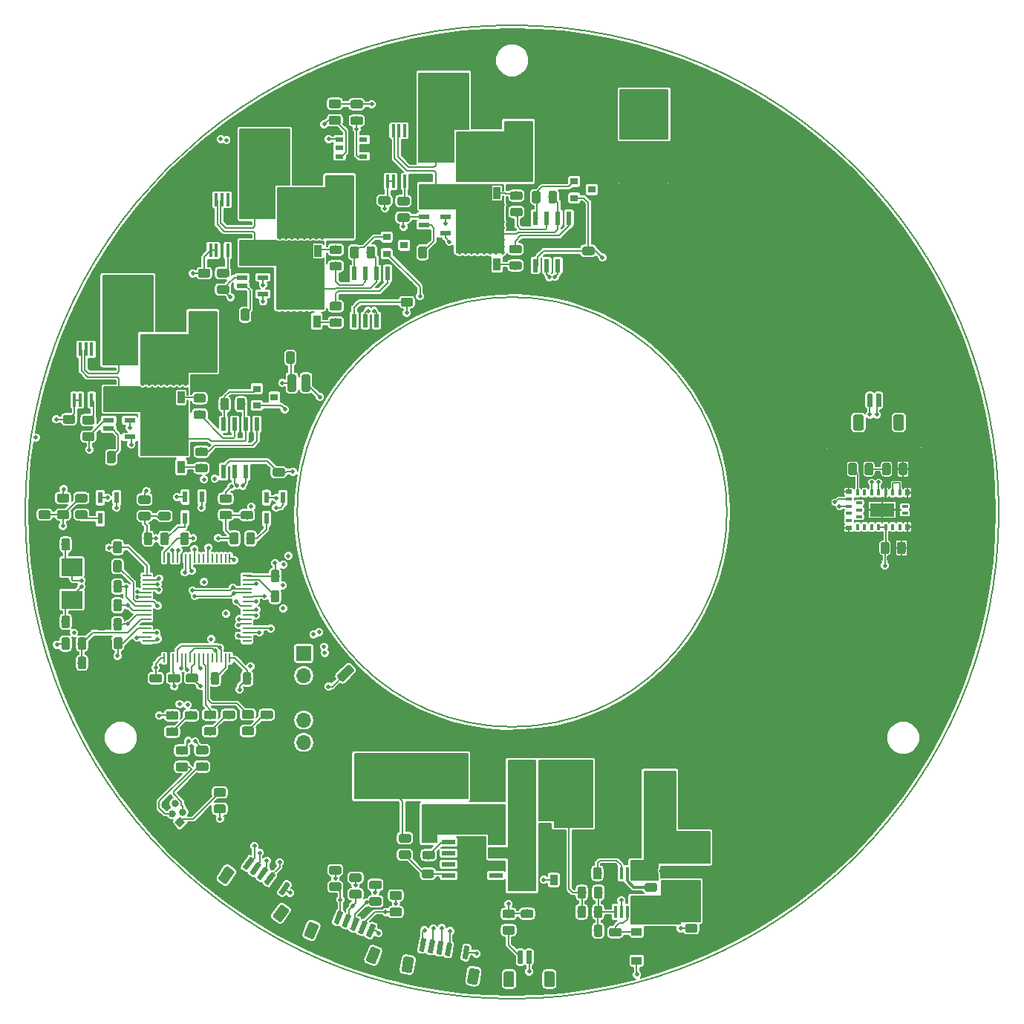
<source format=gbr>
%TF.GenerationSoftware,KiCad,Pcbnew,5.0.2-bee76a0~70~ubuntu18.04.1*%
%TF.CreationDate,2020-05-04T09:46:07+02:00*%
%TF.ProjectId,gsvesc,67737665-7363-42e6-9b69-6361645f7063,rev?*%
%TF.SameCoordinates,PX5f5e038PY5f5e038*%
%TF.FileFunction,Copper,L1,Top*%
%TF.FilePolarity,Positive*%
%FSLAX46Y46*%
G04 Gerber Fmt 4.6, Leading zero omitted, Abs format (unit mm)*
G04 Created by KiCad (PCBNEW 5.0.2-bee76a0~70~ubuntu18.04.1) date Mo 04 Mai 2020 09:46:07 CEST*
%MOMM*%
%LPD*%
G01*
G04 APERTURE LIST*
%ADD10C,0.200000*%
%ADD11C,0.100000*%
%ADD12C,0.975000*%
%ADD13R,0.972299X0.568000*%
%ADD14R,0.457200X1.498600*%
%ADD15C,1.250000*%
%ADD16C,1.000000*%
%ADD17R,0.900000X0.800000*%
%ADD18R,0.850000X1.450000*%
%ADD19R,0.850000X1.050000*%
%ADD20R,4.700000X3.750000*%
%ADD21C,1.350000*%
%ADD22R,1.309599X0.568000*%
%ADD23R,5.000000X5.000000*%
%ADD24R,0.600000X1.550000*%
%ADD25O,1.700000X1.700000*%
%ADD26R,1.700000X1.700000*%
%ADD27R,2.800000X1.500000*%
%ADD28R,0.800000X0.400000*%
%ADD29R,0.550000X0.800000*%
%ADD30R,0.400000X0.800000*%
%ADD31R,0.800000X0.550000*%
%ADD32C,0.600000*%
%ADD33C,1.200000*%
%ADD34R,2.400000X2.000000*%
%ADD35R,0.250000X1.000000*%
%ADD36R,1.000000X0.250000*%
%ADD37C,1.325000*%
%ADD38R,2.200000X1.500000*%
%ADD39R,1.800000X2.500000*%
%ADD40R,1.550000X0.600000*%
%ADD41R,2.950000X4.500000*%
%ADD42R,2.600000X3.100000*%
%ADD43R,0.450000X1.450000*%
%ADD44R,1.200000X0.900000*%
%ADD45R,0.900000X1.200000*%
%ADD46R,2.900000X5.400000*%
%ADD47R,0.568000X1.309599*%
%ADD48C,1.850000*%
%ADD49C,0.840000*%
%ADD50C,0.500000*%
%ADD51C,0.150000*%
%ADD52C,0.300000*%
G04 APERTURE END LIST*
D10*
X24500200Y-200D02*
G75*
G03X24500200Y-200I-24500000J0D01*
G01*
X55500200Y-200D02*
G75*
G03X55500200Y-200I-55500000J0D01*
G01*
D11*
G36*
X-17219858Y45111326D02*
X-17196197Y45107816D01*
X-17172993Y45102004D01*
X-17150471Y45093946D01*
X-17128847Y45083718D01*
X-17108330Y45071421D01*
X-17089117Y45057171D01*
X-17071393Y45041107D01*
X-17055329Y45023383D01*
X-17041079Y45004170D01*
X-17028782Y44983653D01*
X-17018554Y44962029D01*
X-17010496Y44939507D01*
X-17004684Y44916303D01*
X-17001174Y44892642D01*
X-17000000Y44868750D01*
X-17000000Y44381250D01*
X-17001174Y44357358D01*
X-17004684Y44333697D01*
X-17010496Y44310493D01*
X-17018554Y44287971D01*
X-17028782Y44266347D01*
X-17041079Y44245830D01*
X-17055329Y44226617D01*
X-17071393Y44208893D01*
X-17089117Y44192829D01*
X-17108330Y44178579D01*
X-17128847Y44166282D01*
X-17150471Y44156054D01*
X-17172993Y44147996D01*
X-17196197Y44142184D01*
X-17219858Y44138674D01*
X-17243750Y44137500D01*
X-18156250Y44137500D01*
X-18180142Y44138674D01*
X-18203803Y44142184D01*
X-18227007Y44147996D01*
X-18249529Y44156054D01*
X-18271153Y44166282D01*
X-18291670Y44178579D01*
X-18310883Y44192829D01*
X-18328607Y44208893D01*
X-18344671Y44226617D01*
X-18358921Y44245830D01*
X-18371218Y44266347D01*
X-18381446Y44287971D01*
X-18389504Y44310493D01*
X-18395316Y44333697D01*
X-18398826Y44357358D01*
X-18400000Y44381250D01*
X-18400000Y44868750D01*
X-18398826Y44892642D01*
X-18395316Y44916303D01*
X-18389504Y44939507D01*
X-18381446Y44962029D01*
X-18371218Y44983653D01*
X-18358921Y45004170D01*
X-18344671Y45023383D01*
X-18328607Y45041107D01*
X-18310883Y45057171D01*
X-18291670Y45071421D01*
X-18271153Y45083718D01*
X-18249529Y45093946D01*
X-18227007Y45102004D01*
X-18203803Y45107816D01*
X-18180142Y45111326D01*
X-18156250Y45112500D01*
X-17243750Y45112500D01*
X-17219858Y45111326D01*
X-17219858Y45111326D01*
G37*
D12*
X-17700000Y44625000D03*
D11*
G36*
X-17219858Y46986326D02*
X-17196197Y46982816D01*
X-17172993Y46977004D01*
X-17150471Y46968946D01*
X-17128847Y46958718D01*
X-17108330Y46946421D01*
X-17089117Y46932171D01*
X-17071393Y46916107D01*
X-17055329Y46898383D01*
X-17041079Y46879170D01*
X-17028782Y46858653D01*
X-17018554Y46837029D01*
X-17010496Y46814507D01*
X-17004684Y46791303D01*
X-17001174Y46767642D01*
X-17000000Y46743750D01*
X-17000000Y46256250D01*
X-17001174Y46232358D01*
X-17004684Y46208697D01*
X-17010496Y46185493D01*
X-17018554Y46162971D01*
X-17028782Y46141347D01*
X-17041079Y46120830D01*
X-17055329Y46101617D01*
X-17071393Y46083893D01*
X-17089117Y46067829D01*
X-17108330Y46053579D01*
X-17128847Y46041282D01*
X-17150471Y46031054D01*
X-17172993Y46022996D01*
X-17196197Y46017184D01*
X-17219858Y46013674D01*
X-17243750Y46012500D01*
X-18156250Y46012500D01*
X-18180142Y46013674D01*
X-18203803Y46017184D01*
X-18227007Y46022996D01*
X-18249529Y46031054D01*
X-18271153Y46041282D01*
X-18291670Y46053579D01*
X-18310883Y46067829D01*
X-18328607Y46083893D01*
X-18344671Y46101617D01*
X-18358921Y46120830D01*
X-18371218Y46141347D01*
X-18381446Y46162971D01*
X-18389504Y46185493D01*
X-18395316Y46208697D01*
X-18398826Y46232358D01*
X-18400000Y46256250D01*
X-18400000Y46743750D01*
X-18398826Y46767642D01*
X-18395316Y46791303D01*
X-18389504Y46814507D01*
X-18381446Y46837029D01*
X-18371218Y46858653D01*
X-18358921Y46879170D01*
X-18344671Y46898383D01*
X-18328607Y46916107D01*
X-18310883Y46932171D01*
X-18291670Y46946421D01*
X-18271153Y46958718D01*
X-18249529Y46968946D01*
X-18227007Y46977004D01*
X-18203803Y46982816D01*
X-18180142Y46986326D01*
X-18156250Y46987500D01*
X-17243750Y46987500D01*
X-17219858Y46986326D01*
X-17219858Y46986326D01*
G37*
D12*
X-17700000Y46500000D03*
D11*
G36*
X-19719858Y47023826D02*
X-19696197Y47020316D01*
X-19672993Y47014504D01*
X-19650471Y47006446D01*
X-19628847Y46996218D01*
X-19608330Y46983921D01*
X-19589117Y46969671D01*
X-19571393Y46953607D01*
X-19555329Y46935883D01*
X-19541079Y46916670D01*
X-19528782Y46896153D01*
X-19518554Y46874529D01*
X-19510496Y46852007D01*
X-19504684Y46828803D01*
X-19501174Y46805142D01*
X-19500000Y46781250D01*
X-19500000Y46293750D01*
X-19501174Y46269858D01*
X-19504684Y46246197D01*
X-19510496Y46222993D01*
X-19518554Y46200471D01*
X-19528782Y46178847D01*
X-19541079Y46158330D01*
X-19555329Y46139117D01*
X-19571393Y46121393D01*
X-19589117Y46105329D01*
X-19608330Y46091079D01*
X-19628847Y46078782D01*
X-19650471Y46068554D01*
X-19672993Y46060496D01*
X-19696197Y46054684D01*
X-19719858Y46051174D01*
X-19743750Y46050000D01*
X-20656250Y46050000D01*
X-20680142Y46051174D01*
X-20703803Y46054684D01*
X-20727007Y46060496D01*
X-20749529Y46068554D01*
X-20771153Y46078782D01*
X-20791670Y46091079D01*
X-20810883Y46105329D01*
X-20828607Y46121393D01*
X-20844671Y46139117D01*
X-20858921Y46158330D01*
X-20871218Y46178847D01*
X-20881446Y46200471D01*
X-20889504Y46222993D01*
X-20895316Y46246197D01*
X-20898826Y46269858D01*
X-20900000Y46293750D01*
X-20900000Y46781250D01*
X-20898826Y46805142D01*
X-20895316Y46828803D01*
X-20889504Y46852007D01*
X-20881446Y46874529D01*
X-20871218Y46896153D01*
X-20858921Y46916670D01*
X-20844671Y46935883D01*
X-20828607Y46953607D01*
X-20810883Y46969671D01*
X-20791670Y46983921D01*
X-20771153Y46996218D01*
X-20749529Y47006446D01*
X-20727007Y47014504D01*
X-20703803Y47020316D01*
X-20680142Y47023826D01*
X-20656250Y47025000D01*
X-19743750Y47025000D01*
X-19719858Y47023826D01*
X-19719858Y47023826D01*
G37*
D12*
X-20200000Y46537500D03*
D11*
G36*
X-19719858Y45148826D02*
X-19696197Y45145316D01*
X-19672993Y45139504D01*
X-19650471Y45131446D01*
X-19628847Y45121218D01*
X-19608330Y45108921D01*
X-19589117Y45094671D01*
X-19571393Y45078607D01*
X-19555329Y45060883D01*
X-19541079Y45041670D01*
X-19528782Y45021153D01*
X-19518554Y44999529D01*
X-19510496Y44977007D01*
X-19504684Y44953803D01*
X-19501174Y44930142D01*
X-19500000Y44906250D01*
X-19500000Y44418750D01*
X-19501174Y44394858D01*
X-19504684Y44371197D01*
X-19510496Y44347993D01*
X-19518554Y44325471D01*
X-19528782Y44303847D01*
X-19541079Y44283330D01*
X-19555329Y44264117D01*
X-19571393Y44246393D01*
X-19589117Y44230329D01*
X-19608330Y44216079D01*
X-19628847Y44203782D01*
X-19650471Y44193554D01*
X-19672993Y44185496D01*
X-19696197Y44179684D01*
X-19719858Y44176174D01*
X-19743750Y44175000D01*
X-20656250Y44175000D01*
X-20680142Y44176174D01*
X-20703803Y44179684D01*
X-20727007Y44185496D01*
X-20749529Y44193554D01*
X-20771153Y44203782D01*
X-20791670Y44216079D01*
X-20810883Y44230329D01*
X-20828607Y44246393D01*
X-20844671Y44264117D01*
X-20858921Y44283330D01*
X-20871218Y44303847D01*
X-20881446Y44325471D01*
X-20889504Y44347993D01*
X-20895316Y44371197D01*
X-20898826Y44394858D01*
X-20900000Y44418750D01*
X-20900000Y44906250D01*
X-20898826Y44930142D01*
X-20895316Y44953803D01*
X-20889504Y44977007D01*
X-20881446Y44999529D01*
X-20871218Y45021153D01*
X-20858921Y45041670D01*
X-20844671Y45060883D01*
X-20828607Y45078607D01*
X-20810883Y45094671D01*
X-20791670Y45108921D01*
X-20771153Y45121218D01*
X-20749529Y45131446D01*
X-20727007Y45139504D01*
X-20703803Y45145316D01*
X-20680142Y45148826D01*
X-20656250Y45150000D01*
X-19743750Y45150000D01*
X-19719858Y45148826D01*
X-19719858Y45148826D01*
G37*
D12*
X-20200000Y44662500D03*
D13*
X-19662451Y40549999D03*
X-19662451Y41500000D03*
X-19662451Y42450001D03*
X-16937549Y42450001D03*
X-16937549Y41500000D03*
X-16937549Y40549999D03*
D14*
X-12225000Y43474998D03*
X-12874998Y43474998D03*
X-13525000Y43474998D03*
X-14174998Y43474998D03*
X-14174998Y37675000D03*
X-13525000Y37675000D03*
X-12874998Y37675000D03*
X-12225000Y37675000D03*
X-32425001Y29800001D03*
X-33074999Y29800001D03*
X-33725001Y29800001D03*
X-34374999Y29800001D03*
X-34374999Y35599999D03*
X-33725001Y35599999D03*
X-33074999Y35599999D03*
X-32425001Y35599999D03*
X-47925001Y18549998D03*
X-48574999Y18549998D03*
X-49225001Y18549998D03*
X-49874999Y18549998D03*
X-49874999Y12750000D03*
X-49225001Y12750000D03*
X-48574999Y12750000D03*
X-47925001Y12750000D03*
D11*
G36*
X-43544858Y6948826D02*
X-43521197Y6945316D01*
X-43497993Y6939504D01*
X-43475471Y6931446D01*
X-43453847Y6921218D01*
X-43433330Y6908921D01*
X-43414117Y6894671D01*
X-43396393Y6878607D01*
X-43380329Y6860883D01*
X-43366079Y6841670D01*
X-43353782Y6821153D01*
X-43343554Y6799529D01*
X-43335496Y6777007D01*
X-43329684Y6753803D01*
X-43326174Y6730142D01*
X-43325000Y6706250D01*
X-43325000Y5793750D01*
X-43326174Y5769858D01*
X-43329684Y5746197D01*
X-43335496Y5722993D01*
X-43343554Y5700471D01*
X-43353782Y5678847D01*
X-43366079Y5658330D01*
X-43380329Y5639117D01*
X-43396393Y5621393D01*
X-43414117Y5605329D01*
X-43433330Y5591079D01*
X-43453847Y5578782D01*
X-43475471Y5568554D01*
X-43497993Y5560496D01*
X-43521197Y5554684D01*
X-43544858Y5551174D01*
X-43568750Y5550000D01*
X-44056250Y5550000D01*
X-44080142Y5551174D01*
X-44103803Y5554684D01*
X-44127007Y5560496D01*
X-44149529Y5568554D01*
X-44171153Y5578782D01*
X-44191670Y5591079D01*
X-44210883Y5605329D01*
X-44228607Y5621393D01*
X-44244671Y5639117D01*
X-44258921Y5658330D01*
X-44271218Y5678847D01*
X-44281446Y5700471D01*
X-44289504Y5722993D01*
X-44295316Y5746197D01*
X-44298826Y5769858D01*
X-44300000Y5793750D01*
X-44300000Y6706250D01*
X-44298826Y6730142D01*
X-44295316Y6753803D01*
X-44289504Y6777007D01*
X-44281446Y6799529D01*
X-44271218Y6821153D01*
X-44258921Y6841670D01*
X-44244671Y6860883D01*
X-44228607Y6878607D01*
X-44210883Y6894671D01*
X-44191670Y6908921D01*
X-44171153Y6921218D01*
X-44149529Y6931446D01*
X-44127007Y6939504D01*
X-44103803Y6945316D01*
X-44080142Y6948826D01*
X-44056250Y6950000D01*
X-43568750Y6950000D01*
X-43544858Y6948826D01*
X-43544858Y6948826D01*
G37*
D12*
X-43812500Y6250000D03*
D11*
G36*
X-45419858Y6948826D02*
X-45396197Y6945316D01*
X-45372993Y6939504D01*
X-45350471Y6931446D01*
X-45328847Y6921218D01*
X-45308330Y6908921D01*
X-45289117Y6894671D01*
X-45271393Y6878607D01*
X-45255329Y6860883D01*
X-45241079Y6841670D01*
X-45228782Y6821153D01*
X-45218554Y6799529D01*
X-45210496Y6777007D01*
X-45204684Y6753803D01*
X-45201174Y6730142D01*
X-45200000Y6706250D01*
X-45200000Y5793750D01*
X-45201174Y5769858D01*
X-45204684Y5746197D01*
X-45210496Y5722993D01*
X-45218554Y5700471D01*
X-45228782Y5678847D01*
X-45241079Y5658330D01*
X-45255329Y5639117D01*
X-45271393Y5621393D01*
X-45289117Y5605329D01*
X-45308330Y5591079D01*
X-45328847Y5578782D01*
X-45350471Y5568554D01*
X-45372993Y5560496D01*
X-45396197Y5554684D01*
X-45419858Y5551174D01*
X-45443750Y5550000D01*
X-45931250Y5550000D01*
X-45955142Y5551174D01*
X-45978803Y5554684D01*
X-46002007Y5560496D01*
X-46024529Y5568554D01*
X-46046153Y5578782D01*
X-46066670Y5591079D01*
X-46085883Y5605329D01*
X-46103607Y5621393D01*
X-46119671Y5639117D01*
X-46133921Y5658330D01*
X-46146218Y5678847D01*
X-46156446Y5700471D01*
X-46164504Y5722993D01*
X-46170316Y5746197D01*
X-46173826Y5769858D01*
X-46175000Y5793750D01*
X-46175000Y6706250D01*
X-46173826Y6730142D01*
X-46170316Y6753803D01*
X-46164504Y6777007D01*
X-46156446Y6799529D01*
X-46146218Y6821153D01*
X-46133921Y6841670D01*
X-46119671Y6860883D01*
X-46103607Y6878607D01*
X-46085883Y6894671D01*
X-46066670Y6908921D01*
X-46046153Y6921218D01*
X-46024529Y6931446D01*
X-46002007Y6939504D01*
X-45978803Y6945316D01*
X-45955142Y6948826D01*
X-45931250Y6950000D01*
X-45443750Y6950000D01*
X-45419858Y6948826D01*
X-45419858Y6948826D01*
G37*
D12*
X-45687500Y6250000D03*
D11*
G36*
X-30169858Y23198826D02*
X-30146197Y23195316D01*
X-30122993Y23189504D01*
X-30100471Y23181446D01*
X-30078847Y23171218D01*
X-30058330Y23158921D01*
X-30039117Y23144671D01*
X-30021393Y23128607D01*
X-30005329Y23110883D01*
X-29991079Y23091670D01*
X-29978782Y23071153D01*
X-29968554Y23049529D01*
X-29960496Y23027007D01*
X-29954684Y23003803D01*
X-29951174Y22980142D01*
X-29950000Y22956250D01*
X-29950000Y22043750D01*
X-29951174Y22019858D01*
X-29954684Y21996197D01*
X-29960496Y21972993D01*
X-29968554Y21950471D01*
X-29978782Y21928847D01*
X-29991079Y21908330D01*
X-30005329Y21889117D01*
X-30021393Y21871393D01*
X-30039117Y21855329D01*
X-30058330Y21841079D01*
X-30078847Y21828782D01*
X-30100471Y21818554D01*
X-30122993Y21810496D01*
X-30146197Y21804684D01*
X-30169858Y21801174D01*
X-30193750Y21800000D01*
X-30681250Y21800000D01*
X-30705142Y21801174D01*
X-30728803Y21804684D01*
X-30752007Y21810496D01*
X-30774529Y21818554D01*
X-30796153Y21828782D01*
X-30816670Y21841079D01*
X-30835883Y21855329D01*
X-30853607Y21871393D01*
X-30869671Y21889117D01*
X-30883921Y21908330D01*
X-30896218Y21928847D01*
X-30906446Y21950471D01*
X-30914504Y21972993D01*
X-30920316Y21996197D01*
X-30923826Y22019858D01*
X-30925000Y22043750D01*
X-30925000Y22956250D01*
X-30923826Y22980142D01*
X-30920316Y23003803D01*
X-30914504Y23027007D01*
X-30906446Y23049529D01*
X-30896218Y23071153D01*
X-30883921Y23091670D01*
X-30869671Y23110883D01*
X-30853607Y23128607D01*
X-30835883Y23144671D01*
X-30816670Y23158921D01*
X-30796153Y23171218D01*
X-30774529Y23181446D01*
X-30752007Y23189504D01*
X-30728803Y23195316D01*
X-30705142Y23198826D01*
X-30681250Y23200000D01*
X-30193750Y23200000D01*
X-30169858Y23198826D01*
X-30169858Y23198826D01*
G37*
D12*
X-30437500Y22500000D03*
D11*
G36*
X-28294858Y23198826D02*
X-28271197Y23195316D01*
X-28247993Y23189504D01*
X-28225471Y23181446D01*
X-28203847Y23171218D01*
X-28183330Y23158921D01*
X-28164117Y23144671D01*
X-28146393Y23128607D01*
X-28130329Y23110883D01*
X-28116079Y23091670D01*
X-28103782Y23071153D01*
X-28093554Y23049529D01*
X-28085496Y23027007D01*
X-28079684Y23003803D01*
X-28076174Y22980142D01*
X-28075000Y22956250D01*
X-28075000Y22043750D01*
X-28076174Y22019858D01*
X-28079684Y21996197D01*
X-28085496Y21972993D01*
X-28093554Y21950471D01*
X-28103782Y21928847D01*
X-28116079Y21908330D01*
X-28130329Y21889117D01*
X-28146393Y21871393D01*
X-28164117Y21855329D01*
X-28183330Y21841079D01*
X-28203847Y21828782D01*
X-28225471Y21818554D01*
X-28247993Y21810496D01*
X-28271197Y21804684D01*
X-28294858Y21801174D01*
X-28318750Y21800000D01*
X-28806250Y21800000D01*
X-28830142Y21801174D01*
X-28853803Y21804684D01*
X-28877007Y21810496D01*
X-28899529Y21818554D01*
X-28921153Y21828782D01*
X-28941670Y21841079D01*
X-28960883Y21855329D01*
X-28978607Y21871393D01*
X-28994671Y21889117D01*
X-29008921Y21908330D01*
X-29021218Y21928847D01*
X-29031446Y21950471D01*
X-29039504Y21972993D01*
X-29045316Y21996197D01*
X-29048826Y22019858D01*
X-29050000Y22043750D01*
X-29050000Y22956250D01*
X-29048826Y22980142D01*
X-29045316Y23003803D01*
X-29039504Y23027007D01*
X-29031446Y23049529D01*
X-29021218Y23071153D01*
X-29008921Y23091670D01*
X-28994671Y23110883D01*
X-28978607Y23128607D01*
X-28960883Y23144671D01*
X-28941670Y23158921D01*
X-28921153Y23171218D01*
X-28899529Y23181446D01*
X-28877007Y23189504D01*
X-28853803Y23195316D01*
X-28830142Y23198826D01*
X-28806250Y23200000D01*
X-28318750Y23200000D01*
X-28294858Y23198826D01*
X-28294858Y23198826D01*
G37*
D12*
X-28562500Y22500000D03*
D11*
G36*
X-8057358Y30298826D02*
X-8033697Y30295316D01*
X-8010493Y30289504D01*
X-7987971Y30281446D01*
X-7966347Y30271218D01*
X-7945830Y30258921D01*
X-7926617Y30244671D01*
X-7908893Y30228607D01*
X-7892829Y30210883D01*
X-7878579Y30191670D01*
X-7866282Y30171153D01*
X-7856054Y30149529D01*
X-7847996Y30127007D01*
X-7842184Y30103803D01*
X-7838674Y30080142D01*
X-7837500Y30056250D01*
X-7837500Y29143750D01*
X-7838674Y29119858D01*
X-7842184Y29096197D01*
X-7847996Y29072993D01*
X-7856054Y29050471D01*
X-7866282Y29028847D01*
X-7878579Y29008330D01*
X-7892829Y28989117D01*
X-7908893Y28971393D01*
X-7926617Y28955329D01*
X-7945830Y28941079D01*
X-7966347Y28928782D01*
X-7987971Y28918554D01*
X-8010493Y28910496D01*
X-8033697Y28904684D01*
X-8057358Y28901174D01*
X-8081250Y28900000D01*
X-8568750Y28900000D01*
X-8592642Y28901174D01*
X-8616303Y28904684D01*
X-8639507Y28910496D01*
X-8662029Y28918554D01*
X-8683653Y28928782D01*
X-8704170Y28941079D01*
X-8723383Y28955329D01*
X-8741107Y28971393D01*
X-8757171Y28989117D01*
X-8771421Y29008330D01*
X-8783718Y29028847D01*
X-8793946Y29050471D01*
X-8802004Y29072993D01*
X-8807816Y29096197D01*
X-8811326Y29119858D01*
X-8812500Y29143750D01*
X-8812500Y30056250D01*
X-8811326Y30080142D01*
X-8807816Y30103803D01*
X-8802004Y30127007D01*
X-8793946Y30149529D01*
X-8783718Y30171153D01*
X-8771421Y30191670D01*
X-8757171Y30210883D01*
X-8741107Y30228607D01*
X-8723383Y30244671D01*
X-8704170Y30258921D01*
X-8683653Y30271218D01*
X-8662029Y30281446D01*
X-8639507Y30289504D01*
X-8616303Y30295316D01*
X-8592642Y30298826D01*
X-8568750Y30300000D01*
X-8081250Y30300000D01*
X-8057358Y30298826D01*
X-8057358Y30298826D01*
G37*
D12*
X-8325000Y29600000D03*
D11*
G36*
X-9932358Y30298826D02*
X-9908697Y30295316D01*
X-9885493Y30289504D01*
X-9862971Y30281446D01*
X-9841347Y30271218D01*
X-9820830Y30258921D01*
X-9801617Y30244671D01*
X-9783893Y30228607D01*
X-9767829Y30210883D01*
X-9753579Y30191670D01*
X-9741282Y30171153D01*
X-9731054Y30149529D01*
X-9722996Y30127007D01*
X-9717184Y30103803D01*
X-9713674Y30080142D01*
X-9712500Y30056250D01*
X-9712500Y29143750D01*
X-9713674Y29119858D01*
X-9717184Y29096197D01*
X-9722996Y29072993D01*
X-9731054Y29050471D01*
X-9741282Y29028847D01*
X-9753579Y29008330D01*
X-9767829Y28989117D01*
X-9783893Y28971393D01*
X-9801617Y28955329D01*
X-9820830Y28941079D01*
X-9841347Y28928782D01*
X-9862971Y28918554D01*
X-9885493Y28910496D01*
X-9908697Y28904684D01*
X-9932358Y28901174D01*
X-9956250Y28900000D01*
X-10443750Y28900000D01*
X-10467642Y28901174D01*
X-10491303Y28904684D01*
X-10514507Y28910496D01*
X-10537029Y28918554D01*
X-10558653Y28928782D01*
X-10579170Y28941079D01*
X-10598383Y28955329D01*
X-10616107Y28971393D01*
X-10632171Y28989117D01*
X-10646421Y29008330D01*
X-10658718Y29028847D01*
X-10668946Y29050471D01*
X-10677004Y29072993D01*
X-10682816Y29096197D01*
X-10686326Y29119858D01*
X-10687500Y29143750D01*
X-10687500Y30056250D01*
X-10686326Y30080142D01*
X-10682816Y30103803D01*
X-10677004Y30127007D01*
X-10668946Y30149529D01*
X-10658718Y30171153D01*
X-10646421Y30191670D01*
X-10632171Y30210883D01*
X-10616107Y30228607D01*
X-10598383Y30244671D01*
X-10579170Y30258921D01*
X-10558653Y30271218D01*
X-10537029Y30281446D01*
X-10514507Y30289504D01*
X-10491303Y30295316D01*
X-10467642Y30298826D01*
X-10443750Y30300000D01*
X-9956250Y30300000D01*
X-9932358Y30298826D01*
X-9932358Y30298826D01*
G37*
D12*
X-10200000Y29600000D03*
D11*
G36*
X-50019858Y9161326D02*
X-49996197Y9157816D01*
X-49972993Y9152004D01*
X-49950471Y9143946D01*
X-49928847Y9133718D01*
X-49908330Y9121421D01*
X-49889117Y9107171D01*
X-49871393Y9091107D01*
X-49855329Y9073383D01*
X-49841079Y9054170D01*
X-49828782Y9033653D01*
X-49818554Y9012029D01*
X-49810496Y8989507D01*
X-49804684Y8966303D01*
X-49801174Y8942642D01*
X-49800000Y8918750D01*
X-49800000Y8431250D01*
X-49801174Y8407358D01*
X-49804684Y8383697D01*
X-49810496Y8360493D01*
X-49818554Y8337971D01*
X-49828782Y8316347D01*
X-49841079Y8295830D01*
X-49855329Y8276617D01*
X-49871393Y8258893D01*
X-49889117Y8242829D01*
X-49908330Y8228579D01*
X-49928847Y8216282D01*
X-49950471Y8206054D01*
X-49972993Y8197996D01*
X-49996197Y8192184D01*
X-50019858Y8188674D01*
X-50043750Y8187500D01*
X-50956250Y8187500D01*
X-50980142Y8188674D01*
X-51003803Y8192184D01*
X-51027007Y8197996D01*
X-51049529Y8206054D01*
X-51071153Y8216282D01*
X-51091670Y8228579D01*
X-51110883Y8242829D01*
X-51128607Y8258893D01*
X-51144671Y8276617D01*
X-51158921Y8295830D01*
X-51171218Y8316347D01*
X-51181446Y8337971D01*
X-51189504Y8360493D01*
X-51195316Y8383697D01*
X-51198826Y8407358D01*
X-51200000Y8431250D01*
X-51200000Y8918750D01*
X-51198826Y8942642D01*
X-51195316Y8966303D01*
X-51189504Y8989507D01*
X-51181446Y9012029D01*
X-51171218Y9033653D01*
X-51158921Y9054170D01*
X-51144671Y9073383D01*
X-51128607Y9091107D01*
X-51110883Y9107171D01*
X-51091670Y9121421D01*
X-51071153Y9133718D01*
X-51049529Y9143946D01*
X-51027007Y9152004D01*
X-51003803Y9157816D01*
X-50980142Y9161326D01*
X-50956250Y9162500D01*
X-50043750Y9162500D01*
X-50019858Y9161326D01*
X-50019858Y9161326D01*
G37*
D12*
X-50500000Y8675000D03*
D11*
G36*
X-50019858Y11036326D02*
X-49996197Y11032816D01*
X-49972993Y11027004D01*
X-49950471Y11018946D01*
X-49928847Y11008718D01*
X-49908330Y10996421D01*
X-49889117Y10982171D01*
X-49871393Y10966107D01*
X-49855329Y10948383D01*
X-49841079Y10929170D01*
X-49828782Y10908653D01*
X-49818554Y10887029D01*
X-49810496Y10864507D01*
X-49804684Y10841303D01*
X-49801174Y10817642D01*
X-49800000Y10793750D01*
X-49800000Y10306250D01*
X-49801174Y10282358D01*
X-49804684Y10258697D01*
X-49810496Y10235493D01*
X-49818554Y10212971D01*
X-49828782Y10191347D01*
X-49841079Y10170830D01*
X-49855329Y10151617D01*
X-49871393Y10133893D01*
X-49889117Y10117829D01*
X-49908330Y10103579D01*
X-49928847Y10091282D01*
X-49950471Y10081054D01*
X-49972993Y10072996D01*
X-49996197Y10067184D01*
X-50019858Y10063674D01*
X-50043750Y10062500D01*
X-50956250Y10062500D01*
X-50980142Y10063674D01*
X-51003803Y10067184D01*
X-51027007Y10072996D01*
X-51049529Y10081054D01*
X-51071153Y10091282D01*
X-51091670Y10103579D01*
X-51110883Y10117829D01*
X-51128607Y10133893D01*
X-51144671Y10151617D01*
X-51158921Y10170830D01*
X-51171218Y10191347D01*
X-51181446Y10212971D01*
X-51189504Y10235493D01*
X-51195316Y10258697D01*
X-51198826Y10282358D01*
X-51200000Y10306250D01*
X-51200000Y10793750D01*
X-51198826Y10817642D01*
X-51195316Y10841303D01*
X-51189504Y10864507D01*
X-51181446Y10887029D01*
X-51171218Y10908653D01*
X-51158921Y10929170D01*
X-51144671Y10948383D01*
X-51128607Y10966107D01*
X-51110883Y10982171D01*
X-51091670Y10996421D01*
X-51071153Y11008718D01*
X-51049529Y11018946D01*
X-51027007Y11027004D01*
X-51003803Y11032816D01*
X-50980142Y11036326D01*
X-50956250Y11037500D01*
X-50043750Y11037500D01*
X-50019858Y11036326D01*
X-50019858Y11036326D01*
G37*
D12*
X-50500000Y10550000D03*
D11*
G36*
X-14069858Y34123826D02*
X-14046197Y34120316D01*
X-14022993Y34114504D01*
X-14000471Y34106446D01*
X-13978847Y34096218D01*
X-13958330Y34083921D01*
X-13939117Y34069671D01*
X-13921393Y34053607D01*
X-13905329Y34035883D01*
X-13891079Y34016670D01*
X-13878782Y33996153D01*
X-13868554Y33974529D01*
X-13860496Y33952007D01*
X-13854684Y33928803D01*
X-13851174Y33905142D01*
X-13850000Y33881250D01*
X-13850000Y33393750D01*
X-13851174Y33369858D01*
X-13854684Y33346197D01*
X-13860496Y33322993D01*
X-13868554Y33300471D01*
X-13878782Y33278847D01*
X-13891079Y33258330D01*
X-13905329Y33239117D01*
X-13921393Y33221393D01*
X-13939117Y33205329D01*
X-13958330Y33191079D01*
X-13978847Y33178782D01*
X-14000471Y33168554D01*
X-14022993Y33160496D01*
X-14046197Y33154684D01*
X-14069858Y33151174D01*
X-14093750Y33150000D01*
X-15006250Y33150000D01*
X-15030142Y33151174D01*
X-15053803Y33154684D01*
X-15077007Y33160496D01*
X-15099529Y33168554D01*
X-15121153Y33178782D01*
X-15141670Y33191079D01*
X-15160883Y33205329D01*
X-15178607Y33221393D01*
X-15194671Y33239117D01*
X-15208921Y33258330D01*
X-15221218Y33278847D01*
X-15231446Y33300471D01*
X-15239504Y33322993D01*
X-15245316Y33346197D01*
X-15248826Y33369858D01*
X-15250000Y33393750D01*
X-15250000Y33881250D01*
X-15248826Y33905142D01*
X-15245316Y33928803D01*
X-15239504Y33952007D01*
X-15231446Y33974529D01*
X-15221218Y33996153D01*
X-15208921Y34016670D01*
X-15194671Y34035883D01*
X-15178607Y34053607D01*
X-15160883Y34069671D01*
X-15141670Y34083921D01*
X-15121153Y34096218D01*
X-15099529Y34106446D01*
X-15077007Y34114504D01*
X-15053803Y34120316D01*
X-15030142Y34123826D01*
X-15006250Y34125000D01*
X-14093750Y34125000D01*
X-14069858Y34123826D01*
X-14069858Y34123826D01*
G37*
D12*
X-14550000Y33637500D03*
D11*
G36*
X-14069858Y35998826D02*
X-14046197Y35995316D01*
X-14022993Y35989504D01*
X-14000471Y35981446D01*
X-13978847Y35971218D01*
X-13958330Y35958921D01*
X-13939117Y35944671D01*
X-13921393Y35928607D01*
X-13905329Y35910883D01*
X-13891079Y35891670D01*
X-13878782Y35871153D01*
X-13868554Y35849529D01*
X-13860496Y35827007D01*
X-13854684Y35803803D01*
X-13851174Y35780142D01*
X-13850000Y35756250D01*
X-13850000Y35268750D01*
X-13851174Y35244858D01*
X-13854684Y35221197D01*
X-13860496Y35197993D01*
X-13868554Y35175471D01*
X-13878782Y35153847D01*
X-13891079Y35133330D01*
X-13905329Y35114117D01*
X-13921393Y35096393D01*
X-13939117Y35080329D01*
X-13958330Y35066079D01*
X-13978847Y35053782D01*
X-14000471Y35043554D01*
X-14022993Y35035496D01*
X-14046197Y35029684D01*
X-14069858Y35026174D01*
X-14093750Y35025000D01*
X-15006250Y35025000D01*
X-15030142Y35026174D01*
X-15053803Y35029684D01*
X-15077007Y35035496D01*
X-15099529Y35043554D01*
X-15121153Y35053782D01*
X-15141670Y35066079D01*
X-15160883Y35080329D01*
X-15178607Y35096393D01*
X-15194671Y35114117D01*
X-15208921Y35133330D01*
X-15221218Y35153847D01*
X-15231446Y35175471D01*
X-15239504Y35197993D01*
X-15245316Y35221197D01*
X-15248826Y35244858D01*
X-15250000Y35268750D01*
X-15250000Y35756250D01*
X-15248826Y35780142D01*
X-15245316Y35803803D01*
X-15239504Y35827007D01*
X-15231446Y35849529D01*
X-15221218Y35871153D01*
X-15208921Y35891670D01*
X-15194671Y35910883D01*
X-15178607Y35928607D01*
X-15160883Y35944671D01*
X-15141670Y35958921D01*
X-15121153Y35971218D01*
X-15099529Y35981446D01*
X-15077007Y35989504D01*
X-15053803Y35995316D01*
X-15030142Y35998826D01*
X-15006250Y36000000D01*
X-14093750Y36000000D01*
X-14069858Y35998826D01*
X-14069858Y35998826D01*
G37*
D12*
X-14550000Y35512500D03*
D11*
G36*
X-16500496Y34323796D02*
X-16476227Y34320196D01*
X-16452429Y34314235D01*
X-16429329Y34305970D01*
X-16407151Y34295480D01*
X-16386107Y34282867D01*
X-16366402Y34268253D01*
X-16348223Y34251777D01*
X-16331747Y34233598D01*
X-16317133Y34213893D01*
X-16304520Y34192849D01*
X-16294030Y34170671D01*
X-16285765Y34147571D01*
X-16279804Y34123773D01*
X-16276204Y34099504D01*
X-16275000Y34075000D01*
X-16275000Y31925000D01*
X-16276204Y31900496D01*
X-16279804Y31876227D01*
X-16285765Y31852429D01*
X-16294030Y31829329D01*
X-16304520Y31807151D01*
X-16317133Y31786107D01*
X-16331747Y31766402D01*
X-16348223Y31748223D01*
X-16366402Y31731747D01*
X-16386107Y31717133D01*
X-16407151Y31704520D01*
X-16429329Y31694030D01*
X-16452429Y31685765D01*
X-16476227Y31679804D01*
X-16500496Y31676204D01*
X-16525000Y31675000D01*
X-17275000Y31675000D01*
X-17299504Y31676204D01*
X-17323773Y31679804D01*
X-17347571Y31685765D01*
X-17370671Y31694030D01*
X-17392849Y31704520D01*
X-17413893Y31717133D01*
X-17433598Y31731747D01*
X-17451777Y31748223D01*
X-17468253Y31766402D01*
X-17482867Y31786107D01*
X-17495480Y31807151D01*
X-17505970Y31829329D01*
X-17514235Y31852429D01*
X-17520196Y31876227D01*
X-17523796Y31900496D01*
X-17525000Y31925000D01*
X-17525000Y34075000D01*
X-17523796Y34099504D01*
X-17520196Y34123773D01*
X-17514235Y34147571D01*
X-17505970Y34170671D01*
X-17495480Y34192849D01*
X-17482867Y34213893D01*
X-17468253Y34233598D01*
X-17451777Y34251777D01*
X-17433598Y34268253D01*
X-17413893Y34282867D01*
X-17392849Y34295480D01*
X-17370671Y34305970D01*
X-17347571Y34314235D01*
X-17323773Y34320196D01*
X-17299504Y34323796D01*
X-17275000Y34325000D01*
X-16525000Y34325000D01*
X-16500496Y34323796D01*
X-16500496Y34323796D01*
G37*
D15*
X-16900000Y33000000D03*
D11*
G36*
X-19300496Y34323796D02*
X-19276227Y34320196D01*
X-19252429Y34314235D01*
X-19229329Y34305970D01*
X-19207151Y34295480D01*
X-19186107Y34282867D01*
X-19166402Y34268253D01*
X-19148223Y34251777D01*
X-19131747Y34233598D01*
X-19117133Y34213893D01*
X-19104520Y34192849D01*
X-19094030Y34170671D01*
X-19085765Y34147571D01*
X-19079804Y34123773D01*
X-19076204Y34099504D01*
X-19075000Y34075000D01*
X-19075000Y31925000D01*
X-19076204Y31900496D01*
X-19079804Y31876227D01*
X-19085765Y31852429D01*
X-19094030Y31829329D01*
X-19104520Y31807151D01*
X-19117133Y31786107D01*
X-19131747Y31766402D01*
X-19148223Y31748223D01*
X-19166402Y31731747D01*
X-19186107Y31717133D01*
X-19207151Y31704520D01*
X-19229329Y31694030D01*
X-19252429Y31685765D01*
X-19276227Y31679804D01*
X-19300496Y31676204D01*
X-19325000Y31675000D01*
X-20075000Y31675000D01*
X-20099504Y31676204D01*
X-20123773Y31679804D01*
X-20147571Y31685765D01*
X-20170671Y31694030D01*
X-20192849Y31704520D01*
X-20213893Y31717133D01*
X-20233598Y31731747D01*
X-20251777Y31748223D01*
X-20268253Y31766402D01*
X-20282867Y31786107D01*
X-20295480Y31807151D01*
X-20305970Y31829329D01*
X-20314235Y31852429D01*
X-20320196Y31876227D01*
X-20323796Y31900496D01*
X-20325000Y31925000D01*
X-20325000Y34075000D01*
X-20323796Y34099504D01*
X-20320196Y34123773D01*
X-20314235Y34147571D01*
X-20305970Y34170671D01*
X-20295480Y34192849D01*
X-20282867Y34213893D01*
X-20268253Y34233598D01*
X-20251777Y34251777D01*
X-20233598Y34268253D01*
X-20213893Y34282867D01*
X-20192849Y34295480D01*
X-20170671Y34305970D01*
X-20147571Y34314235D01*
X-20123773Y34320196D01*
X-20099504Y34323796D01*
X-20075000Y34325000D01*
X-19325000Y34325000D01*
X-19300496Y34323796D01*
X-19300496Y34323796D01*
G37*
D15*
X-19700000Y33000000D03*
D11*
G36*
X3999504Y44123796D02*
X4023773Y44120196D01*
X4047571Y44114235D01*
X4070671Y44105970D01*
X4092849Y44095480D01*
X4113893Y44082867D01*
X4133598Y44068253D01*
X4151777Y44051777D01*
X4168253Y44033598D01*
X4182867Y44013893D01*
X4195480Y43992849D01*
X4205970Y43970671D01*
X4214235Y43947571D01*
X4220196Y43923773D01*
X4223796Y43899504D01*
X4225000Y43875000D01*
X4225000Y41725000D01*
X4223796Y41700496D01*
X4220196Y41676227D01*
X4214235Y41652429D01*
X4205970Y41629329D01*
X4195480Y41607151D01*
X4182867Y41586107D01*
X4168253Y41566402D01*
X4151777Y41548223D01*
X4133598Y41531747D01*
X4113893Y41517133D01*
X4092849Y41504520D01*
X4070671Y41494030D01*
X4047571Y41485765D01*
X4023773Y41479804D01*
X3999504Y41476204D01*
X3975000Y41475000D01*
X3225000Y41475000D01*
X3200496Y41476204D01*
X3176227Y41479804D01*
X3152429Y41485765D01*
X3129329Y41494030D01*
X3107151Y41504520D01*
X3086107Y41517133D01*
X3066402Y41531747D01*
X3048223Y41548223D01*
X3031747Y41566402D01*
X3017133Y41586107D01*
X3004520Y41607151D01*
X2994030Y41629329D01*
X2985765Y41652429D01*
X2979804Y41676227D01*
X2976204Y41700496D01*
X2975000Y41725000D01*
X2975000Y43875000D01*
X2976204Y43899504D01*
X2979804Y43923773D01*
X2985765Y43947571D01*
X2994030Y43970671D01*
X3004520Y43992849D01*
X3017133Y44013893D01*
X3031747Y44033598D01*
X3048223Y44051777D01*
X3066402Y44068253D01*
X3086107Y44082867D01*
X3107151Y44095480D01*
X3129329Y44105970D01*
X3152429Y44114235D01*
X3176227Y44120196D01*
X3200496Y44123796D01*
X3225000Y44125000D01*
X3975000Y44125000D01*
X3999504Y44123796D01*
X3999504Y44123796D01*
G37*
D15*
X3600000Y42800000D03*
D11*
G36*
X1199504Y44123796D02*
X1223773Y44120196D01*
X1247571Y44114235D01*
X1270671Y44105970D01*
X1292849Y44095480D01*
X1313893Y44082867D01*
X1333598Y44068253D01*
X1351777Y44051777D01*
X1368253Y44033598D01*
X1382867Y44013893D01*
X1395480Y43992849D01*
X1405970Y43970671D01*
X1414235Y43947571D01*
X1420196Y43923773D01*
X1423796Y43899504D01*
X1425000Y43875000D01*
X1425000Y41725000D01*
X1423796Y41700496D01*
X1420196Y41676227D01*
X1414235Y41652429D01*
X1405970Y41629329D01*
X1395480Y41607151D01*
X1382867Y41586107D01*
X1368253Y41566402D01*
X1351777Y41548223D01*
X1333598Y41531747D01*
X1313893Y41517133D01*
X1292849Y41504520D01*
X1270671Y41494030D01*
X1247571Y41485765D01*
X1223773Y41479804D01*
X1199504Y41476204D01*
X1175000Y41475000D01*
X425000Y41475000D01*
X400496Y41476204D01*
X376227Y41479804D01*
X352429Y41485765D01*
X329329Y41494030D01*
X307151Y41504520D01*
X286107Y41517133D01*
X266402Y41531747D01*
X248223Y41548223D01*
X231747Y41566402D01*
X217133Y41586107D01*
X204520Y41607151D01*
X194030Y41629329D01*
X185765Y41652429D01*
X179804Y41676227D01*
X176204Y41700496D01*
X175000Y41725000D01*
X175000Y43875000D01*
X176204Y43899504D01*
X179804Y43923773D01*
X185765Y43947571D01*
X194030Y43970671D01*
X204520Y43992849D01*
X217133Y44013893D01*
X231747Y44033598D01*
X248223Y44051777D01*
X266402Y44068253D01*
X286107Y44082867D01*
X307151Y44095480D01*
X329329Y44105970D01*
X352429Y44114235D01*
X376227Y44120196D01*
X400496Y44123796D01*
X425000Y44125000D01*
X1175000Y44125000D01*
X1199504Y44123796D01*
X1199504Y44123796D01*
G37*
D15*
X800000Y42800000D03*
D11*
G36*
X-32100496Y22423796D02*
X-32076227Y22420196D01*
X-32052429Y22414235D01*
X-32029329Y22405970D01*
X-32007151Y22395480D01*
X-31986107Y22382867D01*
X-31966402Y22368253D01*
X-31948223Y22351777D01*
X-31931747Y22333598D01*
X-31917133Y22313893D01*
X-31904520Y22292849D01*
X-31894030Y22270671D01*
X-31885765Y22247571D01*
X-31879804Y22223773D01*
X-31876204Y22199504D01*
X-31875000Y22175000D01*
X-31875000Y20025000D01*
X-31876204Y20000496D01*
X-31879804Y19976227D01*
X-31885765Y19952429D01*
X-31894030Y19929329D01*
X-31904520Y19907151D01*
X-31917133Y19886107D01*
X-31931747Y19866402D01*
X-31948223Y19848223D01*
X-31966402Y19831747D01*
X-31986107Y19817133D01*
X-32007151Y19804520D01*
X-32029329Y19794030D01*
X-32052429Y19785765D01*
X-32076227Y19779804D01*
X-32100496Y19776204D01*
X-32125000Y19775000D01*
X-32875000Y19775000D01*
X-32899504Y19776204D01*
X-32923773Y19779804D01*
X-32947571Y19785765D01*
X-32970671Y19794030D01*
X-32992849Y19804520D01*
X-33013893Y19817133D01*
X-33033598Y19831747D01*
X-33051777Y19848223D01*
X-33068253Y19866402D01*
X-33082867Y19886107D01*
X-33095480Y19907151D01*
X-33105970Y19929329D01*
X-33114235Y19952429D01*
X-33120196Y19976227D01*
X-33123796Y20000496D01*
X-33125000Y20025000D01*
X-33125000Y22175000D01*
X-33123796Y22199504D01*
X-33120196Y22223773D01*
X-33114235Y22247571D01*
X-33105970Y22270671D01*
X-33095480Y22292849D01*
X-33082867Y22313893D01*
X-33068253Y22333598D01*
X-33051777Y22351777D01*
X-33033598Y22368253D01*
X-33013893Y22382867D01*
X-32992849Y22395480D01*
X-32970671Y22405970D01*
X-32947571Y22414235D01*
X-32923773Y22420196D01*
X-32899504Y22423796D01*
X-32875000Y22425000D01*
X-32125000Y22425000D01*
X-32100496Y22423796D01*
X-32100496Y22423796D01*
G37*
D15*
X-32500000Y21100000D03*
D11*
G36*
X-34900496Y22423796D02*
X-34876227Y22420196D01*
X-34852429Y22414235D01*
X-34829329Y22405970D01*
X-34807151Y22395480D01*
X-34786107Y22382867D01*
X-34766402Y22368253D01*
X-34748223Y22351777D01*
X-34731747Y22333598D01*
X-34717133Y22313893D01*
X-34704520Y22292849D01*
X-34694030Y22270671D01*
X-34685765Y22247571D01*
X-34679804Y22223773D01*
X-34676204Y22199504D01*
X-34675000Y22175000D01*
X-34675000Y20025000D01*
X-34676204Y20000496D01*
X-34679804Y19976227D01*
X-34685765Y19952429D01*
X-34694030Y19929329D01*
X-34704520Y19907151D01*
X-34717133Y19886107D01*
X-34731747Y19866402D01*
X-34748223Y19848223D01*
X-34766402Y19831747D01*
X-34786107Y19817133D01*
X-34807151Y19804520D01*
X-34829329Y19794030D01*
X-34852429Y19785765D01*
X-34876227Y19779804D01*
X-34900496Y19776204D01*
X-34925000Y19775000D01*
X-35675000Y19775000D01*
X-35699504Y19776204D01*
X-35723773Y19779804D01*
X-35747571Y19785765D01*
X-35770671Y19794030D01*
X-35792849Y19804520D01*
X-35813893Y19817133D01*
X-35833598Y19831747D01*
X-35851777Y19848223D01*
X-35868253Y19866402D01*
X-35882867Y19886107D01*
X-35895480Y19907151D01*
X-35905970Y19929329D01*
X-35914235Y19952429D01*
X-35920196Y19976227D01*
X-35923796Y20000496D01*
X-35925000Y20025000D01*
X-35925000Y22175000D01*
X-35923796Y22199504D01*
X-35920196Y22223773D01*
X-35914235Y22247571D01*
X-35905970Y22270671D01*
X-35895480Y22292849D01*
X-35882867Y22313893D01*
X-35868253Y22333598D01*
X-35851777Y22351777D01*
X-35833598Y22368253D01*
X-35813893Y22382867D01*
X-35792849Y22395480D01*
X-35770671Y22405970D01*
X-35747571Y22414235D01*
X-35723773Y22420196D01*
X-35699504Y22423796D01*
X-35675000Y22425000D01*
X-34925000Y22425000D01*
X-34900496Y22423796D01*
X-34900496Y22423796D01*
G37*
D15*
X-35300000Y21100000D03*
D11*
G36*
X3999504Y40723796D02*
X4023773Y40720196D01*
X4047571Y40714235D01*
X4070671Y40705970D01*
X4092849Y40695480D01*
X4113893Y40682867D01*
X4133598Y40668253D01*
X4151777Y40651777D01*
X4168253Y40633598D01*
X4182867Y40613893D01*
X4195480Y40592849D01*
X4205970Y40570671D01*
X4214235Y40547571D01*
X4220196Y40523773D01*
X4223796Y40499504D01*
X4225000Y40475000D01*
X4225000Y38325000D01*
X4223796Y38300496D01*
X4220196Y38276227D01*
X4214235Y38252429D01*
X4205970Y38229329D01*
X4195480Y38207151D01*
X4182867Y38186107D01*
X4168253Y38166402D01*
X4151777Y38148223D01*
X4133598Y38131747D01*
X4113893Y38117133D01*
X4092849Y38104520D01*
X4070671Y38094030D01*
X4047571Y38085765D01*
X4023773Y38079804D01*
X3999504Y38076204D01*
X3975000Y38075000D01*
X3225000Y38075000D01*
X3200496Y38076204D01*
X3176227Y38079804D01*
X3152429Y38085765D01*
X3129329Y38094030D01*
X3107151Y38104520D01*
X3086107Y38117133D01*
X3066402Y38131747D01*
X3048223Y38148223D01*
X3031747Y38166402D01*
X3017133Y38186107D01*
X3004520Y38207151D01*
X2994030Y38229329D01*
X2985765Y38252429D01*
X2979804Y38276227D01*
X2976204Y38300496D01*
X2975000Y38325000D01*
X2975000Y40475000D01*
X2976204Y40499504D01*
X2979804Y40523773D01*
X2985765Y40547571D01*
X2994030Y40570671D01*
X3004520Y40592849D01*
X3017133Y40613893D01*
X3031747Y40633598D01*
X3048223Y40651777D01*
X3066402Y40668253D01*
X3086107Y40682867D01*
X3107151Y40695480D01*
X3129329Y40705970D01*
X3152429Y40714235D01*
X3176227Y40720196D01*
X3200496Y40723796D01*
X3225000Y40725000D01*
X3975000Y40725000D01*
X3999504Y40723796D01*
X3999504Y40723796D01*
G37*
D15*
X3600000Y39400000D03*
D11*
G36*
X1199504Y40723796D02*
X1223773Y40720196D01*
X1247571Y40714235D01*
X1270671Y40705970D01*
X1292849Y40695480D01*
X1313893Y40682867D01*
X1333598Y40668253D01*
X1351777Y40651777D01*
X1368253Y40633598D01*
X1382867Y40613893D01*
X1395480Y40592849D01*
X1405970Y40570671D01*
X1414235Y40547571D01*
X1420196Y40523773D01*
X1423796Y40499504D01*
X1425000Y40475000D01*
X1425000Y38325000D01*
X1423796Y38300496D01*
X1420196Y38276227D01*
X1414235Y38252429D01*
X1405970Y38229329D01*
X1395480Y38207151D01*
X1382867Y38186107D01*
X1368253Y38166402D01*
X1351777Y38148223D01*
X1333598Y38131747D01*
X1313893Y38117133D01*
X1292849Y38104520D01*
X1270671Y38094030D01*
X1247571Y38085765D01*
X1223773Y38079804D01*
X1199504Y38076204D01*
X1175000Y38075000D01*
X425000Y38075000D01*
X400496Y38076204D01*
X376227Y38079804D01*
X352429Y38085765D01*
X329329Y38094030D01*
X307151Y38104520D01*
X286107Y38117133D01*
X266402Y38131747D01*
X248223Y38148223D01*
X231747Y38166402D01*
X217133Y38186107D01*
X204520Y38207151D01*
X194030Y38229329D01*
X185765Y38252429D01*
X179804Y38276227D01*
X176204Y38300496D01*
X175000Y38325000D01*
X175000Y40475000D01*
X176204Y40499504D01*
X179804Y40523773D01*
X185765Y40547571D01*
X194030Y40570671D01*
X204520Y40592849D01*
X217133Y40613893D01*
X231747Y40633598D01*
X248223Y40651777D01*
X266402Y40668253D01*
X286107Y40682867D01*
X307151Y40695480D01*
X329329Y40705970D01*
X352429Y40714235D01*
X376227Y40720196D01*
X400496Y40723796D01*
X425000Y40725000D01*
X1175000Y40725000D01*
X1199504Y40723796D01*
X1199504Y40723796D01*
G37*
D15*
X800000Y39400000D03*
D11*
G36*
X-16400496Y37723796D02*
X-16376227Y37720196D01*
X-16352429Y37714235D01*
X-16329329Y37705970D01*
X-16307151Y37695480D01*
X-16286107Y37682867D01*
X-16266402Y37668253D01*
X-16248223Y37651777D01*
X-16231747Y37633598D01*
X-16217133Y37613893D01*
X-16204520Y37592849D01*
X-16194030Y37570671D01*
X-16185765Y37547571D01*
X-16179804Y37523773D01*
X-16176204Y37499504D01*
X-16175000Y37475000D01*
X-16175000Y35325000D01*
X-16176204Y35300496D01*
X-16179804Y35276227D01*
X-16185765Y35252429D01*
X-16194030Y35229329D01*
X-16204520Y35207151D01*
X-16217133Y35186107D01*
X-16231747Y35166402D01*
X-16248223Y35148223D01*
X-16266402Y35131747D01*
X-16286107Y35117133D01*
X-16307151Y35104520D01*
X-16329329Y35094030D01*
X-16352429Y35085765D01*
X-16376227Y35079804D01*
X-16400496Y35076204D01*
X-16425000Y35075000D01*
X-17175000Y35075000D01*
X-17199504Y35076204D01*
X-17223773Y35079804D01*
X-17247571Y35085765D01*
X-17270671Y35094030D01*
X-17292849Y35104520D01*
X-17313893Y35117133D01*
X-17333598Y35131747D01*
X-17351777Y35148223D01*
X-17368253Y35166402D01*
X-17382867Y35186107D01*
X-17395480Y35207151D01*
X-17405970Y35229329D01*
X-17414235Y35252429D01*
X-17420196Y35276227D01*
X-17423796Y35300496D01*
X-17425000Y35325000D01*
X-17425000Y37475000D01*
X-17423796Y37499504D01*
X-17420196Y37523773D01*
X-17414235Y37547571D01*
X-17405970Y37570671D01*
X-17395480Y37592849D01*
X-17382867Y37613893D01*
X-17368253Y37633598D01*
X-17351777Y37651777D01*
X-17333598Y37668253D01*
X-17313893Y37682867D01*
X-17292849Y37695480D01*
X-17270671Y37705970D01*
X-17247571Y37714235D01*
X-17223773Y37720196D01*
X-17199504Y37723796D01*
X-17175000Y37725000D01*
X-16425000Y37725000D01*
X-16400496Y37723796D01*
X-16400496Y37723796D01*
G37*
D15*
X-16800000Y36400000D03*
D11*
G36*
X-19200496Y37723796D02*
X-19176227Y37720196D01*
X-19152429Y37714235D01*
X-19129329Y37705970D01*
X-19107151Y37695480D01*
X-19086107Y37682867D01*
X-19066402Y37668253D01*
X-19048223Y37651777D01*
X-19031747Y37633598D01*
X-19017133Y37613893D01*
X-19004520Y37592849D01*
X-18994030Y37570671D01*
X-18985765Y37547571D01*
X-18979804Y37523773D01*
X-18976204Y37499504D01*
X-18975000Y37475000D01*
X-18975000Y35325000D01*
X-18976204Y35300496D01*
X-18979804Y35276227D01*
X-18985765Y35252429D01*
X-18994030Y35229329D01*
X-19004520Y35207151D01*
X-19017133Y35186107D01*
X-19031747Y35166402D01*
X-19048223Y35148223D01*
X-19066402Y35131747D01*
X-19086107Y35117133D01*
X-19107151Y35104520D01*
X-19129329Y35094030D01*
X-19152429Y35085765D01*
X-19176227Y35079804D01*
X-19200496Y35076204D01*
X-19225000Y35075000D01*
X-19975000Y35075000D01*
X-19999504Y35076204D01*
X-20023773Y35079804D01*
X-20047571Y35085765D01*
X-20070671Y35094030D01*
X-20092849Y35104520D01*
X-20113893Y35117133D01*
X-20133598Y35131747D01*
X-20151777Y35148223D01*
X-20168253Y35166402D01*
X-20182867Y35186107D01*
X-20195480Y35207151D01*
X-20205970Y35229329D01*
X-20214235Y35252429D01*
X-20220196Y35276227D01*
X-20223796Y35300496D01*
X-20225000Y35325000D01*
X-20225000Y37475000D01*
X-20223796Y37499504D01*
X-20220196Y37523773D01*
X-20214235Y37547571D01*
X-20205970Y37570671D01*
X-20195480Y37592849D01*
X-20182867Y37613893D01*
X-20168253Y37633598D01*
X-20151777Y37651777D01*
X-20133598Y37668253D01*
X-20113893Y37682867D01*
X-20092849Y37695480D01*
X-20070671Y37705970D01*
X-20047571Y37714235D01*
X-20023773Y37720196D01*
X-19999504Y37723796D01*
X-19975000Y37725000D01*
X-19225000Y37725000D01*
X-19200496Y37723796D01*
X-19200496Y37723796D01*
G37*
D15*
X-19600000Y36400000D03*
D11*
G36*
X-24825496Y15698796D02*
X-24801227Y15695196D01*
X-24777429Y15689235D01*
X-24754329Y15680970D01*
X-24732151Y15670480D01*
X-24711107Y15657867D01*
X-24691402Y15643253D01*
X-24673223Y15626777D01*
X-24656747Y15608598D01*
X-24642133Y15588893D01*
X-24629520Y15567849D01*
X-24619030Y15545671D01*
X-24610765Y15522571D01*
X-24604804Y15498773D01*
X-24601204Y15474504D01*
X-24600000Y15450000D01*
X-24600000Y13950000D01*
X-24601204Y13925496D01*
X-24604804Y13901227D01*
X-24610765Y13877429D01*
X-24619030Y13854329D01*
X-24629520Y13832151D01*
X-24642133Y13811107D01*
X-24656747Y13791402D01*
X-24673223Y13773223D01*
X-24691402Y13756747D01*
X-24711107Y13742133D01*
X-24732151Y13729520D01*
X-24754329Y13719030D01*
X-24777429Y13710765D01*
X-24801227Y13704804D01*
X-24825496Y13701204D01*
X-24850000Y13700000D01*
X-25350000Y13700000D01*
X-25374504Y13701204D01*
X-25398773Y13704804D01*
X-25422571Y13710765D01*
X-25445671Y13719030D01*
X-25467849Y13729520D01*
X-25488893Y13742133D01*
X-25508598Y13756747D01*
X-25526777Y13773223D01*
X-25543253Y13791402D01*
X-25557867Y13811107D01*
X-25570480Y13832151D01*
X-25580970Y13854329D01*
X-25589235Y13877429D01*
X-25595196Y13901227D01*
X-25598796Y13925496D01*
X-25600000Y13950000D01*
X-25600000Y15450000D01*
X-25598796Y15474504D01*
X-25595196Y15498773D01*
X-25589235Y15522571D01*
X-25580970Y15545671D01*
X-25570480Y15567849D01*
X-25557867Y15588893D01*
X-25543253Y15608598D01*
X-25526777Y15626777D01*
X-25508598Y15643253D01*
X-25488893Y15657867D01*
X-25467849Y15670480D01*
X-25445671Y15680970D01*
X-25422571Y15689235D01*
X-25398773Y15695196D01*
X-25374504Y15698796D01*
X-25350000Y15700000D01*
X-24850000Y15700000D01*
X-24825496Y15698796D01*
X-24825496Y15698796D01*
G37*
D16*
X-25100000Y14700000D03*
D11*
G36*
X-23225496Y15698796D02*
X-23201227Y15695196D01*
X-23177429Y15689235D01*
X-23154329Y15680970D01*
X-23132151Y15670480D01*
X-23111107Y15657867D01*
X-23091402Y15643253D01*
X-23073223Y15626777D01*
X-23056747Y15608598D01*
X-23042133Y15588893D01*
X-23029520Y15567849D01*
X-23019030Y15545671D01*
X-23010765Y15522571D01*
X-23004804Y15498773D01*
X-23001204Y15474504D01*
X-23000000Y15450000D01*
X-23000000Y13950000D01*
X-23001204Y13925496D01*
X-23004804Y13901227D01*
X-23010765Y13877429D01*
X-23019030Y13854329D01*
X-23029520Y13832151D01*
X-23042133Y13811107D01*
X-23056747Y13791402D01*
X-23073223Y13773223D01*
X-23091402Y13756747D01*
X-23111107Y13742133D01*
X-23132151Y13729520D01*
X-23154329Y13719030D01*
X-23177429Y13710765D01*
X-23201227Y13704804D01*
X-23225496Y13701204D01*
X-23250000Y13700000D01*
X-23750000Y13700000D01*
X-23774504Y13701204D01*
X-23798773Y13704804D01*
X-23822571Y13710765D01*
X-23845671Y13719030D01*
X-23867849Y13729520D01*
X-23888893Y13742133D01*
X-23908598Y13756747D01*
X-23926777Y13773223D01*
X-23943253Y13791402D01*
X-23957867Y13811107D01*
X-23970480Y13832151D01*
X-23980970Y13854329D01*
X-23989235Y13877429D01*
X-23995196Y13901227D01*
X-23998796Y13925496D01*
X-24000000Y13950000D01*
X-24000000Y15450000D01*
X-23998796Y15474504D01*
X-23995196Y15498773D01*
X-23989235Y15522571D01*
X-23980970Y15545671D01*
X-23970480Y15567849D01*
X-23957867Y15588893D01*
X-23943253Y15608598D01*
X-23926777Y15626777D01*
X-23908598Y15643253D01*
X-23888893Y15657867D01*
X-23867849Y15670480D01*
X-23845671Y15680970D01*
X-23822571Y15689235D01*
X-23798773Y15695196D01*
X-23774504Y15698796D01*
X-23750000Y15700000D01*
X-23250000Y15700000D01*
X-23225496Y15698796D01*
X-23225496Y15698796D01*
G37*
D16*
X-23500000Y14700000D03*
D17*
X7100000Y37700000D03*
X7100000Y35800000D03*
X9100000Y36750000D03*
D18*
X-41534730Y5131174D03*
X-40264730Y5131174D03*
X-38994730Y5131174D03*
X-37724730Y5131174D03*
D19*
X-37724730Y10831174D03*
X-38994730Y10831174D03*
X-40264730Y10831174D03*
X-41534730Y10831174D03*
D20*
X-39629730Y8431174D03*
D11*
G36*
X-32100496Y18923796D02*
X-32076227Y18920196D01*
X-32052429Y18914235D01*
X-32029329Y18905970D01*
X-32007151Y18895480D01*
X-31986107Y18882867D01*
X-31966402Y18868253D01*
X-31948223Y18851777D01*
X-31931747Y18833598D01*
X-31917133Y18813893D01*
X-31904520Y18792849D01*
X-31894030Y18770671D01*
X-31885765Y18747571D01*
X-31879804Y18723773D01*
X-31876204Y18699504D01*
X-31875000Y18675000D01*
X-31875000Y16525000D01*
X-31876204Y16500496D01*
X-31879804Y16476227D01*
X-31885765Y16452429D01*
X-31894030Y16429329D01*
X-31904520Y16407151D01*
X-31917133Y16386107D01*
X-31931747Y16366402D01*
X-31948223Y16348223D01*
X-31966402Y16331747D01*
X-31986107Y16317133D01*
X-32007151Y16304520D01*
X-32029329Y16294030D01*
X-32052429Y16285765D01*
X-32076227Y16279804D01*
X-32100496Y16276204D01*
X-32125000Y16275000D01*
X-32875000Y16275000D01*
X-32899504Y16276204D01*
X-32923773Y16279804D01*
X-32947571Y16285765D01*
X-32970671Y16294030D01*
X-32992849Y16304520D01*
X-33013893Y16317133D01*
X-33033598Y16331747D01*
X-33051777Y16348223D01*
X-33068253Y16366402D01*
X-33082867Y16386107D01*
X-33095480Y16407151D01*
X-33105970Y16429329D01*
X-33114235Y16452429D01*
X-33120196Y16476227D01*
X-33123796Y16500496D01*
X-33125000Y16525000D01*
X-33125000Y18675000D01*
X-33123796Y18699504D01*
X-33120196Y18723773D01*
X-33114235Y18747571D01*
X-33105970Y18770671D01*
X-33095480Y18792849D01*
X-33082867Y18813893D01*
X-33068253Y18833598D01*
X-33051777Y18851777D01*
X-33033598Y18868253D01*
X-33013893Y18882867D01*
X-32992849Y18895480D01*
X-32970671Y18905970D01*
X-32947571Y18914235D01*
X-32923773Y18920196D01*
X-32899504Y18923796D01*
X-32875000Y18925000D01*
X-32125000Y18925000D01*
X-32100496Y18923796D01*
X-32100496Y18923796D01*
G37*
D15*
X-32500000Y17600000D03*
D11*
G36*
X-34900496Y18923796D02*
X-34876227Y18920196D01*
X-34852429Y18914235D01*
X-34829329Y18905970D01*
X-34807151Y18895480D01*
X-34786107Y18882867D01*
X-34766402Y18868253D01*
X-34748223Y18851777D01*
X-34731747Y18833598D01*
X-34717133Y18813893D01*
X-34704520Y18792849D01*
X-34694030Y18770671D01*
X-34685765Y18747571D01*
X-34679804Y18723773D01*
X-34676204Y18699504D01*
X-34675000Y18675000D01*
X-34675000Y16525000D01*
X-34676204Y16500496D01*
X-34679804Y16476227D01*
X-34685765Y16452429D01*
X-34694030Y16429329D01*
X-34704520Y16407151D01*
X-34717133Y16386107D01*
X-34731747Y16366402D01*
X-34748223Y16348223D01*
X-34766402Y16331747D01*
X-34786107Y16317133D01*
X-34807151Y16304520D01*
X-34829329Y16294030D01*
X-34852429Y16285765D01*
X-34876227Y16279804D01*
X-34900496Y16276204D01*
X-34925000Y16275000D01*
X-35675000Y16275000D01*
X-35699504Y16276204D01*
X-35723773Y16279804D01*
X-35747571Y16285765D01*
X-35770671Y16294030D01*
X-35792849Y16304520D01*
X-35813893Y16317133D01*
X-35833598Y16331747D01*
X-35851777Y16348223D01*
X-35868253Y16366402D01*
X-35882867Y16386107D01*
X-35895480Y16407151D01*
X-35905970Y16429329D01*
X-35914235Y16452429D01*
X-35920196Y16476227D01*
X-35923796Y16500496D01*
X-35925000Y16525000D01*
X-35925000Y18675000D01*
X-35923796Y18699504D01*
X-35920196Y18723773D01*
X-35914235Y18747571D01*
X-35905970Y18770671D01*
X-35895480Y18792849D01*
X-35882867Y18813893D01*
X-35868253Y18833598D01*
X-35851777Y18851777D01*
X-35833598Y18868253D01*
X-35813893Y18882867D01*
X-35792849Y18895480D01*
X-35770671Y18905970D01*
X-35747571Y18914235D01*
X-35723773Y18920196D01*
X-35699504Y18923796D01*
X-35675000Y18925000D01*
X-34925000Y18925000D01*
X-34900496Y18923796D01*
X-34900496Y18923796D01*
G37*
D15*
X-35300000Y17600000D03*
D11*
G36*
X-11894858Y34061326D02*
X-11871197Y34057816D01*
X-11847993Y34052004D01*
X-11825471Y34043946D01*
X-11803847Y34033718D01*
X-11783330Y34021421D01*
X-11764117Y34007171D01*
X-11746393Y33991107D01*
X-11730329Y33973383D01*
X-11716079Y33954170D01*
X-11703782Y33933653D01*
X-11693554Y33912029D01*
X-11685496Y33889507D01*
X-11679684Y33866303D01*
X-11676174Y33842642D01*
X-11675000Y33818750D01*
X-11675000Y33331250D01*
X-11676174Y33307358D01*
X-11679684Y33283697D01*
X-11685496Y33260493D01*
X-11693554Y33237971D01*
X-11703782Y33216347D01*
X-11716079Y33195830D01*
X-11730329Y33176617D01*
X-11746393Y33158893D01*
X-11764117Y33142829D01*
X-11783330Y33128579D01*
X-11803847Y33116282D01*
X-11825471Y33106054D01*
X-11847993Y33097996D01*
X-11871197Y33092184D01*
X-11894858Y33088674D01*
X-11918750Y33087500D01*
X-12831250Y33087500D01*
X-12855142Y33088674D01*
X-12878803Y33092184D01*
X-12902007Y33097996D01*
X-12924529Y33106054D01*
X-12946153Y33116282D01*
X-12966670Y33128579D01*
X-12985883Y33142829D01*
X-13003607Y33158893D01*
X-13019671Y33176617D01*
X-13033921Y33195830D01*
X-13046218Y33216347D01*
X-13056446Y33237971D01*
X-13064504Y33260493D01*
X-13070316Y33283697D01*
X-13073826Y33307358D01*
X-13075000Y33331250D01*
X-13075000Y33818750D01*
X-13073826Y33842642D01*
X-13070316Y33866303D01*
X-13064504Y33889507D01*
X-13056446Y33912029D01*
X-13046218Y33933653D01*
X-13033921Y33954170D01*
X-13019671Y33973383D01*
X-13003607Y33991107D01*
X-12985883Y34007171D01*
X-12966670Y34021421D01*
X-12946153Y34033718D01*
X-12924529Y34043946D01*
X-12902007Y34052004D01*
X-12878803Y34057816D01*
X-12855142Y34061326D01*
X-12831250Y34062500D01*
X-11918750Y34062500D01*
X-11894858Y34061326D01*
X-11894858Y34061326D01*
G37*
D12*
X-12375000Y33575000D03*
D11*
G36*
X-11894858Y35936326D02*
X-11871197Y35932816D01*
X-11847993Y35927004D01*
X-11825471Y35918946D01*
X-11803847Y35908718D01*
X-11783330Y35896421D01*
X-11764117Y35882171D01*
X-11746393Y35866107D01*
X-11730329Y35848383D01*
X-11716079Y35829170D01*
X-11703782Y35808653D01*
X-11693554Y35787029D01*
X-11685496Y35764507D01*
X-11679684Y35741303D01*
X-11676174Y35717642D01*
X-11675000Y35693750D01*
X-11675000Y35206250D01*
X-11676174Y35182358D01*
X-11679684Y35158697D01*
X-11685496Y35135493D01*
X-11693554Y35112971D01*
X-11703782Y35091347D01*
X-11716079Y35070830D01*
X-11730329Y35051617D01*
X-11746393Y35033893D01*
X-11764117Y35017829D01*
X-11783330Y35003579D01*
X-11803847Y34991282D01*
X-11825471Y34981054D01*
X-11847993Y34972996D01*
X-11871197Y34967184D01*
X-11894858Y34963674D01*
X-11918750Y34962500D01*
X-12831250Y34962500D01*
X-12855142Y34963674D01*
X-12878803Y34967184D01*
X-12902007Y34972996D01*
X-12924529Y34981054D01*
X-12946153Y34991282D01*
X-12966670Y35003579D01*
X-12985883Y35017829D01*
X-13003607Y35033893D01*
X-13019671Y35051617D01*
X-13033921Y35070830D01*
X-13046218Y35091347D01*
X-13056446Y35112971D01*
X-13064504Y35135493D01*
X-13070316Y35158697D01*
X-13073826Y35182358D01*
X-13075000Y35206250D01*
X-13075000Y35693750D01*
X-13073826Y35717642D01*
X-13070316Y35741303D01*
X-13064504Y35764507D01*
X-13056446Y35787029D01*
X-13046218Y35808653D01*
X-13033921Y35829170D01*
X-13019671Y35848383D01*
X-13003607Y35866107D01*
X-12985883Y35882171D01*
X-12966670Y35896421D01*
X-12946153Y35908718D01*
X-12924529Y35918946D01*
X-12902007Y35927004D01*
X-12878803Y35932816D01*
X-12855142Y35936326D01*
X-12831250Y35937500D01*
X-11918750Y35937500D01*
X-11894858Y35936326D01*
X-11894858Y35936326D01*
G37*
D12*
X-12375000Y35450000D03*
D11*
G36*
X-23132358Y18298826D02*
X-23108697Y18295316D01*
X-23085493Y18289504D01*
X-23062971Y18281446D01*
X-23041347Y18271218D01*
X-23020830Y18258921D01*
X-23001617Y18244671D01*
X-22983893Y18228607D01*
X-22967829Y18210883D01*
X-22953579Y18191670D01*
X-22941282Y18171153D01*
X-22931054Y18149529D01*
X-22922996Y18127007D01*
X-22917184Y18103803D01*
X-22913674Y18080142D01*
X-22912500Y18056250D01*
X-22912500Y17143750D01*
X-22913674Y17119858D01*
X-22917184Y17096197D01*
X-22922996Y17072993D01*
X-22931054Y17050471D01*
X-22941282Y17028847D01*
X-22953579Y17008330D01*
X-22967829Y16989117D01*
X-22983893Y16971393D01*
X-23001617Y16955329D01*
X-23020830Y16941079D01*
X-23041347Y16928782D01*
X-23062971Y16918554D01*
X-23085493Y16910496D01*
X-23108697Y16904684D01*
X-23132358Y16901174D01*
X-23156250Y16900000D01*
X-23643750Y16900000D01*
X-23667642Y16901174D01*
X-23691303Y16904684D01*
X-23714507Y16910496D01*
X-23737029Y16918554D01*
X-23758653Y16928782D01*
X-23779170Y16941079D01*
X-23798383Y16955329D01*
X-23816107Y16971393D01*
X-23832171Y16989117D01*
X-23846421Y17008330D01*
X-23858718Y17028847D01*
X-23868946Y17050471D01*
X-23877004Y17072993D01*
X-23882816Y17096197D01*
X-23886326Y17119858D01*
X-23887500Y17143750D01*
X-23887500Y18056250D01*
X-23886326Y18080142D01*
X-23882816Y18103803D01*
X-23877004Y18127007D01*
X-23868946Y18149529D01*
X-23858718Y18171153D01*
X-23846421Y18191670D01*
X-23832171Y18210883D01*
X-23816107Y18228607D01*
X-23798383Y18244671D01*
X-23779170Y18258921D01*
X-23758653Y18271218D01*
X-23737029Y18281446D01*
X-23714507Y18289504D01*
X-23691303Y18295316D01*
X-23667642Y18298826D01*
X-23643750Y18300000D01*
X-23156250Y18300000D01*
X-23132358Y18298826D01*
X-23132358Y18298826D01*
G37*
D12*
X-23400000Y17600000D03*
D11*
G36*
X-25007358Y18298826D02*
X-24983697Y18295316D01*
X-24960493Y18289504D01*
X-24937971Y18281446D01*
X-24916347Y18271218D01*
X-24895830Y18258921D01*
X-24876617Y18244671D01*
X-24858893Y18228607D01*
X-24842829Y18210883D01*
X-24828579Y18191670D01*
X-24816282Y18171153D01*
X-24806054Y18149529D01*
X-24797996Y18127007D01*
X-24792184Y18103803D01*
X-24788674Y18080142D01*
X-24787500Y18056250D01*
X-24787500Y17143750D01*
X-24788674Y17119858D01*
X-24792184Y17096197D01*
X-24797996Y17072993D01*
X-24806054Y17050471D01*
X-24816282Y17028847D01*
X-24828579Y17008330D01*
X-24842829Y16989117D01*
X-24858893Y16971393D01*
X-24876617Y16955329D01*
X-24895830Y16941079D01*
X-24916347Y16928782D01*
X-24937971Y16918554D01*
X-24960493Y16910496D01*
X-24983697Y16904684D01*
X-25007358Y16901174D01*
X-25031250Y16900000D01*
X-25518750Y16900000D01*
X-25542642Y16901174D01*
X-25566303Y16904684D01*
X-25589507Y16910496D01*
X-25612029Y16918554D01*
X-25633653Y16928782D01*
X-25654170Y16941079D01*
X-25673383Y16955329D01*
X-25691107Y16971393D01*
X-25707171Y16989117D01*
X-25721421Y17008330D01*
X-25733718Y17028847D01*
X-25743946Y17050471D01*
X-25752004Y17072993D01*
X-25757816Y17096197D01*
X-25761326Y17119858D01*
X-25762500Y17143750D01*
X-25762500Y18056250D01*
X-25761326Y18080142D01*
X-25757816Y18103803D01*
X-25752004Y18127007D01*
X-25743946Y18149529D01*
X-25733718Y18171153D01*
X-25721421Y18191670D01*
X-25707171Y18210883D01*
X-25691107Y18228607D01*
X-25673383Y18244671D01*
X-25654170Y18258921D01*
X-25633653Y18271218D01*
X-25612029Y18281446D01*
X-25589507Y18289504D01*
X-25566303Y18295316D01*
X-25542642Y18298826D01*
X-25518750Y18300000D01*
X-25031250Y18300000D01*
X-25007358Y18298826D01*
X-25007358Y18298826D01*
G37*
D12*
X-25275000Y17600000D03*
D11*
G36*
X980142Y34686326D02*
X1003803Y34682816D01*
X1027007Y34677004D01*
X1049529Y34668946D01*
X1071153Y34658718D01*
X1091670Y34646421D01*
X1110883Y34632171D01*
X1128607Y34616107D01*
X1144671Y34598383D01*
X1158921Y34579170D01*
X1171218Y34558653D01*
X1181446Y34537029D01*
X1189504Y34514507D01*
X1195316Y34491303D01*
X1198826Y34467642D01*
X1200000Y34443750D01*
X1200000Y33956250D01*
X1198826Y33932358D01*
X1195316Y33908697D01*
X1189504Y33885493D01*
X1181446Y33862971D01*
X1171218Y33841347D01*
X1158921Y33820830D01*
X1144671Y33801617D01*
X1128607Y33783893D01*
X1110883Y33767829D01*
X1091670Y33753579D01*
X1071153Y33741282D01*
X1049529Y33731054D01*
X1027007Y33722996D01*
X1003803Y33717184D01*
X980142Y33713674D01*
X956250Y33712500D01*
X43750Y33712500D01*
X19858Y33713674D01*
X-3803Y33717184D01*
X-27007Y33722996D01*
X-49529Y33731054D01*
X-71153Y33741282D01*
X-91670Y33753579D01*
X-110883Y33767829D01*
X-128607Y33783893D01*
X-144671Y33801617D01*
X-158921Y33820830D01*
X-171218Y33841347D01*
X-181446Y33862971D01*
X-189504Y33885493D01*
X-195316Y33908697D01*
X-198826Y33932358D01*
X-200000Y33956250D01*
X-200000Y34443750D01*
X-198826Y34467642D01*
X-195316Y34491303D01*
X-189504Y34514507D01*
X-181446Y34537029D01*
X-171218Y34558653D01*
X-158921Y34579170D01*
X-144671Y34598383D01*
X-128607Y34616107D01*
X-110883Y34632171D01*
X-91670Y34646421D01*
X-71153Y34658718D01*
X-49529Y34668946D01*
X-27007Y34677004D01*
X-3803Y34682816D01*
X19858Y34686326D01*
X43750Y34687500D01*
X956250Y34687500D01*
X980142Y34686326D01*
X980142Y34686326D01*
G37*
D12*
X500000Y34200000D03*
D11*
G36*
X980142Y36561326D02*
X1003803Y36557816D01*
X1027007Y36552004D01*
X1049529Y36543946D01*
X1071153Y36533718D01*
X1091670Y36521421D01*
X1110883Y36507171D01*
X1128607Y36491107D01*
X1144671Y36473383D01*
X1158921Y36454170D01*
X1171218Y36433653D01*
X1181446Y36412029D01*
X1189504Y36389507D01*
X1195316Y36366303D01*
X1198826Y36342642D01*
X1200000Y36318750D01*
X1200000Y35831250D01*
X1198826Y35807358D01*
X1195316Y35783697D01*
X1189504Y35760493D01*
X1181446Y35737971D01*
X1171218Y35716347D01*
X1158921Y35695830D01*
X1144671Y35676617D01*
X1128607Y35658893D01*
X1110883Y35642829D01*
X1091670Y35628579D01*
X1071153Y35616282D01*
X1049529Y35606054D01*
X1027007Y35597996D01*
X1003803Y35592184D01*
X980142Y35588674D01*
X956250Y35587500D01*
X43750Y35587500D01*
X19858Y35588674D01*
X-3803Y35592184D01*
X-27007Y35597996D01*
X-49529Y35606054D01*
X-71153Y35616282D01*
X-91670Y35628579D01*
X-110883Y35642829D01*
X-128607Y35658893D01*
X-144671Y35676617D01*
X-158921Y35695830D01*
X-171218Y35716347D01*
X-181446Y35737971D01*
X-189504Y35760493D01*
X-195316Y35783697D01*
X-198826Y35807358D01*
X-200000Y35831250D01*
X-200000Y36318750D01*
X-198826Y36342642D01*
X-195316Y36366303D01*
X-189504Y36389507D01*
X-181446Y36412029D01*
X-171218Y36433653D01*
X-158921Y36454170D01*
X-144671Y36473383D01*
X-128607Y36491107D01*
X-110883Y36507171D01*
X-91670Y36521421D01*
X-71153Y36533718D01*
X-49529Y36543946D01*
X-27007Y36552004D01*
X-3803Y36557816D01*
X19858Y36561326D01*
X43750Y36562500D01*
X956250Y36562500D01*
X980142Y36561326D01*
X980142Y36561326D01*
G37*
D12*
X500000Y36075000D03*
D11*
G36*
X880142Y30461326D02*
X903803Y30457816D01*
X927007Y30452004D01*
X949529Y30443946D01*
X971153Y30433718D01*
X991670Y30421421D01*
X1010883Y30407171D01*
X1028607Y30391107D01*
X1044671Y30373383D01*
X1058921Y30354170D01*
X1071218Y30333653D01*
X1081446Y30312029D01*
X1089504Y30289507D01*
X1095316Y30266303D01*
X1098826Y30242642D01*
X1100000Y30218750D01*
X1100000Y29731250D01*
X1098826Y29707358D01*
X1095316Y29683697D01*
X1089504Y29660493D01*
X1081446Y29637971D01*
X1071218Y29616347D01*
X1058921Y29595830D01*
X1044671Y29576617D01*
X1028607Y29558893D01*
X1010883Y29542829D01*
X991670Y29528579D01*
X971153Y29516282D01*
X949529Y29506054D01*
X927007Y29497996D01*
X903803Y29492184D01*
X880142Y29488674D01*
X856250Y29487500D01*
X-56250Y29487500D01*
X-80142Y29488674D01*
X-103803Y29492184D01*
X-127007Y29497996D01*
X-149529Y29506054D01*
X-171153Y29516282D01*
X-191670Y29528579D01*
X-210883Y29542829D01*
X-228607Y29558893D01*
X-244671Y29576617D01*
X-258921Y29595830D01*
X-271218Y29616347D01*
X-281446Y29637971D01*
X-289504Y29660493D01*
X-295316Y29683697D01*
X-298826Y29707358D01*
X-300000Y29731250D01*
X-300000Y30218750D01*
X-298826Y30242642D01*
X-295316Y30266303D01*
X-289504Y30289507D01*
X-281446Y30312029D01*
X-271218Y30333653D01*
X-258921Y30354170D01*
X-244671Y30373383D01*
X-228607Y30391107D01*
X-210883Y30407171D01*
X-191670Y30421421D01*
X-171153Y30433718D01*
X-149529Y30443946D01*
X-127007Y30452004D01*
X-103803Y30457816D01*
X-80142Y30461326D01*
X-56250Y30462500D01*
X856250Y30462500D01*
X880142Y30461326D01*
X880142Y30461326D01*
G37*
D12*
X400000Y29975000D03*
D11*
G36*
X880142Y28586326D02*
X903803Y28582816D01*
X927007Y28577004D01*
X949529Y28568946D01*
X971153Y28558718D01*
X991670Y28546421D01*
X1010883Y28532171D01*
X1028607Y28516107D01*
X1044671Y28498383D01*
X1058921Y28479170D01*
X1071218Y28458653D01*
X1081446Y28437029D01*
X1089504Y28414507D01*
X1095316Y28391303D01*
X1098826Y28367642D01*
X1100000Y28343750D01*
X1100000Y27856250D01*
X1098826Y27832358D01*
X1095316Y27808697D01*
X1089504Y27785493D01*
X1081446Y27762971D01*
X1071218Y27741347D01*
X1058921Y27720830D01*
X1044671Y27701617D01*
X1028607Y27683893D01*
X1010883Y27667829D01*
X991670Y27653579D01*
X971153Y27641282D01*
X949529Y27631054D01*
X927007Y27622996D01*
X903803Y27617184D01*
X880142Y27613674D01*
X856250Y27612500D01*
X-56250Y27612500D01*
X-80142Y27613674D01*
X-103803Y27617184D01*
X-127007Y27622996D01*
X-149529Y27631054D01*
X-171153Y27641282D01*
X-191670Y27653579D01*
X-210883Y27667829D01*
X-228607Y27683893D01*
X-244671Y27701617D01*
X-258921Y27720830D01*
X-271218Y27741347D01*
X-281446Y27762971D01*
X-289504Y27785493D01*
X-295316Y27808697D01*
X-298826Y27832358D01*
X-300000Y27856250D01*
X-300000Y28343750D01*
X-298826Y28367642D01*
X-295316Y28391303D01*
X-289504Y28414507D01*
X-281446Y28437029D01*
X-271218Y28458653D01*
X-258921Y28479170D01*
X-244671Y28498383D01*
X-228607Y28516107D01*
X-210883Y28532171D01*
X-191670Y28546421D01*
X-171153Y28558718D01*
X-149529Y28568946D01*
X-127007Y28577004D01*
X-103803Y28582816D01*
X-80142Y28586326D01*
X-56250Y28587500D01*
X856250Y28587500D01*
X880142Y28586326D01*
X880142Y28586326D01*
G37*
D12*
X400000Y28100000D03*
D11*
G36*
X-35119858Y11586326D02*
X-35096197Y11582816D01*
X-35072993Y11577004D01*
X-35050471Y11568946D01*
X-35028847Y11558718D01*
X-35008330Y11546421D01*
X-34989117Y11532171D01*
X-34971393Y11516107D01*
X-34955329Y11498383D01*
X-34941079Y11479170D01*
X-34928782Y11458653D01*
X-34918554Y11437029D01*
X-34910496Y11414507D01*
X-34904684Y11391303D01*
X-34901174Y11367642D01*
X-34900000Y11343750D01*
X-34900000Y10856250D01*
X-34901174Y10832358D01*
X-34904684Y10808697D01*
X-34910496Y10785493D01*
X-34918554Y10762971D01*
X-34928782Y10741347D01*
X-34941079Y10720830D01*
X-34955329Y10701617D01*
X-34971393Y10683893D01*
X-34989117Y10667829D01*
X-35008330Y10653579D01*
X-35028847Y10641282D01*
X-35050471Y10631054D01*
X-35072993Y10622996D01*
X-35096197Y10617184D01*
X-35119858Y10613674D01*
X-35143750Y10612500D01*
X-36056250Y10612500D01*
X-36080142Y10613674D01*
X-36103803Y10617184D01*
X-36127007Y10622996D01*
X-36149529Y10631054D01*
X-36171153Y10641282D01*
X-36191670Y10653579D01*
X-36210883Y10667829D01*
X-36228607Y10683893D01*
X-36244671Y10701617D01*
X-36258921Y10720830D01*
X-36271218Y10741347D01*
X-36281446Y10762971D01*
X-36289504Y10785493D01*
X-36295316Y10808697D01*
X-36298826Y10832358D01*
X-36300000Y10856250D01*
X-36300000Y11343750D01*
X-36298826Y11367642D01*
X-36295316Y11391303D01*
X-36289504Y11414507D01*
X-36281446Y11437029D01*
X-36271218Y11458653D01*
X-36258921Y11479170D01*
X-36244671Y11498383D01*
X-36228607Y11516107D01*
X-36210883Y11532171D01*
X-36191670Y11546421D01*
X-36171153Y11558718D01*
X-36149529Y11568946D01*
X-36127007Y11577004D01*
X-36103803Y11582816D01*
X-36080142Y11586326D01*
X-36056250Y11587500D01*
X-35143750Y11587500D01*
X-35119858Y11586326D01*
X-35119858Y11586326D01*
G37*
D12*
X-35600000Y11100000D03*
D11*
G36*
X-35119858Y13461326D02*
X-35096197Y13457816D01*
X-35072993Y13452004D01*
X-35050471Y13443946D01*
X-35028847Y13433718D01*
X-35008330Y13421421D01*
X-34989117Y13407171D01*
X-34971393Y13391107D01*
X-34955329Y13373383D01*
X-34941079Y13354170D01*
X-34928782Y13333653D01*
X-34918554Y13312029D01*
X-34910496Y13289507D01*
X-34904684Y13266303D01*
X-34901174Y13242642D01*
X-34900000Y13218750D01*
X-34900000Y12731250D01*
X-34901174Y12707358D01*
X-34904684Y12683697D01*
X-34910496Y12660493D01*
X-34918554Y12637971D01*
X-34928782Y12616347D01*
X-34941079Y12595830D01*
X-34955329Y12576617D01*
X-34971393Y12558893D01*
X-34989117Y12542829D01*
X-35008330Y12528579D01*
X-35028847Y12516282D01*
X-35050471Y12506054D01*
X-35072993Y12497996D01*
X-35096197Y12492184D01*
X-35119858Y12488674D01*
X-35143750Y12487500D01*
X-36056250Y12487500D01*
X-36080142Y12488674D01*
X-36103803Y12492184D01*
X-36127007Y12497996D01*
X-36149529Y12506054D01*
X-36171153Y12516282D01*
X-36191670Y12528579D01*
X-36210883Y12542829D01*
X-36228607Y12558893D01*
X-36244671Y12576617D01*
X-36258921Y12595830D01*
X-36271218Y12616347D01*
X-36281446Y12637971D01*
X-36289504Y12660493D01*
X-36295316Y12683697D01*
X-36298826Y12707358D01*
X-36300000Y12731250D01*
X-36300000Y13218750D01*
X-36298826Y13242642D01*
X-36295316Y13266303D01*
X-36289504Y13289507D01*
X-36281446Y13312029D01*
X-36271218Y13333653D01*
X-36258921Y13354170D01*
X-36244671Y13373383D01*
X-36228607Y13391107D01*
X-36210883Y13407171D01*
X-36191670Y13421421D01*
X-36171153Y13433718D01*
X-36149529Y13443946D01*
X-36127007Y13452004D01*
X-36103803Y13457816D01*
X-36080142Y13461326D01*
X-36056250Y13462500D01*
X-35143750Y13462500D01*
X-35119858Y13461326D01*
X-35119858Y13461326D01*
G37*
D12*
X-35600000Y12975000D03*
D11*
G36*
X-47819858Y9086326D02*
X-47796197Y9082816D01*
X-47772993Y9077004D01*
X-47750471Y9068946D01*
X-47728847Y9058718D01*
X-47708330Y9046421D01*
X-47689117Y9032171D01*
X-47671393Y9016107D01*
X-47655329Y8998383D01*
X-47641079Y8979170D01*
X-47628782Y8958653D01*
X-47618554Y8937029D01*
X-47610496Y8914507D01*
X-47604684Y8891303D01*
X-47601174Y8867642D01*
X-47600000Y8843750D01*
X-47600000Y8356250D01*
X-47601174Y8332358D01*
X-47604684Y8308697D01*
X-47610496Y8285493D01*
X-47618554Y8262971D01*
X-47628782Y8241347D01*
X-47641079Y8220830D01*
X-47655329Y8201617D01*
X-47671393Y8183893D01*
X-47689117Y8167829D01*
X-47708330Y8153579D01*
X-47728847Y8141282D01*
X-47750471Y8131054D01*
X-47772993Y8122996D01*
X-47796197Y8117184D01*
X-47819858Y8113674D01*
X-47843750Y8112500D01*
X-48756250Y8112500D01*
X-48780142Y8113674D01*
X-48803803Y8117184D01*
X-48827007Y8122996D01*
X-48849529Y8131054D01*
X-48871153Y8141282D01*
X-48891670Y8153579D01*
X-48910883Y8167829D01*
X-48928607Y8183893D01*
X-48944671Y8201617D01*
X-48958921Y8220830D01*
X-48971218Y8241347D01*
X-48981446Y8262971D01*
X-48989504Y8285493D01*
X-48995316Y8308697D01*
X-48998826Y8332358D01*
X-49000000Y8356250D01*
X-49000000Y8843750D01*
X-48998826Y8867642D01*
X-48995316Y8891303D01*
X-48989504Y8914507D01*
X-48981446Y8937029D01*
X-48971218Y8958653D01*
X-48958921Y8979170D01*
X-48944671Y8998383D01*
X-48928607Y9016107D01*
X-48910883Y9032171D01*
X-48891670Y9046421D01*
X-48871153Y9058718D01*
X-48849529Y9068946D01*
X-48827007Y9077004D01*
X-48803803Y9082816D01*
X-48780142Y9086326D01*
X-48756250Y9087500D01*
X-47843750Y9087500D01*
X-47819858Y9086326D01*
X-47819858Y9086326D01*
G37*
D12*
X-48300000Y8600000D03*
D11*
G36*
X-47819858Y10961326D02*
X-47796197Y10957816D01*
X-47772993Y10952004D01*
X-47750471Y10943946D01*
X-47728847Y10933718D01*
X-47708330Y10921421D01*
X-47689117Y10907171D01*
X-47671393Y10891107D01*
X-47655329Y10873383D01*
X-47641079Y10854170D01*
X-47628782Y10833653D01*
X-47618554Y10812029D01*
X-47610496Y10789507D01*
X-47604684Y10766303D01*
X-47601174Y10742642D01*
X-47600000Y10718750D01*
X-47600000Y10231250D01*
X-47601174Y10207358D01*
X-47604684Y10183697D01*
X-47610496Y10160493D01*
X-47618554Y10137971D01*
X-47628782Y10116347D01*
X-47641079Y10095830D01*
X-47655329Y10076617D01*
X-47671393Y10058893D01*
X-47689117Y10042829D01*
X-47708330Y10028579D01*
X-47728847Y10016282D01*
X-47750471Y10006054D01*
X-47772993Y9997996D01*
X-47796197Y9992184D01*
X-47819858Y9988674D01*
X-47843750Y9987500D01*
X-48756250Y9987500D01*
X-48780142Y9988674D01*
X-48803803Y9992184D01*
X-48827007Y9997996D01*
X-48849529Y10006054D01*
X-48871153Y10016282D01*
X-48891670Y10028579D01*
X-48910883Y10042829D01*
X-48928607Y10058893D01*
X-48944671Y10076617D01*
X-48958921Y10095830D01*
X-48971218Y10116347D01*
X-48981446Y10137971D01*
X-48989504Y10160493D01*
X-48995316Y10183697D01*
X-48998826Y10207358D01*
X-49000000Y10231250D01*
X-49000000Y10718750D01*
X-48998826Y10742642D01*
X-48995316Y10766303D01*
X-48989504Y10789507D01*
X-48981446Y10812029D01*
X-48971218Y10833653D01*
X-48958921Y10854170D01*
X-48944671Y10873383D01*
X-48928607Y10891107D01*
X-48910883Y10907171D01*
X-48891670Y10921421D01*
X-48871153Y10933718D01*
X-48849529Y10943946D01*
X-48827007Y10952004D01*
X-48803803Y10957816D01*
X-48780142Y10961326D01*
X-48756250Y10962500D01*
X-47843750Y10962500D01*
X-47819858Y10961326D01*
X-47819858Y10961326D01*
G37*
D12*
X-48300000Y10475000D03*
D11*
G36*
X-32469858Y27723826D02*
X-32446197Y27720316D01*
X-32422993Y27714504D01*
X-32400471Y27706446D01*
X-32378847Y27696218D01*
X-32358330Y27683921D01*
X-32339117Y27669671D01*
X-32321393Y27653607D01*
X-32305329Y27635883D01*
X-32291079Y27616670D01*
X-32278782Y27596153D01*
X-32268554Y27574529D01*
X-32260496Y27552007D01*
X-32254684Y27528803D01*
X-32251174Y27505142D01*
X-32250000Y27481250D01*
X-32250000Y26993750D01*
X-32251174Y26969858D01*
X-32254684Y26946197D01*
X-32260496Y26922993D01*
X-32268554Y26900471D01*
X-32278782Y26878847D01*
X-32291079Y26858330D01*
X-32305329Y26839117D01*
X-32321393Y26821393D01*
X-32339117Y26805329D01*
X-32358330Y26791079D01*
X-32378847Y26778782D01*
X-32400471Y26768554D01*
X-32422993Y26760496D01*
X-32446197Y26754684D01*
X-32469858Y26751174D01*
X-32493750Y26750000D01*
X-33406250Y26750000D01*
X-33430142Y26751174D01*
X-33453803Y26754684D01*
X-33477007Y26760496D01*
X-33499529Y26768554D01*
X-33521153Y26778782D01*
X-33541670Y26791079D01*
X-33560883Y26805329D01*
X-33578607Y26821393D01*
X-33594671Y26839117D01*
X-33608921Y26858330D01*
X-33621218Y26878847D01*
X-33631446Y26900471D01*
X-33639504Y26922993D01*
X-33645316Y26946197D01*
X-33648826Y26969858D01*
X-33650000Y26993750D01*
X-33650000Y27481250D01*
X-33648826Y27505142D01*
X-33645316Y27528803D01*
X-33639504Y27552007D01*
X-33631446Y27574529D01*
X-33621218Y27596153D01*
X-33608921Y27616670D01*
X-33594671Y27635883D01*
X-33578607Y27653607D01*
X-33560883Y27669671D01*
X-33541670Y27683921D01*
X-33521153Y27696218D01*
X-33499529Y27706446D01*
X-33477007Y27714504D01*
X-33453803Y27720316D01*
X-33430142Y27723826D01*
X-33406250Y27725000D01*
X-32493750Y27725000D01*
X-32469858Y27723826D01*
X-32469858Y27723826D01*
G37*
D12*
X-32950000Y27237500D03*
D11*
G36*
X-32469858Y25848826D02*
X-32446197Y25845316D01*
X-32422993Y25839504D01*
X-32400471Y25831446D01*
X-32378847Y25821218D01*
X-32358330Y25808921D01*
X-32339117Y25794671D01*
X-32321393Y25778607D01*
X-32305329Y25760883D01*
X-32291079Y25741670D01*
X-32278782Y25721153D01*
X-32268554Y25699529D01*
X-32260496Y25677007D01*
X-32254684Y25653803D01*
X-32251174Y25630142D01*
X-32250000Y25606250D01*
X-32250000Y25118750D01*
X-32251174Y25094858D01*
X-32254684Y25071197D01*
X-32260496Y25047993D01*
X-32268554Y25025471D01*
X-32278782Y25003847D01*
X-32291079Y24983330D01*
X-32305329Y24964117D01*
X-32321393Y24946393D01*
X-32339117Y24930329D01*
X-32358330Y24916079D01*
X-32378847Y24903782D01*
X-32400471Y24893554D01*
X-32422993Y24885496D01*
X-32446197Y24879684D01*
X-32469858Y24876174D01*
X-32493750Y24875000D01*
X-33406250Y24875000D01*
X-33430142Y24876174D01*
X-33453803Y24879684D01*
X-33477007Y24885496D01*
X-33499529Y24893554D01*
X-33521153Y24903782D01*
X-33541670Y24916079D01*
X-33560883Y24930329D01*
X-33578607Y24946393D01*
X-33594671Y24964117D01*
X-33608921Y24983330D01*
X-33621218Y25003847D01*
X-33631446Y25025471D01*
X-33639504Y25047993D01*
X-33645316Y25071197D01*
X-33648826Y25094858D01*
X-33650000Y25118750D01*
X-33650000Y25606250D01*
X-33648826Y25630142D01*
X-33645316Y25653803D01*
X-33639504Y25677007D01*
X-33631446Y25699529D01*
X-33621218Y25721153D01*
X-33608921Y25741670D01*
X-33594671Y25760883D01*
X-33578607Y25778607D01*
X-33560883Y25794671D01*
X-33541670Y25808921D01*
X-33521153Y25821218D01*
X-33499529Y25831446D01*
X-33477007Y25839504D01*
X-33453803Y25845316D01*
X-33430142Y25848826D01*
X-33406250Y25850000D01*
X-32493750Y25850000D01*
X-32469858Y25848826D01*
X-32469858Y25848826D01*
G37*
D12*
X-32950000Y25362500D03*
D11*
G36*
X-34919858Y7361326D02*
X-34896197Y7357816D01*
X-34872993Y7352004D01*
X-34850471Y7343946D01*
X-34828847Y7333718D01*
X-34808330Y7321421D01*
X-34789117Y7307171D01*
X-34771393Y7291107D01*
X-34755329Y7273383D01*
X-34741079Y7254170D01*
X-34728782Y7233653D01*
X-34718554Y7212029D01*
X-34710496Y7189507D01*
X-34704684Y7166303D01*
X-34701174Y7142642D01*
X-34700000Y7118750D01*
X-34700000Y6631250D01*
X-34701174Y6607358D01*
X-34704684Y6583697D01*
X-34710496Y6560493D01*
X-34718554Y6537971D01*
X-34728782Y6516347D01*
X-34741079Y6495830D01*
X-34755329Y6476617D01*
X-34771393Y6458893D01*
X-34789117Y6442829D01*
X-34808330Y6428579D01*
X-34828847Y6416282D01*
X-34850471Y6406054D01*
X-34872993Y6397996D01*
X-34896197Y6392184D01*
X-34919858Y6388674D01*
X-34943750Y6387500D01*
X-35856250Y6387500D01*
X-35880142Y6388674D01*
X-35903803Y6392184D01*
X-35927007Y6397996D01*
X-35949529Y6406054D01*
X-35971153Y6416282D01*
X-35991670Y6428579D01*
X-36010883Y6442829D01*
X-36028607Y6458893D01*
X-36044671Y6476617D01*
X-36058921Y6495830D01*
X-36071218Y6516347D01*
X-36081446Y6537971D01*
X-36089504Y6560493D01*
X-36095316Y6583697D01*
X-36098826Y6607358D01*
X-36100000Y6631250D01*
X-36100000Y7118750D01*
X-36098826Y7142642D01*
X-36095316Y7166303D01*
X-36089504Y7189507D01*
X-36081446Y7212029D01*
X-36071218Y7233653D01*
X-36058921Y7254170D01*
X-36044671Y7273383D01*
X-36028607Y7291107D01*
X-36010883Y7307171D01*
X-35991670Y7321421D01*
X-35971153Y7333718D01*
X-35949529Y7343946D01*
X-35927007Y7352004D01*
X-35903803Y7357816D01*
X-35880142Y7361326D01*
X-35856250Y7362500D01*
X-34943750Y7362500D01*
X-34919858Y7361326D01*
X-34919858Y7361326D01*
G37*
D12*
X-35400000Y6875000D03*
D11*
G36*
X-34919858Y5486326D02*
X-34896197Y5482816D01*
X-34872993Y5477004D01*
X-34850471Y5468946D01*
X-34828847Y5458718D01*
X-34808330Y5446421D01*
X-34789117Y5432171D01*
X-34771393Y5416107D01*
X-34755329Y5398383D01*
X-34741079Y5379170D01*
X-34728782Y5358653D01*
X-34718554Y5337029D01*
X-34710496Y5314507D01*
X-34704684Y5291303D01*
X-34701174Y5267642D01*
X-34700000Y5243750D01*
X-34700000Y4756250D01*
X-34701174Y4732358D01*
X-34704684Y4708697D01*
X-34710496Y4685493D01*
X-34718554Y4662971D01*
X-34728782Y4641347D01*
X-34741079Y4620830D01*
X-34755329Y4601617D01*
X-34771393Y4583893D01*
X-34789117Y4567829D01*
X-34808330Y4553579D01*
X-34828847Y4541282D01*
X-34850471Y4531054D01*
X-34872993Y4522996D01*
X-34896197Y4517184D01*
X-34919858Y4513674D01*
X-34943750Y4512500D01*
X-35856250Y4512500D01*
X-35880142Y4513674D01*
X-35903803Y4517184D01*
X-35927007Y4522996D01*
X-35949529Y4531054D01*
X-35971153Y4541282D01*
X-35991670Y4553579D01*
X-36010883Y4567829D01*
X-36028607Y4583893D01*
X-36044671Y4601617D01*
X-36058921Y4620830D01*
X-36071218Y4641347D01*
X-36081446Y4662971D01*
X-36089504Y4685493D01*
X-36095316Y4708697D01*
X-36098826Y4732358D01*
X-36100000Y4756250D01*
X-36100000Y5243750D01*
X-36098826Y5267642D01*
X-36095316Y5291303D01*
X-36089504Y5314507D01*
X-36081446Y5337029D01*
X-36071218Y5358653D01*
X-36058921Y5379170D01*
X-36044671Y5398383D01*
X-36028607Y5416107D01*
X-36010883Y5432171D01*
X-35991670Y5446421D01*
X-35971153Y5458718D01*
X-35949529Y5468946D01*
X-35927007Y5477004D01*
X-35903803Y5482816D01*
X-35880142Y5486326D01*
X-35856250Y5487500D01*
X-34943750Y5487500D01*
X-34919858Y5486326D01*
X-34919858Y5486326D01*
G37*
D12*
X-35400000Y5000000D03*
D11*
G36*
X-7250495Y36773796D02*
X-7226227Y36770196D01*
X-7202428Y36764235D01*
X-7179329Y36755970D01*
X-7157150Y36745480D01*
X-7136107Y36732868D01*
X-7116401Y36718253D01*
X-7098223Y36701777D01*
X-7081747Y36683599D01*
X-7067132Y36663893D01*
X-7054520Y36642850D01*
X-7044030Y36620671D01*
X-7035765Y36597572D01*
X-7029804Y36573773D01*
X-7026204Y36549505D01*
X-7025000Y36525001D01*
X-7025000Y35674999D01*
X-7026204Y35650495D01*
X-7029804Y35626227D01*
X-7035765Y35602428D01*
X-7044030Y35579329D01*
X-7054520Y35557150D01*
X-7067132Y35536107D01*
X-7081747Y35516401D01*
X-7098223Y35498223D01*
X-7116401Y35481747D01*
X-7136107Y35467132D01*
X-7157150Y35454520D01*
X-7179329Y35444030D01*
X-7202428Y35435765D01*
X-7226227Y35429804D01*
X-7250495Y35426204D01*
X-7274999Y35425000D01*
X-10125001Y35425000D01*
X-10149505Y35426204D01*
X-10173773Y35429804D01*
X-10197572Y35435765D01*
X-10220671Y35444030D01*
X-10242850Y35454520D01*
X-10263893Y35467132D01*
X-10283599Y35481747D01*
X-10301777Y35498223D01*
X-10318253Y35516401D01*
X-10332868Y35536107D01*
X-10345480Y35557150D01*
X-10355970Y35579329D01*
X-10364235Y35602428D01*
X-10370196Y35626227D01*
X-10373796Y35650495D01*
X-10375000Y35674999D01*
X-10375000Y36525001D01*
X-10373796Y36549505D01*
X-10370196Y36573773D01*
X-10364235Y36597572D01*
X-10355970Y36620671D01*
X-10345480Y36642850D01*
X-10332868Y36663893D01*
X-10318253Y36683599D01*
X-10301777Y36701777D01*
X-10283599Y36718253D01*
X-10263893Y36732868D01*
X-10242850Y36745480D01*
X-10220671Y36755970D01*
X-10197572Y36764235D01*
X-10173773Y36770196D01*
X-10149505Y36773796D01*
X-10125001Y36775000D01*
X-7274999Y36775000D01*
X-7250495Y36773796D01*
X-7250495Y36773796D01*
G37*
D21*
X-8700000Y36100000D03*
D11*
G36*
X-7250495Y42573796D02*
X-7226227Y42570196D01*
X-7202428Y42564235D01*
X-7179329Y42555970D01*
X-7157150Y42545480D01*
X-7136107Y42532868D01*
X-7116401Y42518253D01*
X-7098223Y42501777D01*
X-7081747Y42483599D01*
X-7067132Y42463893D01*
X-7054520Y42442850D01*
X-7044030Y42420671D01*
X-7035765Y42397572D01*
X-7029804Y42373773D01*
X-7026204Y42349505D01*
X-7025000Y42325001D01*
X-7025000Y41474999D01*
X-7026204Y41450495D01*
X-7029804Y41426227D01*
X-7035765Y41402428D01*
X-7044030Y41379329D01*
X-7054520Y41357150D01*
X-7067132Y41336107D01*
X-7081747Y41316401D01*
X-7098223Y41298223D01*
X-7116401Y41281747D01*
X-7136107Y41267132D01*
X-7157150Y41254520D01*
X-7179329Y41244030D01*
X-7202428Y41235765D01*
X-7226227Y41229804D01*
X-7250495Y41226204D01*
X-7274999Y41225000D01*
X-10125001Y41225000D01*
X-10149505Y41226204D01*
X-10173773Y41229804D01*
X-10197572Y41235765D01*
X-10220671Y41244030D01*
X-10242850Y41254520D01*
X-10263893Y41267132D01*
X-10283599Y41281747D01*
X-10301777Y41298223D01*
X-10318253Y41316401D01*
X-10332868Y41336107D01*
X-10345480Y41357150D01*
X-10355970Y41379329D01*
X-10364235Y41402428D01*
X-10370196Y41426227D01*
X-10373796Y41450495D01*
X-10375000Y41474999D01*
X-10375000Y42325001D01*
X-10373796Y42349505D01*
X-10370196Y42373773D01*
X-10364235Y42397572D01*
X-10355970Y42420671D01*
X-10345480Y42442850D01*
X-10332868Y42463893D01*
X-10318253Y42483599D01*
X-10301777Y42501777D01*
X-10283599Y42518253D01*
X-10263893Y42532868D01*
X-10242850Y42545480D01*
X-10220671Y42555970D01*
X-10197572Y42564235D01*
X-10173773Y42570196D01*
X-10149505Y42573796D01*
X-10125001Y42575000D01*
X-7274999Y42575000D01*
X-7250495Y42573796D01*
X-7250495Y42573796D01*
G37*
D21*
X-8700000Y41900000D03*
D22*
X-45987600Y10450002D03*
X-45987600Y9500001D03*
X-45987600Y8550000D03*
X-43600000Y8550000D03*
X-43600000Y10450002D03*
X-28406200Y26750001D03*
X-28406200Y24849999D03*
X-30793800Y24849999D03*
X-30793800Y25800000D03*
X-30793800Y26750001D03*
X-9993800Y33650001D03*
X-9993800Y32700000D03*
X-9993800Y31749999D03*
X-7606200Y31749999D03*
X-7606200Y33650001D03*
D23*
X-7700000Y46800000D03*
X-28000000Y40400000D03*
X15050000Y45325000D03*
X15000000Y34550000D03*
D11*
G36*
X-34619858Y27711326D02*
X-34596197Y27707816D01*
X-34572993Y27702004D01*
X-34550471Y27693946D01*
X-34528847Y27683718D01*
X-34508330Y27671421D01*
X-34489117Y27657171D01*
X-34471393Y27641107D01*
X-34455329Y27623383D01*
X-34441079Y27604170D01*
X-34428782Y27583653D01*
X-34418554Y27562029D01*
X-34410496Y27539507D01*
X-34404684Y27516303D01*
X-34401174Y27492642D01*
X-34400000Y27468750D01*
X-34400000Y26981250D01*
X-34401174Y26957358D01*
X-34404684Y26933697D01*
X-34410496Y26910493D01*
X-34418554Y26887971D01*
X-34428782Y26866347D01*
X-34441079Y26845830D01*
X-34455329Y26826617D01*
X-34471393Y26808893D01*
X-34489117Y26792829D01*
X-34508330Y26778579D01*
X-34528847Y26766282D01*
X-34550471Y26756054D01*
X-34572993Y26747996D01*
X-34596197Y26742184D01*
X-34619858Y26738674D01*
X-34643750Y26737500D01*
X-35556250Y26737500D01*
X-35580142Y26738674D01*
X-35603803Y26742184D01*
X-35627007Y26747996D01*
X-35649529Y26756054D01*
X-35671153Y26766282D01*
X-35691670Y26778579D01*
X-35710883Y26792829D01*
X-35728607Y26808893D01*
X-35744671Y26826617D01*
X-35758921Y26845830D01*
X-35771218Y26866347D01*
X-35781446Y26887971D01*
X-35789504Y26910493D01*
X-35795316Y26933697D01*
X-35798826Y26957358D01*
X-35800000Y26981250D01*
X-35800000Y27468750D01*
X-35798826Y27492642D01*
X-35795316Y27516303D01*
X-35789504Y27539507D01*
X-35781446Y27562029D01*
X-35771218Y27583653D01*
X-35758921Y27604170D01*
X-35744671Y27623383D01*
X-35728607Y27641107D01*
X-35710883Y27657171D01*
X-35691670Y27671421D01*
X-35671153Y27683718D01*
X-35649529Y27693946D01*
X-35627007Y27702004D01*
X-35603803Y27707816D01*
X-35580142Y27711326D01*
X-35556250Y27712500D01*
X-34643750Y27712500D01*
X-34619858Y27711326D01*
X-34619858Y27711326D01*
G37*
D12*
X-35100000Y27225000D03*
D11*
G36*
X-34619858Y25836326D02*
X-34596197Y25832816D01*
X-34572993Y25827004D01*
X-34550471Y25818946D01*
X-34528847Y25808718D01*
X-34508330Y25796421D01*
X-34489117Y25782171D01*
X-34471393Y25766107D01*
X-34455329Y25748383D01*
X-34441079Y25729170D01*
X-34428782Y25708653D01*
X-34418554Y25687029D01*
X-34410496Y25664507D01*
X-34404684Y25641303D01*
X-34401174Y25617642D01*
X-34400000Y25593750D01*
X-34400000Y25106250D01*
X-34401174Y25082358D01*
X-34404684Y25058697D01*
X-34410496Y25035493D01*
X-34418554Y25012971D01*
X-34428782Y24991347D01*
X-34441079Y24970830D01*
X-34455329Y24951617D01*
X-34471393Y24933893D01*
X-34489117Y24917829D01*
X-34508330Y24903579D01*
X-34528847Y24891282D01*
X-34550471Y24881054D01*
X-34572993Y24872996D01*
X-34596197Y24867184D01*
X-34619858Y24863674D01*
X-34643750Y24862500D01*
X-35556250Y24862500D01*
X-35580142Y24863674D01*
X-35603803Y24867184D01*
X-35627007Y24872996D01*
X-35649529Y24881054D01*
X-35671153Y24891282D01*
X-35691670Y24903579D01*
X-35710883Y24917829D01*
X-35728607Y24933893D01*
X-35744671Y24951617D01*
X-35758921Y24970830D01*
X-35771218Y24991347D01*
X-35781446Y25012971D01*
X-35789504Y25035493D01*
X-35795316Y25058697D01*
X-35798826Y25082358D01*
X-35800000Y25106250D01*
X-35800000Y25593750D01*
X-35798826Y25617642D01*
X-35795316Y25641303D01*
X-35789504Y25664507D01*
X-35781446Y25687029D01*
X-35771218Y25708653D01*
X-35758921Y25729170D01*
X-35744671Y25748383D01*
X-35728607Y25766107D01*
X-35710883Y25782171D01*
X-35691670Y25796421D01*
X-35671153Y25808718D01*
X-35649529Y25818946D01*
X-35627007Y25827004D01*
X-35603803Y25832816D01*
X-35580142Y25836326D01*
X-35556250Y25837500D01*
X-34643750Y25837500D01*
X-34619858Y25836326D01*
X-34619858Y25836326D01*
G37*
D12*
X-35100000Y25350000D03*
D11*
G36*
X-19619858Y23961326D02*
X-19596197Y23957816D01*
X-19572993Y23952004D01*
X-19550471Y23943946D01*
X-19528847Y23933718D01*
X-19508330Y23921421D01*
X-19489117Y23907171D01*
X-19471393Y23891107D01*
X-19455329Y23873383D01*
X-19441079Y23854170D01*
X-19428782Y23833653D01*
X-19418554Y23812029D01*
X-19410496Y23789507D01*
X-19404684Y23766303D01*
X-19401174Y23742642D01*
X-19400000Y23718750D01*
X-19400000Y23231250D01*
X-19401174Y23207358D01*
X-19404684Y23183697D01*
X-19410496Y23160493D01*
X-19418554Y23137971D01*
X-19428782Y23116347D01*
X-19441079Y23095830D01*
X-19455329Y23076617D01*
X-19471393Y23058893D01*
X-19489117Y23042829D01*
X-19508330Y23028579D01*
X-19528847Y23016282D01*
X-19550471Y23006054D01*
X-19572993Y22997996D01*
X-19596197Y22992184D01*
X-19619858Y22988674D01*
X-19643750Y22987500D01*
X-20556250Y22987500D01*
X-20580142Y22988674D01*
X-20603803Y22992184D01*
X-20627007Y22997996D01*
X-20649529Y23006054D01*
X-20671153Y23016282D01*
X-20691670Y23028579D01*
X-20710883Y23042829D01*
X-20728607Y23058893D01*
X-20744671Y23076617D01*
X-20758921Y23095830D01*
X-20771218Y23116347D01*
X-20781446Y23137971D01*
X-20789504Y23160493D01*
X-20795316Y23183697D01*
X-20798826Y23207358D01*
X-20800000Y23231250D01*
X-20800000Y23718750D01*
X-20798826Y23742642D01*
X-20795316Y23766303D01*
X-20789504Y23789507D01*
X-20781446Y23812029D01*
X-20771218Y23833653D01*
X-20758921Y23854170D01*
X-20744671Y23873383D01*
X-20728607Y23891107D01*
X-20710883Y23907171D01*
X-20691670Y23921421D01*
X-20671153Y23933718D01*
X-20649529Y23943946D01*
X-20627007Y23952004D01*
X-20603803Y23957816D01*
X-20580142Y23961326D01*
X-20556250Y23962500D01*
X-19643750Y23962500D01*
X-19619858Y23961326D01*
X-19619858Y23961326D01*
G37*
D12*
X-20100000Y23475000D03*
D11*
G36*
X-19619858Y22086326D02*
X-19596197Y22082816D01*
X-19572993Y22077004D01*
X-19550471Y22068946D01*
X-19528847Y22058718D01*
X-19508330Y22046421D01*
X-19489117Y22032171D01*
X-19471393Y22016107D01*
X-19455329Y21998383D01*
X-19441079Y21979170D01*
X-19428782Y21958653D01*
X-19418554Y21937029D01*
X-19410496Y21914507D01*
X-19404684Y21891303D01*
X-19401174Y21867642D01*
X-19400000Y21843750D01*
X-19400000Y21356250D01*
X-19401174Y21332358D01*
X-19404684Y21308697D01*
X-19410496Y21285493D01*
X-19418554Y21262971D01*
X-19428782Y21241347D01*
X-19441079Y21220830D01*
X-19455329Y21201617D01*
X-19471393Y21183893D01*
X-19489117Y21167829D01*
X-19508330Y21153579D01*
X-19528847Y21141282D01*
X-19550471Y21131054D01*
X-19572993Y21122996D01*
X-19596197Y21117184D01*
X-19619858Y21113674D01*
X-19643750Y21112500D01*
X-20556250Y21112500D01*
X-20580142Y21113674D01*
X-20603803Y21117184D01*
X-20627007Y21122996D01*
X-20649529Y21131054D01*
X-20671153Y21141282D01*
X-20691670Y21153579D01*
X-20710883Y21167829D01*
X-20728607Y21183893D01*
X-20744671Y21201617D01*
X-20758921Y21220830D01*
X-20771218Y21241347D01*
X-20781446Y21262971D01*
X-20789504Y21285493D01*
X-20795316Y21308697D01*
X-20798826Y21332358D01*
X-20800000Y21356250D01*
X-20800000Y21843750D01*
X-20798826Y21867642D01*
X-20795316Y21891303D01*
X-20789504Y21914507D01*
X-20781446Y21937029D01*
X-20771218Y21958653D01*
X-20758921Y21979170D01*
X-20744671Y21998383D01*
X-20728607Y22016107D01*
X-20710883Y22032171D01*
X-20691670Y22046421D01*
X-20671153Y22058718D01*
X-20649529Y22068946D01*
X-20627007Y22077004D01*
X-20603803Y22082816D01*
X-20580142Y22086326D01*
X-20556250Y22087500D01*
X-19643750Y22087500D01*
X-19619858Y22086326D01*
X-19619858Y22086326D01*
G37*
D12*
X-20100000Y21600000D03*
D11*
G36*
X-19619858Y28511326D02*
X-19596197Y28507816D01*
X-19572993Y28502004D01*
X-19550471Y28493946D01*
X-19528847Y28483718D01*
X-19508330Y28471421D01*
X-19489117Y28457171D01*
X-19471393Y28441107D01*
X-19455329Y28423383D01*
X-19441079Y28404170D01*
X-19428782Y28383653D01*
X-19418554Y28362029D01*
X-19410496Y28339507D01*
X-19404684Y28316303D01*
X-19401174Y28292642D01*
X-19400000Y28268750D01*
X-19400000Y27781250D01*
X-19401174Y27757358D01*
X-19404684Y27733697D01*
X-19410496Y27710493D01*
X-19418554Y27687971D01*
X-19428782Y27666347D01*
X-19441079Y27645830D01*
X-19455329Y27626617D01*
X-19471393Y27608893D01*
X-19489117Y27592829D01*
X-19508330Y27578579D01*
X-19528847Y27566282D01*
X-19550471Y27556054D01*
X-19572993Y27547996D01*
X-19596197Y27542184D01*
X-19619858Y27538674D01*
X-19643750Y27537500D01*
X-20556250Y27537500D01*
X-20580142Y27538674D01*
X-20603803Y27542184D01*
X-20627007Y27547996D01*
X-20649529Y27556054D01*
X-20671153Y27566282D01*
X-20691670Y27578579D01*
X-20710883Y27592829D01*
X-20728607Y27608893D01*
X-20744671Y27626617D01*
X-20758921Y27645830D01*
X-20771218Y27666347D01*
X-20781446Y27687971D01*
X-20789504Y27710493D01*
X-20795316Y27733697D01*
X-20798826Y27757358D01*
X-20800000Y27781250D01*
X-20800000Y28268750D01*
X-20798826Y28292642D01*
X-20795316Y28316303D01*
X-20789504Y28339507D01*
X-20781446Y28362029D01*
X-20771218Y28383653D01*
X-20758921Y28404170D01*
X-20744671Y28423383D01*
X-20728607Y28441107D01*
X-20710883Y28457171D01*
X-20691670Y28471421D01*
X-20671153Y28483718D01*
X-20649529Y28493946D01*
X-20627007Y28502004D01*
X-20603803Y28507816D01*
X-20580142Y28511326D01*
X-20556250Y28512500D01*
X-19643750Y28512500D01*
X-19619858Y28511326D01*
X-19619858Y28511326D01*
G37*
D12*
X-20100000Y28025000D03*
D11*
G36*
X-19619858Y30386326D02*
X-19596197Y30382816D01*
X-19572993Y30377004D01*
X-19550471Y30368946D01*
X-19528847Y30358718D01*
X-19508330Y30346421D01*
X-19489117Y30332171D01*
X-19471393Y30316107D01*
X-19455329Y30298383D01*
X-19441079Y30279170D01*
X-19428782Y30258653D01*
X-19418554Y30237029D01*
X-19410496Y30214507D01*
X-19404684Y30191303D01*
X-19401174Y30167642D01*
X-19400000Y30143750D01*
X-19400000Y29656250D01*
X-19401174Y29632358D01*
X-19404684Y29608697D01*
X-19410496Y29585493D01*
X-19418554Y29562971D01*
X-19428782Y29541347D01*
X-19441079Y29520830D01*
X-19455329Y29501617D01*
X-19471393Y29483893D01*
X-19489117Y29467829D01*
X-19508330Y29453579D01*
X-19528847Y29441282D01*
X-19550471Y29431054D01*
X-19572993Y29422996D01*
X-19596197Y29417184D01*
X-19619858Y29413674D01*
X-19643750Y29412500D01*
X-20556250Y29412500D01*
X-20580142Y29413674D01*
X-20603803Y29417184D01*
X-20627007Y29422996D01*
X-20649529Y29431054D01*
X-20671153Y29441282D01*
X-20691670Y29453579D01*
X-20710883Y29467829D01*
X-20728607Y29483893D01*
X-20744671Y29501617D01*
X-20758921Y29520830D01*
X-20771218Y29541347D01*
X-20781446Y29562971D01*
X-20789504Y29585493D01*
X-20795316Y29608697D01*
X-20798826Y29632358D01*
X-20800000Y29656250D01*
X-20800000Y30143750D01*
X-20798826Y30167642D01*
X-20795316Y30191303D01*
X-20789504Y30214507D01*
X-20781446Y30237029D01*
X-20771218Y30258653D01*
X-20758921Y30279170D01*
X-20744671Y30298383D01*
X-20728607Y30316107D01*
X-20710883Y30332171D01*
X-20691670Y30346421D01*
X-20671153Y30358718D01*
X-20649529Y30368946D01*
X-20627007Y30377004D01*
X-20603803Y30382816D01*
X-20580142Y30386326D01*
X-20556250Y30387500D01*
X-19643750Y30387500D01*
X-19619858Y30386326D01*
X-19619858Y30386326D01*
G37*
D12*
X-20100000Y29900000D03*
D11*
G36*
X-43350495Y13573796D02*
X-43326227Y13570196D01*
X-43302428Y13564235D01*
X-43279329Y13555970D01*
X-43257150Y13545480D01*
X-43236107Y13532868D01*
X-43216401Y13518253D01*
X-43198223Y13501777D01*
X-43181747Y13483599D01*
X-43167132Y13463893D01*
X-43154520Y13442850D01*
X-43144030Y13420671D01*
X-43135765Y13397572D01*
X-43129804Y13373773D01*
X-43126204Y13349505D01*
X-43125000Y13325001D01*
X-43125000Y12474999D01*
X-43126204Y12450495D01*
X-43129804Y12426227D01*
X-43135765Y12402428D01*
X-43144030Y12379329D01*
X-43154520Y12357150D01*
X-43167132Y12336107D01*
X-43181747Y12316401D01*
X-43198223Y12298223D01*
X-43216401Y12281747D01*
X-43236107Y12267132D01*
X-43257150Y12254520D01*
X-43279329Y12244030D01*
X-43302428Y12235765D01*
X-43326227Y12229804D01*
X-43350495Y12226204D01*
X-43374999Y12225000D01*
X-46225001Y12225000D01*
X-46249505Y12226204D01*
X-46273773Y12229804D01*
X-46297572Y12235765D01*
X-46320671Y12244030D01*
X-46342850Y12254520D01*
X-46363893Y12267132D01*
X-46383599Y12281747D01*
X-46401777Y12298223D01*
X-46418253Y12316401D01*
X-46432868Y12336107D01*
X-46445480Y12357150D01*
X-46455970Y12379329D01*
X-46464235Y12402428D01*
X-46470196Y12426227D01*
X-46473796Y12450495D01*
X-46475000Y12474999D01*
X-46475000Y13325001D01*
X-46473796Y13349505D01*
X-46470196Y13373773D01*
X-46464235Y13397572D01*
X-46455970Y13420671D01*
X-46445480Y13442850D01*
X-46432868Y13463893D01*
X-46418253Y13483599D01*
X-46401777Y13501777D01*
X-46383599Y13518253D01*
X-46363893Y13532868D01*
X-46342850Y13545480D01*
X-46320671Y13555970D01*
X-46297572Y13564235D01*
X-46273773Y13570196D01*
X-46249505Y13573796D01*
X-46225001Y13575000D01*
X-43374999Y13575000D01*
X-43350495Y13573796D01*
X-43350495Y13573796D01*
G37*
D21*
X-44800000Y12900000D03*
D11*
G36*
X-43350495Y19373796D02*
X-43326227Y19370196D01*
X-43302428Y19364235D01*
X-43279329Y19355970D01*
X-43257150Y19345480D01*
X-43236107Y19332868D01*
X-43216401Y19318253D01*
X-43198223Y19301777D01*
X-43181747Y19283599D01*
X-43167132Y19263893D01*
X-43154520Y19242850D01*
X-43144030Y19220671D01*
X-43135765Y19197572D01*
X-43129804Y19173773D01*
X-43126204Y19149505D01*
X-43125000Y19125001D01*
X-43125000Y18274999D01*
X-43126204Y18250495D01*
X-43129804Y18226227D01*
X-43135765Y18202428D01*
X-43144030Y18179329D01*
X-43154520Y18157150D01*
X-43167132Y18136107D01*
X-43181747Y18116401D01*
X-43198223Y18098223D01*
X-43216401Y18081747D01*
X-43236107Y18067132D01*
X-43257150Y18054520D01*
X-43279329Y18044030D01*
X-43302428Y18035765D01*
X-43326227Y18029804D01*
X-43350495Y18026204D01*
X-43374999Y18025000D01*
X-46225001Y18025000D01*
X-46249505Y18026204D01*
X-46273773Y18029804D01*
X-46297572Y18035765D01*
X-46320671Y18044030D01*
X-46342850Y18054520D01*
X-46363893Y18067132D01*
X-46383599Y18081747D01*
X-46401777Y18098223D01*
X-46418253Y18116401D01*
X-46432868Y18136107D01*
X-46445480Y18157150D01*
X-46455970Y18179329D01*
X-46464235Y18202428D01*
X-46470196Y18226227D01*
X-46473796Y18250495D01*
X-46475000Y18274999D01*
X-46475000Y19125001D01*
X-46473796Y19149505D01*
X-46470196Y19173773D01*
X-46464235Y19197572D01*
X-46455970Y19220671D01*
X-46445480Y19242850D01*
X-46432868Y19263893D01*
X-46418253Y19283599D01*
X-46401777Y19301777D01*
X-46383599Y19318253D01*
X-46363893Y19332868D01*
X-46342850Y19345480D01*
X-46320671Y19355970D01*
X-46297572Y19364235D01*
X-46273773Y19370196D01*
X-46249505Y19373796D01*
X-46225001Y19375000D01*
X-43374999Y19375000D01*
X-43350495Y19373796D01*
X-43350495Y19373796D01*
G37*
D21*
X-44800000Y18700000D03*
D11*
G36*
X-27850495Y36173796D02*
X-27826227Y36170196D01*
X-27802428Y36164235D01*
X-27779329Y36155970D01*
X-27757150Y36145480D01*
X-27736107Y36132868D01*
X-27716401Y36118253D01*
X-27698223Y36101777D01*
X-27681747Y36083599D01*
X-27667132Y36063893D01*
X-27654520Y36042850D01*
X-27644030Y36020671D01*
X-27635765Y35997572D01*
X-27629804Y35973773D01*
X-27626204Y35949505D01*
X-27625000Y35925001D01*
X-27625000Y35074999D01*
X-27626204Y35050495D01*
X-27629804Y35026227D01*
X-27635765Y35002428D01*
X-27644030Y34979329D01*
X-27654520Y34957150D01*
X-27667132Y34936107D01*
X-27681747Y34916401D01*
X-27698223Y34898223D01*
X-27716401Y34881747D01*
X-27736107Y34867132D01*
X-27757150Y34854520D01*
X-27779329Y34844030D01*
X-27802428Y34835765D01*
X-27826227Y34829804D01*
X-27850495Y34826204D01*
X-27874999Y34825000D01*
X-30725001Y34825000D01*
X-30749505Y34826204D01*
X-30773773Y34829804D01*
X-30797572Y34835765D01*
X-30820671Y34844030D01*
X-30842850Y34854520D01*
X-30863893Y34867132D01*
X-30883599Y34881747D01*
X-30901777Y34898223D01*
X-30918253Y34916401D01*
X-30932868Y34936107D01*
X-30945480Y34957150D01*
X-30955970Y34979329D01*
X-30964235Y35002428D01*
X-30970196Y35026227D01*
X-30973796Y35050495D01*
X-30975000Y35074999D01*
X-30975000Y35925001D01*
X-30973796Y35949505D01*
X-30970196Y35973773D01*
X-30964235Y35997572D01*
X-30955970Y36020671D01*
X-30945480Y36042850D01*
X-30932868Y36063893D01*
X-30918253Y36083599D01*
X-30901777Y36101777D01*
X-30883599Y36118253D01*
X-30863893Y36132868D01*
X-30842850Y36145480D01*
X-30820671Y36155970D01*
X-30797572Y36164235D01*
X-30773773Y36170196D01*
X-30749505Y36173796D01*
X-30725001Y36175000D01*
X-27874999Y36175000D01*
X-27850495Y36173796D01*
X-27850495Y36173796D01*
G37*
D21*
X-29300000Y35500000D03*
D11*
G36*
X-27850495Y30373796D02*
X-27826227Y30370196D01*
X-27802428Y30364235D01*
X-27779329Y30355970D01*
X-27757150Y30345480D01*
X-27736107Y30332868D01*
X-27716401Y30318253D01*
X-27698223Y30301777D01*
X-27681747Y30283599D01*
X-27667132Y30263893D01*
X-27654520Y30242850D01*
X-27644030Y30220671D01*
X-27635765Y30197572D01*
X-27629804Y30173773D01*
X-27626204Y30149505D01*
X-27625000Y30125001D01*
X-27625000Y29274999D01*
X-27626204Y29250495D01*
X-27629804Y29226227D01*
X-27635765Y29202428D01*
X-27644030Y29179329D01*
X-27654520Y29157150D01*
X-27667132Y29136107D01*
X-27681747Y29116401D01*
X-27698223Y29098223D01*
X-27716401Y29081747D01*
X-27736107Y29067132D01*
X-27757150Y29054520D01*
X-27779329Y29044030D01*
X-27802428Y29035765D01*
X-27826227Y29029804D01*
X-27850495Y29026204D01*
X-27874999Y29025000D01*
X-30725001Y29025000D01*
X-30749505Y29026204D01*
X-30773773Y29029804D01*
X-30797572Y29035765D01*
X-30820671Y29044030D01*
X-30842850Y29054520D01*
X-30863893Y29067132D01*
X-30883599Y29081747D01*
X-30901777Y29098223D01*
X-30918253Y29116401D01*
X-30932868Y29136107D01*
X-30945480Y29157150D01*
X-30955970Y29179329D01*
X-30964235Y29202428D01*
X-30970196Y29226227D01*
X-30973796Y29250495D01*
X-30975000Y29274999D01*
X-30975000Y30125001D01*
X-30973796Y30149505D01*
X-30970196Y30173773D01*
X-30964235Y30197572D01*
X-30955970Y30220671D01*
X-30945480Y30242850D01*
X-30932868Y30263893D01*
X-30918253Y30283599D01*
X-30901777Y30301777D01*
X-30883599Y30318253D01*
X-30863893Y30332868D01*
X-30842850Y30345480D01*
X-30820671Y30355970D01*
X-30797572Y30364235D01*
X-30773773Y30370196D01*
X-30749505Y30373796D01*
X-30725001Y30375000D01*
X-27874999Y30375000D01*
X-27850495Y30373796D01*
X-27850495Y30373796D01*
G37*
D21*
X-29300000Y29700000D03*
D23*
X-43800000Y23700000D03*
D11*
G36*
X-11519858Y26286326D02*
X-11496197Y26282816D01*
X-11472993Y26277004D01*
X-11450471Y26268946D01*
X-11428847Y26258718D01*
X-11408330Y26246421D01*
X-11389117Y26232171D01*
X-11371393Y26216107D01*
X-11355329Y26198383D01*
X-11341079Y26179170D01*
X-11328782Y26158653D01*
X-11318554Y26137029D01*
X-11310496Y26114507D01*
X-11304684Y26091303D01*
X-11301174Y26067642D01*
X-11300000Y26043750D01*
X-11300000Y25556250D01*
X-11301174Y25532358D01*
X-11304684Y25508697D01*
X-11310496Y25485493D01*
X-11318554Y25462971D01*
X-11328782Y25441347D01*
X-11341079Y25420830D01*
X-11355329Y25401617D01*
X-11371393Y25383893D01*
X-11389117Y25367829D01*
X-11408330Y25353579D01*
X-11428847Y25341282D01*
X-11450471Y25331054D01*
X-11472993Y25322996D01*
X-11496197Y25317184D01*
X-11519858Y25313674D01*
X-11543750Y25312500D01*
X-12456250Y25312500D01*
X-12480142Y25313674D01*
X-12503803Y25317184D01*
X-12527007Y25322996D01*
X-12549529Y25331054D01*
X-12571153Y25341282D01*
X-12591670Y25353579D01*
X-12610883Y25367829D01*
X-12628607Y25383893D01*
X-12644671Y25401617D01*
X-12658921Y25420830D01*
X-12671218Y25441347D01*
X-12681446Y25462971D01*
X-12689504Y25485493D01*
X-12695316Y25508697D01*
X-12698826Y25532358D01*
X-12700000Y25556250D01*
X-12700000Y26043750D01*
X-12698826Y26067642D01*
X-12695316Y26091303D01*
X-12689504Y26114507D01*
X-12681446Y26137029D01*
X-12671218Y26158653D01*
X-12658921Y26179170D01*
X-12644671Y26198383D01*
X-12628607Y26216107D01*
X-12610883Y26232171D01*
X-12591670Y26246421D01*
X-12571153Y26258718D01*
X-12549529Y26268946D01*
X-12527007Y26277004D01*
X-12503803Y26282816D01*
X-12480142Y26286326D01*
X-12456250Y26287500D01*
X-11543750Y26287500D01*
X-11519858Y26286326D01*
X-11519858Y26286326D01*
G37*
D12*
X-12000000Y25800000D03*
D11*
G36*
X-11519858Y24411326D02*
X-11496197Y24407816D01*
X-11472993Y24402004D01*
X-11450471Y24393946D01*
X-11428847Y24383718D01*
X-11408330Y24371421D01*
X-11389117Y24357171D01*
X-11371393Y24341107D01*
X-11355329Y24323383D01*
X-11341079Y24304170D01*
X-11328782Y24283653D01*
X-11318554Y24262029D01*
X-11310496Y24239507D01*
X-11304684Y24216303D01*
X-11301174Y24192642D01*
X-11300000Y24168750D01*
X-11300000Y23681250D01*
X-11301174Y23657358D01*
X-11304684Y23633697D01*
X-11310496Y23610493D01*
X-11318554Y23587971D01*
X-11328782Y23566347D01*
X-11341079Y23545830D01*
X-11355329Y23526617D01*
X-11371393Y23508893D01*
X-11389117Y23492829D01*
X-11408330Y23478579D01*
X-11428847Y23466282D01*
X-11450471Y23456054D01*
X-11472993Y23447996D01*
X-11496197Y23442184D01*
X-11519858Y23438674D01*
X-11543750Y23437500D01*
X-12456250Y23437500D01*
X-12480142Y23438674D01*
X-12503803Y23442184D01*
X-12527007Y23447996D01*
X-12549529Y23456054D01*
X-12571153Y23466282D01*
X-12591670Y23478579D01*
X-12610883Y23492829D01*
X-12628607Y23508893D01*
X-12644671Y23526617D01*
X-12658921Y23545830D01*
X-12671218Y23566347D01*
X-12681446Y23587971D01*
X-12689504Y23610493D01*
X-12695316Y23633697D01*
X-12698826Y23657358D01*
X-12700000Y23681250D01*
X-12700000Y24168750D01*
X-12698826Y24192642D01*
X-12695316Y24216303D01*
X-12689504Y24239507D01*
X-12681446Y24262029D01*
X-12671218Y24283653D01*
X-12658921Y24304170D01*
X-12644671Y24323383D01*
X-12628607Y24341107D01*
X-12610883Y24357171D01*
X-12591670Y24371421D01*
X-12571153Y24383718D01*
X-12549529Y24393946D01*
X-12527007Y24402004D01*
X-12503803Y24407816D01*
X-12480142Y24411326D01*
X-12456250Y24412500D01*
X-11543750Y24412500D01*
X-11519858Y24411326D01*
X-11519858Y24411326D01*
G37*
D12*
X-12000000Y23925000D03*
D11*
G36*
X-15832358Y30298826D02*
X-15808697Y30295316D01*
X-15785493Y30289504D01*
X-15762971Y30281446D01*
X-15741347Y30271218D01*
X-15720830Y30258921D01*
X-15701617Y30244671D01*
X-15683893Y30228607D01*
X-15667829Y30210883D01*
X-15653579Y30191670D01*
X-15641282Y30171153D01*
X-15631054Y30149529D01*
X-15622996Y30127007D01*
X-15617184Y30103803D01*
X-15613674Y30080142D01*
X-15612500Y30056250D01*
X-15612500Y29143750D01*
X-15613674Y29119858D01*
X-15617184Y29096197D01*
X-15622996Y29072993D01*
X-15631054Y29050471D01*
X-15641282Y29028847D01*
X-15653579Y29008330D01*
X-15667829Y28989117D01*
X-15683893Y28971393D01*
X-15701617Y28955329D01*
X-15720830Y28941079D01*
X-15741347Y28928782D01*
X-15762971Y28918554D01*
X-15785493Y28910496D01*
X-15808697Y28904684D01*
X-15832358Y28901174D01*
X-15856250Y28900000D01*
X-16343750Y28900000D01*
X-16367642Y28901174D01*
X-16391303Y28904684D01*
X-16414507Y28910496D01*
X-16437029Y28918554D01*
X-16458653Y28928782D01*
X-16479170Y28941079D01*
X-16498383Y28955329D01*
X-16516107Y28971393D01*
X-16532171Y28989117D01*
X-16546421Y29008330D01*
X-16558718Y29028847D01*
X-16568946Y29050471D01*
X-16577004Y29072993D01*
X-16582816Y29096197D01*
X-16586326Y29119858D01*
X-16587500Y29143750D01*
X-16587500Y30056250D01*
X-16586326Y30080142D01*
X-16582816Y30103803D01*
X-16577004Y30127007D01*
X-16568946Y30149529D01*
X-16558718Y30171153D01*
X-16546421Y30191670D01*
X-16532171Y30210883D01*
X-16516107Y30228607D01*
X-16498383Y30244671D01*
X-16479170Y30258921D01*
X-16458653Y30271218D01*
X-16437029Y30281446D01*
X-16414507Y30289504D01*
X-16391303Y30295316D01*
X-16367642Y30298826D01*
X-16343750Y30300000D01*
X-15856250Y30300000D01*
X-15832358Y30298826D01*
X-15832358Y30298826D01*
G37*
D12*
X-16100000Y29600000D03*
D11*
G36*
X-17707358Y30298826D02*
X-17683697Y30295316D01*
X-17660493Y30289504D01*
X-17637971Y30281446D01*
X-17616347Y30271218D01*
X-17595830Y30258921D01*
X-17576617Y30244671D01*
X-17558893Y30228607D01*
X-17542829Y30210883D01*
X-17528579Y30191670D01*
X-17516282Y30171153D01*
X-17506054Y30149529D01*
X-17497996Y30127007D01*
X-17492184Y30103803D01*
X-17488674Y30080142D01*
X-17487500Y30056250D01*
X-17487500Y29143750D01*
X-17488674Y29119858D01*
X-17492184Y29096197D01*
X-17497996Y29072993D01*
X-17506054Y29050471D01*
X-17516282Y29028847D01*
X-17528579Y29008330D01*
X-17542829Y28989117D01*
X-17558893Y28971393D01*
X-17576617Y28955329D01*
X-17595830Y28941079D01*
X-17616347Y28928782D01*
X-17637971Y28918554D01*
X-17660493Y28910496D01*
X-17683697Y28904684D01*
X-17707358Y28901174D01*
X-17731250Y28900000D01*
X-18218750Y28900000D01*
X-18242642Y28901174D01*
X-18266303Y28904684D01*
X-18289507Y28910496D01*
X-18312029Y28918554D01*
X-18333653Y28928782D01*
X-18354170Y28941079D01*
X-18373383Y28955329D01*
X-18391107Y28971393D01*
X-18407171Y28989117D01*
X-18421421Y29008330D01*
X-18433718Y29028847D01*
X-18443946Y29050471D01*
X-18452004Y29072993D01*
X-18457816Y29096197D01*
X-18461326Y29119858D01*
X-18462500Y29143750D01*
X-18462500Y30056250D01*
X-18461326Y30080142D01*
X-18457816Y30103803D01*
X-18452004Y30127007D01*
X-18443946Y30149529D01*
X-18433718Y30171153D01*
X-18421421Y30191670D01*
X-18407171Y30210883D01*
X-18391107Y30228607D01*
X-18373383Y30244671D01*
X-18354170Y30258921D01*
X-18333653Y30271218D01*
X-18312029Y30281446D01*
X-18289507Y30289504D01*
X-18266303Y30295316D01*
X-18242642Y30298826D01*
X-18218750Y30300000D01*
X-17731250Y30300000D01*
X-17707358Y30298826D01*
X-17707358Y30298826D01*
G37*
D12*
X-17975000Y29600000D03*
D11*
G36*
X9180142Y28386326D02*
X9203803Y28382816D01*
X9227007Y28377004D01*
X9249529Y28368946D01*
X9271153Y28358718D01*
X9291670Y28346421D01*
X9310883Y28332171D01*
X9328607Y28316107D01*
X9344671Y28298383D01*
X9358921Y28279170D01*
X9371218Y28258653D01*
X9381446Y28237029D01*
X9389504Y28214507D01*
X9395316Y28191303D01*
X9398826Y28167642D01*
X9400000Y28143750D01*
X9400000Y27656250D01*
X9398826Y27632358D01*
X9395316Y27608697D01*
X9389504Y27585493D01*
X9381446Y27562971D01*
X9371218Y27541347D01*
X9358921Y27520830D01*
X9344671Y27501617D01*
X9328607Y27483893D01*
X9310883Y27467829D01*
X9291670Y27453579D01*
X9271153Y27441282D01*
X9249529Y27431054D01*
X9227007Y27422996D01*
X9203803Y27417184D01*
X9180142Y27413674D01*
X9156250Y27412500D01*
X8243750Y27412500D01*
X8219858Y27413674D01*
X8196197Y27417184D01*
X8172993Y27422996D01*
X8150471Y27431054D01*
X8128847Y27441282D01*
X8108330Y27453579D01*
X8089117Y27467829D01*
X8071393Y27483893D01*
X8055329Y27501617D01*
X8041079Y27520830D01*
X8028782Y27541347D01*
X8018554Y27562971D01*
X8010496Y27585493D01*
X8004684Y27608697D01*
X8001174Y27632358D01*
X8000000Y27656250D01*
X8000000Y28143750D01*
X8001174Y28167642D01*
X8004684Y28191303D01*
X8010496Y28214507D01*
X8018554Y28237029D01*
X8028782Y28258653D01*
X8041079Y28279170D01*
X8055329Y28298383D01*
X8071393Y28316107D01*
X8089117Y28332171D01*
X8108330Y28346421D01*
X8128847Y28358718D01*
X8150471Y28368946D01*
X8172993Y28377004D01*
X8196197Y28382816D01*
X8219858Y28386326D01*
X8243750Y28387500D01*
X9156250Y28387500D01*
X9180142Y28386326D01*
X9180142Y28386326D01*
G37*
D12*
X8700000Y27900000D03*
D11*
G36*
X9180142Y30261326D02*
X9203803Y30257816D01*
X9227007Y30252004D01*
X9249529Y30243946D01*
X9271153Y30233718D01*
X9291670Y30221421D01*
X9310883Y30207171D01*
X9328607Y30191107D01*
X9344671Y30173383D01*
X9358921Y30154170D01*
X9371218Y30133653D01*
X9381446Y30112029D01*
X9389504Y30089507D01*
X9395316Y30066303D01*
X9398826Y30042642D01*
X9400000Y30018750D01*
X9400000Y29531250D01*
X9398826Y29507358D01*
X9395316Y29483697D01*
X9389504Y29460493D01*
X9381446Y29437971D01*
X9371218Y29416347D01*
X9358921Y29395830D01*
X9344671Y29376617D01*
X9328607Y29358893D01*
X9310883Y29342829D01*
X9291670Y29328579D01*
X9271153Y29316282D01*
X9249529Y29306054D01*
X9227007Y29297996D01*
X9203803Y29292184D01*
X9180142Y29288674D01*
X9156250Y29287500D01*
X8243750Y29287500D01*
X8219858Y29288674D01*
X8196197Y29292184D01*
X8172993Y29297996D01*
X8150471Y29306054D01*
X8128847Y29316282D01*
X8108330Y29328579D01*
X8089117Y29342829D01*
X8071393Y29358893D01*
X8055329Y29376617D01*
X8041079Y29395830D01*
X8028782Y29416347D01*
X8018554Y29437971D01*
X8010496Y29460493D01*
X8004684Y29483697D01*
X8001174Y29507358D01*
X8000000Y29531250D01*
X8000000Y30018750D01*
X8001174Y30042642D01*
X8004684Y30066303D01*
X8010496Y30089507D01*
X8018554Y30112029D01*
X8028782Y30133653D01*
X8041079Y30154170D01*
X8055329Y30173383D01*
X8071393Y30191107D01*
X8089117Y30207171D01*
X8108330Y30221421D01*
X8128847Y30233718D01*
X8150471Y30243946D01*
X8172993Y30252004D01*
X8196197Y30257816D01*
X8219858Y30261326D01*
X8243750Y30262500D01*
X9156250Y30262500D01*
X9180142Y30261326D01*
X9180142Y30261326D01*
G37*
D12*
X8700000Y29775000D03*
D24*
X2695000Y33500000D03*
X3965000Y33500000D03*
X5235000Y33500000D03*
X6505000Y33500000D03*
X6505000Y28100000D03*
X5235000Y28100000D03*
X3965000Y28100000D03*
X2695000Y28100000D03*
X-18005000Y27200000D03*
X-16735000Y27200000D03*
X-15465000Y27200000D03*
X-14195000Y27200000D03*
X-14195000Y21800000D03*
X-15465000Y21800000D03*
X-16735000Y21800000D03*
X-18005000Y21800000D03*
D11*
G36*
X-26119858Y6886326D02*
X-26096197Y6882816D01*
X-26072993Y6877004D01*
X-26050471Y6868946D01*
X-26028847Y6858718D01*
X-26008330Y6846421D01*
X-25989117Y6832171D01*
X-25971393Y6816107D01*
X-25955329Y6798383D01*
X-25941079Y6779170D01*
X-25928782Y6758653D01*
X-25918554Y6737029D01*
X-25910496Y6714507D01*
X-25904684Y6691303D01*
X-25901174Y6667642D01*
X-25900000Y6643750D01*
X-25900000Y6156250D01*
X-25901174Y6132358D01*
X-25904684Y6108697D01*
X-25910496Y6085493D01*
X-25918554Y6062971D01*
X-25928782Y6041347D01*
X-25941079Y6020830D01*
X-25955329Y6001617D01*
X-25971393Y5983893D01*
X-25989117Y5967829D01*
X-26008330Y5953579D01*
X-26028847Y5941282D01*
X-26050471Y5931054D01*
X-26072993Y5922996D01*
X-26096197Y5917184D01*
X-26119858Y5913674D01*
X-26143750Y5912500D01*
X-27056250Y5912500D01*
X-27080142Y5913674D01*
X-27103803Y5917184D01*
X-27127007Y5922996D01*
X-27149529Y5931054D01*
X-27171153Y5941282D01*
X-27191670Y5953579D01*
X-27210883Y5967829D01*
X-27228607Y5983893D01*
X-27244671Y6001617D01*
X-27258921Y6020830D01*
X-27271218Y6041347D01*
X-27281446Y6062971D01*
X-27289504Y6085493D01*
X-27295316Y6108697D01*
X-27298826Y6132358D01*
X-27300000Y6156250D01*
X-27300000Y6643750D01*
X-27298826Y6667642D01*
X-27295316Y6691303D01*
X-27289504Y6714507D01*
X-27281446Y6737029D01*
X-27271218Y6758653D01*
X-27258921Y6779170D01*
X-27244671Y6798383D01*
X-27228607Y6816107D01*
X-27210883Y6832171D01*
X-27191670Y6846421D01*
X-27171153Y6858718D01*
X-27149529Y6868946D01*
X-27127007Y6877004D01*
X-27103803Y6882816D01*
X-27080142Y6886326D01*
X-27056250Y6887500D01*
X-26143750Y6887500D01*
X-26119858Y6886326D01*
X-26119858Y6886326D01*
G37*
D12*
X-26600000Y6400000D03*
D11*
G36*
X-26119858Y5011326D02*
X-26096197Y5007816D01*
X-26072993Y5002004D01*
X-26050471Y4993946D01*
X-26028847Y4983718D01*
X-26008330Y4971421D01*
X-25989117Y4957171D01*
X-25971393Y4941107D01*
X-25955329Y4923383D01*
X-25941079Y4904170D01*
X-25928782Y4883653D01*
X-25918554Y4862029D01*
X-25910496Y4839507D01*
X-25904684Y4816303D01*
X-25901174Y4792642D01*
X-25900000Y4768750D01*
X-25900000Y4281250D01*
X-25901174Y4257358D01*
X-25904684Y4233697D01*
X-25910496Y4210493D01*
X-25918554Y4187971D01*
X-25928782Y4166347D01*
X-25941079Y4145830D01*
X-25955329Y4126617D01*
X-25971393Y4108893D01*
X-25989117Y4092829D01*
X-26008330Y4078579D01*
X-26028847Y4066282D01*
X-26050471Y4056054D01*
X-26072993Y4047996D01*
X-26096197Y4042184D01*
X-26119858Y4038674D01*
X-26143750Y4037500D01*
X-27056250Y4037500D01*
X-27080142Y4038674D01*
X-27103803Y4042184D01*
X-27127007Y4047996D01*
X-27149529Y4056054D01*
X-27171153Y4066282D01*
X-27191670Y4078579D01*
X-27210883Y4092829D01*
X-27228607Y4108893D01*
X-27244671Y4126617D01*
X-27258921Y4145830D01*
X-27271218Y4166347D01*
X-27281446Y4187971D01*
X-27289504Y4210493D01*
X-27295316Y4233697D01*
X-27298826Y4257358D01*
X-27300000Y4281250D01*
X-27300000Y4768750D01*
X-27298826Y4792642D01*
X-27295316Y4816303D01*
X-27289504Y4839507D01*
X-27281446Y4862029D01*
X-27271218Y4883653D01*
X-27258921Y4904170D01*
X-27244671Y4923383D01*
X-27228607Y4941107D01*
X-27210883Y4957171D01*
X-27191670Y4971421D01*
X-27171153Y4983718D01*
X-27149529Y4993946D01*
X-27127007Y5002004D01*
X-27103803Y5007816D01*
X-27080142Y5011326D01*
X-27056250Y5012500D01*
X-26143750Y5012500D01*
X-26119858Y5011326D01*
X-26119858Y5011326D01*
G37*
D12*
X-26600000Y4525000D03*
D24*
X-32905000Y10000000D03*
X-31635000Y10000000D03*
X-30365000Y10000000D03*
X-29095000Y10000000D03*
X-29095000Y4600000D03*
X-30365000Y4600000D03*
X-31635000Y4600000D03*
X-32905000Y4600000D03*
D11*
G36*
X4905142Y36598826D02*
X4928803Y36595316D01*
X4952007Y36589504D01*
X4974529Y36581446D01*
X4996153Y36571218D01*
X5016670Y36558921D01*
X5035883Y36544671D01*
X5053607Y36528607D01*
X5069671Y36510883D01*
X5083921Y36491670D01*
X5096218Y36471153D01*
X5106446Y36449529D01*
X5114504Y36427007D01*
X5120316Y36403803D01*
X5123826Y36380142D01*
X5125000Y36356250D01*
X5125000Y35443750D01*
X5123826Y35419858D01*
X5120316Y35396197D01*
X5114504Y35372993D01*
X5106446Y35350471D01*
X5096218Y35328847D01*
X5083921Y35308330D01*
X5069671Y35289117D01*
X5053607Y35271393D01*
X5035883Y35255329D01*
X5016670Y35241079D01*
X4996153Y35228782D01*
X4974529Y35218554D01*
X4952007Y35210496D01*
X4928803Y35204684D01*
X4905142Y35201174D01*
X4881250Y35200000D01*
X4393750Y35200000D01*
X4369858Y35201174D01*
X4346197Y35204684D01*
X4322993Y35210496D01*
X4300471Y35218554D01*
X4278847Y35228782D01*
X4258330Y35241079D01*
X4239117Y35255329D01*
X4221393Y35271393D01*
X4205329Y35289117D01*
X4191079Y35308330D01*
X4178782Y35328847D01*
X4168554Y35350471D01*
X4160496Y35372993D01*
X4154684Y35396197D01*
X4151174Y35419858D01*
X4150000Y35443750D01*
X4150000Y36356250D01*
X4151174Y36380142D01*
X4154684Y36403803D01*
X4160496Y36427007D01*
X4168554Y36449529D01*
X4178782Y36471153D01*
X4191079Y36491670D01*
X4205329Y36510883D01*
X4221393Y36528607D01*
X4239117Y36544671D01*
X4258330Y36558921D01*
X4278847Y36571218D01*
X4300471Y36581446D01*
X4322993Y36589504D01*
X4346197Y36595316D01*
X4369858Y36598826D01*
X4393750Y36600000D01*
X4881250Y36600000D01*
X4905142Y36598826D01*
X4905142Y36598826D01*
G37*
D12*
X4637500Y35900000D03*
D11*
G36*
X3030142Y36598826D02*
X3053803Y36595316D01*
X3077007Y36589504D01*
X3099529Y36581446D01*
X3121153Y36571218D01*
X3141670Y36558921D01*
X3160883Y36544671D01*
X3178607Y36528607D01*
X3194671Y36510883D01*
X3208921Y36491670D01*
X3221218Y36471153D01*
X3231446Y36449529D01*
X3239504Y36427007D01*
X3245316Y36403803D01*
X3248826Y36380142D01*
X3250000Y36356250D01*
X3250000Y35443750D01*
X3248826Y35419858D01*
X3245316Y35396197D01*
X3239504Y35372993D01*
X3231446Y35350471D01*
X3221218Y35328847D01*
X3208921Y35308330D01*
X3194671Y35289117D01*
X3178607Y35271393D01*
X3160883Y35255329D01*
X3141670Y35241079D01*
X3121153Y35228782D01*
X3099529Y35218554D01*
X3077007Y35210496D01*
X3053803Y35204684D01*
X3030142Y35201174D01*
X3006250Y35200000D01*
X2518750Y35200000D01*
X2494858Y35201174D01*
X2471197Y35204684D01*
X2447993Y35210496D01*
X2425471Y35218554D01*
X2403847Y35228782D01*
X2383330Y35241079D01*
X2364117Y35255329D01*
X2346393Y35271393D01*
X2330329Y35289117D01*
X2316079Y35308330D01*
X2303782Y35328847D01*
X2293554Y35350471D01*
X2285496Y35372993D01*
X2279684Y35396197D01*
X2276174Y35419858D01*
X2275000Y35443750D01*
X2275000Y36356250D01*
X2276174Y36380142D01*
X2279684Y36403803D01*
X2285496Y36427007D01*
X2293554Y36449529D01*
X2303782Y36471153D01*
X2316079Y36491670D01*
X2330329Y36510883D01*
X2346393Y36528607D01*
X2364117Y36544671D01*
X2383330Y36558921D01*
X2403847Y36571218D01*
X2425471Y36581446D01*
X2447993Y36589504D01*
X2471197Y36595316D01*
X2494858Y36598826D01*
X2518750Y36600000D01*
X3006250Y36600000D01*
X3030142Y36598826D01*
X3030142Y36598826D01*
G37*
D12*
X2762500Y35900000D03*
D11*
G36*
X-30632358Y12998826D02*
X-30608697Y12995316D01*
X-30585493Y12989504D01*
X-30562971Y12981446D01*
X-30541347Y12971218D01*
X-30520830Y12958921D01*
X-30501617Y12944671D01*
X-30483893Y12928607D01*
X-30467829Y12910883D01*
X-30453579Y12891670D01*
X-30441282Y12871153D01*
X-30431054Y12849529D01*
X-30422996Y12827007D01*
X-30417184Y12803803D01*
X-30413674Y12780142D01*
X-30412500Y12756250D01*
X-30412500Y11843750D01*
X-30413674Y11819858D01*
X-30417184Y11796197D01*
X-30422996Y11772993D01*
X-30431054Y11750471D01*
X-30441282Y11728847D01*
X-30453579Y11708330D01*
X-30467829Y11689117D01*
X-30483893Y11671393D01*
X-30501617Y11655329D01*
X-30520830Y11641079D01*
X-30541347Y11628782D01*
X-30562971Y11618554D01*
X-30585493Y11610496D01*
X-30608697Y11604684D01*
X-30632358Y11601174D01*
X-30656250Y11600000D01*
X-31143750Y11600000D01*
X-31167642Y11601174D01*
X-31191303Y11604684D01*
X-31214507Y11610496D01*
X-31237029Y11618554D01*
X-31258653Y11628782D01*
X-31279170Y11641079D01*
X-31298383Y11655329D01*
X-31316107Y11671393D01*
X-31332171Y11689117D01*
X-31346421Y11708330D01*
X-31358718Y11728847D01*
X-31368946Y11750471D01*
X-31377004Y11772993D01*
X-31382816Y11796197D01*
X-31386326Y11819858D01*
X-31387500Y11843750D01*
X-31387500Y12756250D01*
X-31386326Y12780142D01*
X-31382816Y12803803D01*
X-31377004Y12827007D01*
X-31368946Y12849529D01*
X-31358718Y12871153D01*
X-31346421Y12891670D01*
X-31332171Y12910883D01*
X-31316107Y12928607D01*
X-31298383Y12944671D01*
X-31279170Y12958921D01*
X-31258653Y12971218D01*
X-31237029Y12981446D01*
X-31214507Y12989504D01*
X-31191303Y12995316D01*
X-31167642Y12998826D01*
X-31143750Y13000000D01*
X-30656250Y13000000D01*
X-30632358Y12998826D01*
X-30632358Y12998826D01*
G37*
D12*
X-30900000Y12300000D03*
D11*
G36*
X-32507358Y12998826D02*
X-32483697Y12995316D01*
X-32460493Y12989504D01*
X-32437971Y12981446D01*
X-32416347Y12971218D01*
X-32395830Y12958921D01*
X-32376617Y12944671D01*
X-32358893Y12928607D01*
X-32342829Y12910883D01*
X-32328579Y12891670D01*
X-32316282Y12871153D01*
X-32306054Y12849529D01*
X-32297996Y12827007D01*
X-32292184Y12803803D01*
X-32288674Y12780142D01*
X-32287500Y12756250D01*
X-32287500Y11843750D01*
X-32288674Y11819858D01*
X-32292184Y11796197D01*
X-32297996Y11772993D01*
X-32306054Y11750471D01*
X-32316282Y11728847D01*
X-32328579Y11708330D01*
X-32342829Y11689117D01*
X-32358893Y11671393D01*
X-32376617Y11655329D01*
X-32395830Y11641079D01*
X-32416347Y11628782D01*
X-32437971Y11618554D01*
X-32460493Y11610496D01*
X-32483697Y11604684D01*
X-32507358Y11601174D01*
X-32531250Y11600000D01*
X-33018750Y11600000D01*
X-33042642Y11601174D01*
X-33066303Y11604684D01*
X-33089507Y11610496D01*
X-33112029Y11618554D01*
X-33133653Y11628782D01*
X-33154170Y11641079D01*
X-33173383Y11655329D01*
X-33191107Y11671393D01*
X-33207171Y11689117D01*
X-33221421Y11708330D01*
X-33233718Y11728847D01*
X-33243946Y11750471D01*
X-33252004Y11772993D01*
X-33257816Y11796197D01*
X-33261326Y11819858D01*
X-33262500Y11843750D01*
X-33262500Y12756250D01*
X-33261326Y12780142D01*
X-33257816Y12803803D01*
X-33252004Y12827007D01*
X-33243946Y12849529D01*
X-33233718Y12871153D01*
X-33221421Y12891670D01*
X-33207171Y12910883D01*
X-33191107Y12928607D01*
X-33173383Y12944671D01*
X-33154170Y12958921D01*
X-33133653Y12971218D01*
X-33112029Y12981446D01*
X-33089507Y12989504D01*
X-33066303Y12995316D01*
X-33042642Y12998826D01*
X-33018750Y13000000D01*
X-32531250Y13000000D01*
X-32507358Y12998826D01*
X-32507358Y12998826D01*
G37*
D12*
X-32775000Y12300000D03*
D17*
X-14300000Y31350000D03*
X-14300000Y29450000D03*
X-12300000Y30400000D03*
X-27100000Y13100000D03*
X-29100000Y12150000D03*
X-29100000Y14050000D03*
D18*
X-5520600Y28228600D03*
X-4250600Y28228600D03*
X-2980600Y28228600D03*
X-1710600Y28228600D03*
D19*
X-1710600Y33928600D03*
X-2980600Y33928600D03*
X-4250600Y33928600D03*
X-5520600Y33928600D03*
D20*
X-3615600Y31528600D03*
D18*
X-41534730Y13047174D03*
X-40264730Y13047174D03*
X-38994730Y13047174D03*
X-37724730Y13047174D03*
D19*
X-37724730Y18747174D03*
X-38994730Y18747174D03*
X-40264730Y18747174D03*
X-41534730Y18747174D03*
D20*
X-39629730Y16347174D03*
D18*
X-5520600Y36347800D03*
X-4250600Y36347800D03*
X-2980600Y36347800D03*
X-1710600Y36347800D03*
D19*
X-1710600Y42047800D03*
X-2980600Y42047800D03*
X-4250600Y42047800D03*
X-5520600Y42047800D03*
D20*
X-3615600Y39647800D03*
X-24025000Y33048800D03*
D19*
X-25930000Y35448800D03*
X-24660000Y35448800D03*
X-23390000Y35448800D03*
X-22120000Y35448800D03*
D18*
X-22120000Y29748800D03*
X-23390000Y29748800D03*
X-24660000Y29748800D03*
X-25930000Y29748800D03*
D20*
X-24152000Y25047800D03*
D19*
X-26057000Y27447800D03*
X-24787000Y27447800D03*
X-23517000Y27447800D03*
X-22247000Y27447800D03*
D18*
X-22247000Y21747800D03*
X-23517000Y21747800D03*
X-24787000Y21747800D03*
X-26057000Y21747800D03*
D25*
X-23750000Y-26285000D03*
X-23750000Y-23745000D03*
X-23750000Y-21205000D03*
X-23750000Y-18665000D03*
D26*
X-23750000Y-16125000D03*
D27*
X42200000Y250000D03*
D28*
X39600000Y-550000D03*
X39600000Y250000D03*
X39600000Y1050000D03*
X38400000Y-950000D03*
X38400000Y-150000D03*
X38400000Y650000D03*
X38400000Y1450000D03*
D29*
X45075000Y2200000D03*
D30*
X44200000Y2200000D03*
X43400000Y2200000D03*
X42600000Y2200000D03*
X41800000Y2200000D03*
X41000000Y2200000D03*
X40200000Y2200000D03*
X39400000Y2200000D03*
D31*
X38400000Y2325000D03*
D28*
X44800000Y650000D03*
X44800000Y-150000D03*
D29*
X45075000Y-1700000D03*
D30*
X44200000Y-1700000D03*
X43400000Y-1700000D03*
X42600000Y-1700000D03*
X41800000Y-1700000D03*
X41000000Y-1700000D03*
X40200000Y-1700000D03*
X39400000Y-1700000D03*
D31*
X38400000Y-1825000D03*
D11*
G36*
X42792642Y-3401174D02*
X42816303Y-3404684D01*
X42839507Y-3410496D01*
X42862029Y-3418554D01*
X42883653Y-3428782D01*
X42904170Y-3441079D01*
X42923383Y-3455329D01*
X42941107Y-3471393D01*
X42957171Y-3489117D01*
X42971421Y-3508330D01*
X42983718Y-3528847D01*
X42993946Y-3550471D01*
X43002004Y-3572993D01*
X43007816Y-3596197D01*
X43011326Y-3619858D01*
X43012500Y-3643750D01*
X43012500Y-4556250D01*
X43011326Y-4580142D01*
X43007816Y-4603803D01*
X43002004Y-4627007D01*
X42993946Y-4649529D01*
X42983718Y-4671153D01*
X42971421Y-4691670D01*
X42957171Y-4710883D01*
X42941107Y-4728607D01*
X42923383Y-4744671D01*
X42904170Y-4758921D01*
X42883653Y-4771218D01*
X42862029Y-4781446D01*
X42839507Y-4789504D01*
X42816303Y-4795316D01*
X42792642Y-4798826D01*
X42768750Y-4800000D01*
X42281250Y-4800000D01*
X42257358Y-4798826D01*
X42233697Y-4795316D01*
X42210493Y-4789504D01*
X42187971Y-4781446D01*
X42166347Y-4771218D01*
X42145830Y-4758921D01*
X42126617Y-4744671D01*
X42108893Y-4728607D01*
X42092829Y-4710883D01*
X42078579Y-4691670D01*
X42066282Y-4671153D01*
X42056054Y-4649529D01*
X42047996Y-4627007D01*
X42042184Y-4603803D01*
X42038674Y-4580142D01*
X42037500Y-4556250D01*
X42037500Y-3643750D01*
X42038674Y-3619858D01*
X42042184Y-3596197D01*
X42047996Y-3572993D01*
X42056054Y-3550471D01*
X42066282Y-3528847D01*
X42078579Y-3508330D01*
X42092829Y-3489117D01*
X42108893Y-3471393D01*
X42126617Y-3455329D01*
X42145830Y-3441079D01*
X42166347Y-3428782D01*
X42187971Y-3418554D01*
X42210493Y-3410496D01*
X42233697Y-3404684D01*
X42257358Y-3401174D01*
X42281250Y-3400000D01*
X42768750Y-3400000D01*
X42792642Y-3401174D01*
X42792642Y-3401174D01*
G37*
D12*
X42525000Y-4100000D03*
D11*
G36*
X44667642Y-3401174D02*
X44691303Y-3404684D01*
X44714507Y-3410496D01*
X44737029Y-3418554D01*
X44758653Y-3428782D01*
X44779170Y-3441079D01*
X44798383Y-3455329D01*
X44816107Y-3471393D01*
X44832171Y-3489117D01*
X44846421Y-3508330D01*
X44858718Y-3528847D01*
X44868946Y-3550471D01*
X44877004Y-3572993D01*
X44882816Y-3596197D01*
X44886326Y-3619858D01*
X44887500Y-3643750D01*
X44887500Y-4556250D01*
X44886326Y-4580142D01*
X44882816Y-4603803D01*
X44877004Y-4627007D01*
X44868946Y-4649529D01*
X44858718Y-4671153D01*
X44846421Y-4691670D01*
X44832171Y-4710883D01*
X44816107Y-4728607D01*
X44798383Y-4744671D01*
X44779170Y-4758921D01*
X44758653Y-4771218D01*
X44737029Y-4781446D01*
X44714507Y-4789504D01*
X44691303Y-4795316D01*
X44667642Y-4798826D01*
X44643750Y-4800000D01*
X44156250Y-4800000D01*
X44132358Y-4798826D01*
X44108697Y-4795316D01*
X44085493Y-4789504D01*
X44062971Y-4781446D01*
X44041347Y-4771218D01*
X44020830Y-4758921D01*
X44001617Y-4744671D01*
X43983893Y-4728607D01*
X43967829Y-4710883D01*
X43953579Y-4691670D01*
X43941282Y-4671153D01*
X43931054Y-4649529D01*
X43922996Y-4627007D01*
X43917184Y-4603803D01*
X43913674Y-4580142D01*
X43912500Y-4556250D01*
X43912500Y-3643750D01*
X43913674Y-3619858D01*
X43917184Y-3596197D01*
X43922996Y-3572993D01*
X43931054Y-3550471D01*
X43941282Y-3528847D01*
X43953579Y-3508330D01*
X43967829Y-3489117D01*
X43983893Y-3471393D01*
X44001617Y-3455329D01*
X44020830Y-3441079D01*
X44041347Y-3428782D01*
X44062971Y-3418554D01*
X44085493Y-3410496D01*
X44108697Y-3404684D01*
X44132358Y-3401174D01*
X44156250Y-3400000D01*
X44643750Y-3400000D01*
X44667642Y-3401174D01*
X44667642Y-3401174D01*
G37*
D12*
X44400000Y-4100000D03*
D11*
G36*
X42964703Y13499278D02*
X42979264Y13497118D01*
X42993543Y13493541D01*
X43007403Y13488582D01*
X43020710Y13482288D01*
X43033336Y13474720D01*
X43045159Y13465952D01*
X43056066Y13456066D01*
X43065952Y13445159D01*
X43074720Y13433336D01*
X43082288Y13420710D01*
X43088582Y13407403D01*
X43093541Y13393543D01*
X43097118Y13379264D01*
X43099278Y13364703D01*
X43100000Y13350000D01*
X43100000Y12100000D01*
X43099278Y12085297D01*
X43097118Y12070736D01*
X43093541Y12056457D01*
X43088582Y12042597D01*
X43082288Y12029290D01*
X43074720Y12016664D01*
X43065952Y12004841D01*
X43056066Y11993934D01*
X43045159Y11984048D01*
X43033336Y11975280D01*
X43020710Y11967712D01*
X43007403Y11961418D01*
X42993543Y11956459D01*
X42979264Y11952882D01*
X42964703Y11950722D01*
X42950000Y11950000D01*
X42650000Y11950000D01*
X42635297Y11950722D01*
X42620736Y11952882D01*
X42606457Y11956459D01*
X42592597Y11961418D01*
X42579290Y11967712D01*
X42566664Y11975280D01*
X42554841Y11984048D01*
X42543934Y11993934D01*
X42534048Y12004841D01*
X42525280Y12016664D01*
X42517712Y12029290D01*
X42511418Y12042597D01*
X42506459Y12056457D01*
X42502882Y12070736D01*
X42500722Y12085297D01*
X42500000Y12100000D01*
X42500000Y13350000D01*
X42500722Y13364703D01*
X42502882Y13379264D01*
X42506459Y13393543D01*
X42511418Y13407403D01*
X42517712Y13420710D01*
X42525280Y13433336D01*
X42534048Y13445159D01*
X42543934Y13456066D01*
X42554841Y13465952D01*
X42566664Y13474720D01*
X42579290Y13482288D01*
X42592597Y13488582D01*
X42606457Y13493541D01*
X42620736Y13497118D01*
X42635297Y13499278D01*
X42650000Y13500000D01*
X42950000Y13500000D01*
X42964703Y13499278D01*
X42964703Y13499278D01*
G37*
D32*
X42800000Y12725000D03*
D11*
G36*
X41964703Y13499278D02*
X41979264Y13497118D01*
X41993543Y13493541D01*
X42007403Y13488582D01*
X42020710Y13482288D01*
X42033336Y13474720D01*
X42045159Y13465952D01*
X42056066Y13456066D01*
X42065952Y13445159D01*
X42074720Y13433336D01*
X42082288Y13420710D01*
X42088582Y13407403D01*
X42093541Y13393543D01*
X42097118Y13379264D01*
X42099278Y13364703D01*
X42100000Y13350000D01*
X42100000Y12100000D01*
X42099278Y12085297D01*
X42097118Y12070736D01*
X42093541Y12056457D01*
X42088582Y12042597D01*
X42082288Y12029290D01*
X42074720Y12016664D01*
X42065952Y12004841D01*
X42056066Y11993934D01*
X42045159Y11984048D01*
X42033336Y11975280D01*
X42020710Y11967712D01*
X42007403Y11961418D01*
X41993543Y11956459D01*
X41979264Y11952882D01*
X41964703Y11950722D01*
X41950000Y11950000D01*
X41650000Y11950000D01*
X41635297Y11950722D01*
X41620736Y11952882D01*
X41606457Y11956459D01*
X41592597Y11961418D01*
X41579290Y11967712D01*
X41566664Y11975280D01*
X41554841Y11984048D01*
X41543934Y11993934D01*
X41534048Y12004841D01*
X41525280Y12016664D01*
X41517712Y12029290D01*
X41511418Y12042597D01*
X41506459Y12056457D01*
X41502882Y12070736D01*
X41500722Y12085297D01*
X41500000Y12100000D01*
X41500000Y13350000D01*
X41500722Y13364703D01*
X41502882Y13379264D01*
X41506459Y13393543D01*
X41511418Y13407403D01*
X41517712Y13420710D01*
X41525280Y13433336D01*
X41534048Y13445159D01*
X41543934Y13456066D01*
X41554841Y13465952D01*
X41566664Y13474720D01*
X41579290Y13482288D01*
X41592597Y13488582D01*
X41606457Y13493541D01*
X41620736Y13497118D01*
X41635297Y13499278D01*
X41650000Y13500000D01*
X41950000Y13500000D01*
X41964703Y13499278D01*
X41964703Y13499278D01*
G37*
D32*
X41800000Y12725000D03*
D11*
G36*
X40964703Y13499278D02*
X40979264Y13497118D01*
X40993543Y13493541D01*
X41007403Y13488582D01*
X41020710Y13482288D01*
X41033336Y13474720D01*
X41045159Y13465952D01*
X41056066Y13456066D01*
X41065952Y13445159D01*
X41074720Y13433336D01*
X41082288Y13420710D01*
X41088582Y13407403D01*
X41093541Y13393543D01*
X41097118Y13379264D01*
X41099278Y13364703D01*
X41100000Y13350000D01*
X41100000Y12100000D01*
X41099278Y12085297D01*
X41097118Y12070736D01*
X41093541Y12056457D01*
X41088582Y12042597D01*
X41082288Y12029290D01*
X41074720Y12016664D01*
X41065952Y12004841D01*
X41056066Y11993934D01*
X41045159Y11984048D01*
X41033336Y11975280D01*
X41020710Y11967712D01*
X41007403Y11961418D01*
X40993543Y11956459D01*
X40979264Y11952882D01*
X40964703Y11950722D01*
X40950000Y11950000D01*
X40650000Y11950000D01*
X40635297Y11950722D01*
X40620736Y11952882D01*
X40606457Y11956459D01*
X40592597Y11961418D01*
X40579290Y11967712D01*
X40566664Y11975280D01*
X40554841Y11984048D01*
X40543934Y11993934D01*
X40534048Y12004841D01*
X40525280Y12016664D01*
X40517712Y12029290D01*
X40511418Y12042597D01*
X40506459Y12056457D01*
X40502882Y12070736D01*
X40500722Y12085297D01*
X40500000Y12100000D01*
X40500000Y13350000D01*
X40500722Y13364703D01*
X40502882Y13379264D01*
X40506459Y13393543D01*
X40511418Y13407403D01*
X40517712Y13420710D01*
X40525280Y13433336D01*
X40534048Y13445159D01*
X40543934Y13456066D01*
X40554841Y13465952D01*
X40566664Y13474720D01*
X40579290Y13482288D01*
X40592597Y13488582D01*
X40606457Y13493541D01*
X40620736Y13497118D01*
X40635297Y13499278D01*
X40650000Y13500000D01*
X40950000Y13500000D01*
X40964703Y13499278D01*
X40964703Y13499278D01*
G37*
D32*
X40800000Y12725000D03*
D11*
G36*
X44474505Y11098796D02*
X44498773Y11095196D01*
X44522572Y11089235D01*
X44545671Y11080970D01*
X44567850Y11070480D01*
X44588893Y11057868D01*
X44608599Y11043253D01*
X44626777Y11026777D01*
X44643253Y11008599D01*
X44657868Y10988893D01*
X44670480Y10967850D01*
X44680970Y10945671D01*
X44689235Y10922572D01*
X44695196Y10898773D01*
X44698796Y10874505D01*
X44700000Y10850001D01*
X44700000Y9549999D01*
X44698796Y9525495D01*
X44695196Y9501227D01*
X44689235Y9477428D01*
X44680970Y9454329D01*
X44670480Y9432150D01*
X44657868Y9411107D01*
X44643253Y9391401D01*
X44626777Y9373223D01*
X44608599Y9356747D01*
X44588893Y9342132D01*
X44567850Y9329520D01*
X44545671Y9319030D01*
X44522572Y9310765D01*
X44498773Y9304804D01*
X44474505Y9301204D01*
X44450001Y9300000D01*
X43749999Y9300000D01*
X43725495Y9301204D01*
X43701227Y9304804D01*
X43677428Y9310765D01*
X43654329Y9319030D01*
X43632150Y9329520D01*
X43611107Y9342132D01*
X43591401Y9356747D01*
X43573223Y9373223D01*
X43556747Y9391401D01*
X43542132Y9411107D01*
X43529520Y9432150D01*
X43519030Y9454329D01*
X43510765Y9477428D01*
X43504804Y9501227D01*
X43501204Y9525495D01*
X43500000Y9549999D01*
X43500000Y10850001D01*
X43501204Y10874505D01*
X43504804Y10898773D01*
X43510765Y10922572D01*
X43519030Y10945671D01*
X43529520Y10967850D01*
X43542132Y10988893D01*
X43556747Y11008599D01*
X43573223Y11026777D01*
X43591401Y11043253D01*
X43611107Y11057868D01*
X43632150Y11070480D01*
X43654329Y11080970D01*
X43677428Y11089235D01*
X43701227Y11095196D01*
X43725495Y11098796D01*
X43749999Y11100000D01*
X44450001Y11100000D01*
X44474505Y11098796D01*
X44474505Y11098796D01*
G37*
D33*
X44100000Y10200000D03*
D11*
G36*
X39874505Y11098796D02*
X39898773Y11095196D01*
X39922572Y11089235D01*
X39945671Y11080970D01*
X39967850Y11070480D01*
X39988893Y11057868D01*
X40008599Y11043253D01*
X40026777Y11026777D01*
X40043253Y11008599D01*
X40057868Y10988893D01*
X40070480Y10967850D01*
X40080970Y10945671D01*
X40089235Y10922572D01*
X40095196Y10898773D01*
X40098796Y10874505D01*
X40100000Y10850001D01*
X40100000Y9549999D01*
X40098796Y9525495D01*
X40095196Y9501227D01*
X40089235Y9477428D01*
X40080970Y9454329D01*
X40070480Y9432150D01*
X40057868Y9411107D01*
X40043253Y9391401D01*
X40026777Y9373223D01*
X40008599Y9356747D01*
X39988893Y9342132D01*
X39967850Y9329520D01*
X39945671Y9319030D01*
X39922572Y9310765D01*
X39898773Y9304804D01*
X39874505Y9301204D01*
X39850001Y9300000D01*
X39149999Y9300000D01*
X39125495Y9301204D01*
X39101227Y9304804D01*
X39077428Y9310765D01*
X39054329Y9319030D01*
X39032150Y9329520D01*
X39011107Y9342132D01*
X38991401Y9356747D01*
X38973223Y9373223D01*
X38956747Y9391401D01*
X38942132Y9411107D01*
X38929520Y9432150D01*
X38919030Y9454329D01*
X38910765Y9477428D01*
X38904804Y9501227D01*
X38901204Y9525495D01*
X38900000Y9549999D01*
X38900000Y10850001D01*
X38901204Y10874505D01*
X38904804Y10898773D01*
X38910765Y10922572D01*
X38919030Y10945671D01*
X38929520Y10967850D01*
X38942132Y10988893D01*
X38956747Y11008599D01*
X38973223Y11026777D01*
X38991401Y11043253D01*
X39011107Y11057868D01*
X39032150Y11070480D01*
X39054329Y11080970D01*
X39077428Y11089235D01*
X39101227Y11095196D01*
X39125495Y11098796D01*
X39149999Y11100000D01*
X39850001Y11100000D01*
X39874505Y11098796D01*
X39874505Y11098796D01*
G37*
D33*
X39500000Y10200000D03*
D11*
G36*
X44842642Y5598826D02*
X44866303Y5595316D01*
X44889507Y5589504D01*
X44912029Y5581446D01*
X44933653Y5571218D01*
X44954170Y5558921D01*
X44973383Y5544671D01*
X44991107Y5528607D01*
X45007171Y5510883D01*
X45021421Y5491670D01*
X45033718Y5471153D01*
X45043946Y5449529D01*
X45052004Y5427007D01*
X45057816Y5403803D01*
X45061326Y5380142D01*
X45062500Y5356250D01*
X45062500Y4443750D01*
X45061326Y4419858D01*
X45057816Y4396197D01*
X45052004Y4372993D01*
X45043946Y4350471D01*
X45033718Y4328847D01*
X45021421Y4308330D01*
X45007171Y4289117D01*
X44991107Y4271393D01*
X44973383Y4255329D01*
X44954170Y4241079D01*
X44933653Y4228782D01*
X44912029Y4218554D01*
X44889507Y4210496D01*
X44866303Y4204684D01*
X44842642Y4201174D01*
X44818750Y4200000D01*
X44331250Y4200000D01*
X44307358Y4201174D01*
X44283697Y4204684D01*
X44260493Y4210496D01*
X44237971Y4218554D01*
X44216347Y4228782D01*
X44195830Y4241079D01*
X44176617Y4255329D01*
X44158893Y4271393D01*
X44142829Y4289117D01*
X44128579Y4308330D01*
X44116282Y4328847D01*
X44106054Y4350471D01*
X44097996Y4372993D01*
X44092184Y4396197D01*
X44088674Y4419858D01*
X44087500Y4443750D01*
X44087500Y5356250D01*
X44088674Y5380142D01*
X44092184Y5403803D01*
X44097996Y5427007D01*
X44106054Y5449529D01*
X44116282Y5471153D01*
X44128579Y5491670D01*
X44142829Y5510883D01*
X44158893Y5528607D01*
X44176617Y5544671D01*
X44195830Y5558921D01*
X44216347Y5571218D01*
X44237971Y5581446D01*
X44260493Y5589504D01*
X44283697Y5595316D01*
X44307358Y5598826D01*
X44331250Y5600000D01*
X44818750Y5600000D01*
X44842642Y5598826D01*
X44842642Y5598826D01*
G37*
D12*
X44575000Y4900000D03*
D11*
G36*
X42967642Y5598826D02*
X42991303Y5595316D01*
X43014507Y5589504D01*
X43037029Y5581446D01*
X43058653Y5571218D01*
X43079170Y5558921D01*
X43098383Y5544671D01*
X43116107Y5528607D01*
X43132171Y5510883D01*
X43146421Y5491670D01*
X43158718Y5471153D01*
X43168946Y5449529D01*
X43177004Y5427007D01*
X43182816Y5403803D01*
X43186326Y5380142D01*
X43187500Y5356250D01*
X43187500Y4443750D01*
X43186326Y4419858D01*
X43182816Y4396197D01*
X43177004Y4372993D01*
X43168946Y4350471D01*
X43158718Y4328847D01*
X43146421Y4308330D01*
X43132171Y4289117D01*
X43116107Y4271393D01*
X43098383Y4255329D01*
X43079170Y4241079D01*
X43058653Y4228782D01*
X43037029Y4218554D01*
X43014507Y4210496D01*
X42991303Y4204684D01*
X42967642Y4201174D01*
X42943750Y4200000D01*
X42456250Y4200000D01*
X42432358Y4201174D01*
X42408697Y4204684D01*
X42385493Y4210496D01*
X42362971Y4218554D01*
X42341347Y4228782D01*
X42320830Y4241079D01*
X42301617Y4255329D01*
X42283893Y4271393D01*
X42267829Y4289117D01*
X42253579Y4308330D01*
X42241282Y4328847D01*
X42231054Y4350471D01*
X42222996Y4372993D01*
X42217184Y4396197D01*
X42213674Y4419858D01*
X42212500Y4443750D01*
X42212500Y5356250D01*
X42213674Y5380142D01*
X42217184Y5403803D01*
X42222996Y5427007D01*
X42231054Y5449529D01*
X42241282Y5471153D01*
X42253579Y5491670D01*
X42267829Y5510883D01*
X42283893Y5528607D01*
X42301617Y5544671D01*
X42320830Y5558921D01*
X42341347Y5571218D01*
X42362971Y5581446D01*
X42385493Y5589504D01*
X42408697Y5595316D01*
X42432358Y5598826D01*
X42456250Y5600000D01*
X42943750Y5600000D01*
X42967642Y5598826D01*
X42967642Y5598826D01*
G37*
D12*
X42700000Y4900000D03*
D11*
G36*
X39092642Y5598826D02*
X39116303Y5595316D01*
X39139507Y5589504D01*
X39162029Y5581446D01*
X39183653Y5571218D01*
X39204170Y5558921D01*
X39223383Y5544671D01*
X39241107Y5528607D01*
X39257171Y5510883D01*
X39271421Y5491670D01*
X39283718Y5471153D01*
X39293946Y5449529D01*
X39302004Y5427007D01*
X39307816Y5403803D01*
X39311326Y5380142D01*
X39312500Y5356250D01*
X39312500Y4443750D01*
X39311326Y4419858D01*
X39307816Y4396197D01*
X39302004Y4372993D01*
X39293946Y4350471D01*
X39283718Y4328847D01*
X39271421Y4308330D01*
X39257171Y4289117D01*
X39241107Y4271393D01*
X39223383Y4255329D01*
X39204170Y4241079D01*
X39183653Y4228782D01*
X39162029Y4218554D01*
X39139507Y4210496D01*
X39116303Y4204684D01*
X39092642Y4201174D01*
X39068750Y4200000D01*
X38581250Y4200000D01*
X38557358Y4201174D01*
X38533697Y4204684D01*
X38510493Y4210496D01*
X38487971Y4218554D01*
X38466347Y4228782D01*
X38445830Y4241079D01*
X38426617Y4255329D01*
X38408893Y4271393D01*
X38392829Y4289117D01*
X38378579Y4308330D01*
X38366282Y4328847D01*
X38356054Y4350471D01*
X38347996Y4372993D01*
X38342184Y4396197D01*
X38338674Y4419858D01*
X38337500Y4443750D01*
X38337500Y5356250D01*
X38338674Y5380142D01*
X38342184Y5403803D01*
X38347996Y5427007D01*
X38356054Y5449529D01*
X38366282Y5471153D01*
X38378579Y5491670D01*
X38392829Y5510883D01*
X38408893Y5528607D01*
X38426617Y5544671D01*
X38445830Y5558921D01*
X38466347Y5571218D01*
X38487971Y5581446D01*
X38510493Y5589504D01*
X38533697Y5595316D01*
X38557358Y5598826D01*
X38581250Y5600000D01*
X39068750Y5600000D01*
X39092642Y5598826D01*
X39092642Y5598826D01*
G37*
D12*
X38825000Y4900000D03*
D11*
G36*
X40967642Y5598826D02*
X40991303Y5595316D01*
X41014507Y5589504D01*
X41037029Y5581446D01*
X41058653Y5571218D01*
X41079170Y5558921D01*
X41098383Y5544671D01*
X41116107Y5528607D01*
X41132171Y5510883D01*
X41146421Y5491670D01*
X41158718Y5471153D01*
X41168946Y5449529D01*
X41177004Y5427007D01*
X41182816Y5403803D01*
X41186326Y5380142D01*
X41187500Y5356250D01*
X41187500Y4443750D01*
X41186326Y4419858D01*
X41182816Y4396197D01*
X41177004Y4372993D01*
X41168946Y4350471D01*
X41158718Y4328847D01*
X41146421Y4308330D01*
X41132171Y4289117D01*
X41116107Y4271393D01*
X41098383Y4255329D01*
X41079170Y4241079D01*
X41058653Y4228782D01*
X41037029Y4218554D01*
X41014507Y4210496D01*
X40991303Y4204684D01*
X40967642Y4201174D01*
X40943750Y4200000D01*
X40456250Y4200000D01*
X40432358Y4201174D01*
X40408697Y4204684D01*
X40385493Y4210496D01*
X40362971Y4218554D01*
X40341347Y4228782D01*
X40320830Y4241079D01*
X40301617Y4255329D01*
X40283893Y4271393D01*
X40267829Y4289117D01*
X40253579Y4308330D01*
X40241282Y4328847D01*
X40231054Y4350471D01*
X40222996Y4372993D01*
X40217184Y4396197D01*
X40213674Y4419858D01*
X40212500Y4443750D01*
X40212500Y5356250D01*
X40213674Y5380142D01*
X40217184Y5403803D01*
X40222996Y5427007D01*
X40231054Y5449529D01*
X40241282Y5471153D01*
X40253579Y5491670D01*
X40267829Y5510883D01*
X40283893Y5528607D01*
X40301617Y5544671D01*
X40320830Y5558921D01*
X40341347Y5571218D01*
X40362971Y5581446D01*
X40385493Y5589504D01*
X40408697Y5595316D01*
X40432358Y5598826D01*
X40456250Y5600000D01*
X40943750Y5600000D01*
X40967642Y5598826D01*
X40967642Y5598826D01*
G37*
D12*
X40700000Y4900000D03*
D34*
X-50174400Y-6300000D03*
X-50174400Y-10000000D03*
D11*
G36*
X-18601423Y-17432206D02*
X-18577154Y-17435806D01*
X-18553356Y-17441767D01*
X-18530256Y-17450032D01*
X-18508078Y-17460522D01*
X-18487034Y-17473135D01*
X-18467329Y-17487749D01*
X-18449150Y-17504225D01*
X-18095596Y-17857779D01*
X-18079120Y-17875958D01*
X-18064506Y-17895663D01*
X-18051893Y-17916707D01*
X-18041403Y-17938885D01*
X-18033138Y-17961985D01*
X-18027177Y-17985783D01*
X-18023577Y-18010052D01*
X-18022373Y-18034556D01*
X-18023577Y-18059060D01*
X-18027177Y-18083329D01*
X-18033138Y-18107127D01*
X-18041403Y-18130227D01*
X-18051893Y-18152405D01*
X-18064506Y-18173449D01*
X-18079120Y-18193154D01*
X-18095596Y-18211333D01*
X-19156256Y-19271993D01*
X-19174435Y-19288469D01*
X-19194140Y-19303083D01*
X-19215184Y-19315696D01*
X-19237362Y-19326186D01*
X-19260462Y-19334451D01*
X-19284260Y-19340412D01*
X-19308529Y-19344012D01*
X-19333033Y-19345216D01*
X-19357537Y-19344012D01*
X-19381806Y-19340412D01*
X-19405604Y-19334451D01*
X-19428704Y-19326186D01*
X-19450882Y-19315696D01*
X-19471926Y-19303083D01*
X-19491631Y-19288469D01*
X-19509810Y-19271993D01*
X-19863364Y-18918439D01*
X-19879840Y-18900260D01*
X-19894454Y-18880555D01*
X-19907067Y-18859511D01*
X-19917557Y-18837333D01*
X-19925822Y-18814233D01*
X-19931783Y-18790435D01*
X-19935383Y-18766166D01*
X-19936587Y-18741662D01*
X-19935383Y-18717158D01*
X-19931783Y-18692889D01*
X-19925822Y-18669091D01*
X-19917557Y-18645991D01*
X-19907067Y-18623813D01*
X-19894454Y-18602769D01*
X-19879840Y-18583064D01*
X-19863364Y-18564885D01*
X-18802704Y-17504225D01*
X-18784525Y-17487749D01*
X-18764820Y-17473135D01*
X-18743776Y-17460522D01*
X-18721598Y-17450032D01*
X-18698498Y-17441767D01*
X-18674700Y-17435806D01*
X-18650431Y-17432206D01*
X-18625927Y-17431002D01*
X-18601423Y-17432206D01*
X-18601423Y-17432206D01*
G37*
D16*
X-18979480Y-18388109D03*
D11*
G36*
X-17470052Y-18563577D02*
X-17445783Y-18567177D01*
X-17421985Y-18573138D01*
X-17398885Y-18581403D01*
X-17376707Y-18591893D01*
X-17355663Y-18604506D01*
X-17335958Y-18619120D01*
X-17317779Y-18635596D01*
X-16964225Y-18989150D01*
X-16947749Y-19007329D01*
X-16933135Y-19027034D01*
X-16920522Y-19048078D01*
X-16910032Y-19070256D01*
X-16901767Y-19093356D01*
X-16895806Y-19117154D01*
X-16892206Y-19141423D01*
X-16891002Y-19165927D01*
X-16892206Y-19190431D01*
X-16895806Y-19214700D01*
X-16901767Y-19238498D01*
X-16910032Y-19261598D01*
X-16920522Y-19283776D01*
X-16933135Y-19304820D01*
X-16947749Y-19324525D01*
X-16964225Y-19342704D01*
X-18024885Y-20403364D01*
X-18043064Y-20419840D01*
X-18062769Y-20434454D01*
X-18083813Y-20447067D01*
X-18105991Y-20457557D01*
X-18129091Y-20465822D01*
X-18152889Y-20471783D01*
X-18177158Y-20475383D01*
X-18201662Y-20476587D01*
X-18226166Y-20475383D01*
X-18250435Y-20471783D01*
X-18274233Y-20465822D01*
X-18297333Y-20457557D01*
X-18319511Y-20447067D01*
X-18340555Y-20434454D01*
X-18360260Y-20419840D01*
X-18378439Y-20403364D01*
X-18731993Y-20049810D01*
X-18748469Y-20031631D01*
X-18763083Y-20011926D01*
X-18775696Y-19990882D01*
X-18786186Y-19968704D01*
X-18794451Y-19945604D01*
X-18800412Y-19921806D01*
X-18804012Y-19897537D01*
X-18805216Y-19873033D01*
X-18804012Y-19848529D01*
X-18800412Y-19824260D01*
X-18794451Y-19800462D01*
X-18786186Y-19777362D01*
X-18775696Y-19755184D01*
X-18763083Y-19734140D01*
X-18748469Y-19714435D01*
X-18731993Y-19696256D01*
X-17671333Y-18635596D01*
X-17653154Y-18619120D01*
X-17633449Y-18604506D01*
X-17612405Y-18591893D01*
X-17590227Y-18581403D01*
X-17567127Y-18573138D01*
X-17543329Y-18567177D01*
X-17519060Y-18563577D01*
X-17494556Y-18562373D01*
X-17470052Y-18563577D01*
X-17470052Y-18563577D01*
G37*
D16*
X-17848109Y-19519480D03*
D35*
X-39678200Y-5281400D03*
X-39178200Y-5281400D03*
X-38678200Y-5281400D03*
X-38178200Y-5281400D03*
X-37678200Y-5281400D03*
X-37178200Y-5281400D03*
X-36678200Y-5281400D03*
X-36178200Y-5281400D03*
X-35678200Y-5281400D03*
X-35178200Y-5281400D03*
X-34678200Y-5281400D03*
X-34178200Y-5281400D03*
X-33678200Y-5281400D03*
X-33178200Y-5281400D03*
X-32678200Y-5281400D03*
X-32178200Y-5281400D03*
D36*
X-30228200Y-7231400D03*
X-30228200Y-7731400D03*
X-30228200Y-8231400D03*
X-30228200Y-8731400D03*
X-30228200Y-9231400D03*
X-30228200Y-9731400D03*
X-30228200Y-10231400D03*
X-30228200Y-10731400D03*
X-30228200Y-11231400D03*
X-30228200Y-11731400D03*
X-30228200Y-12231400D03*
X-30228200Y-12731400D03*
X-30228200Y-13231400D03*
X-30228200Y-13731400D03*
X-30228200Y-14231400D03*
X-30228200Y-14731400D03*
D35*
X-32178200Y-16681400D03*
X-32678200Y-16681400D03*
X-33178200Y-16681400D03*
X-33678200Y-16681400D03*
X-34178200Y-16681400D03*
X-34678200Y-16681400D03*
X-35178200Y-16681400D03*
X-35678200Y-16681400D03*
X-36178200Y-16681400D03*
X-36678200Y-16681400D03*
X-37178200Y-16681400D03*
X-37678200Y-16681400D03*
X-38178200Y-16681400D03*
X-38678200Y-16681400D03*
X-39178200Y-16681400D03*
X-39678200Y-16681400D03*
D36*
X-41628200Y-14731400D03*
X-41628200Y-14231400D03*
X-41628200Y-13731400D03*
X-41628200Y-13231400D03*
X-41628200Y-12731400D03*
X-41628200Y-12231400D03*
X-41628200Y-11731400D03*
X-41628200Y-11231400D03*
X-41628200Y-10731400D03*
X-41628200Y-10231400D03*
X-41628200Y-9731400D03*
X-41628200Y-9231400D03*
X-41628200Y-8731400D03*
X-41628200Y-8231400D03*
X-41628200Y-7731400D03*
X-41628200Y-7231400D03*
D11*
G36*
X-48757358Y-14301174D02*
X-48733697Y-14304684D01*
X-48710493Y-14310496D01*
X-48687971Y-14318554D01*
X-48666347Y-14328782D01*
X-48645830Y-14341079D01*
X-48626617Y-14355329D01*
X-48608893Y-14371393D01*
X-48592829Y-14389117D01*
X-48578579Y-14408330D01*
X-48566282Y-14428847D01*
X-48556054Y-14450471D01*
X-48547996Y-14472993D01*
X-48542184Y-14496197D01*
X-48538674Y-14519858D01*
X-48537500Y-14543750D01*
X-48537500Y-15456250D01*
X-48538674Y-15480142D01*
X-48542184Y-15503803D01*
X-48547996Y-15527007D01*
X-48556054Y-15549529D01*
X-48566282Y-15571153D01*
X-48578579Y-15591670D01*
X-48592829Y-15610883D01*
X-48608893Y-15628607D01*
X-48626617Y-15644671D01*
X-48645830Y-15658921D01*
X-48666347Y-15671218D01*
X-48687971Y-15681446D01*
X-48710493Y-15689504D01*
X-48733697Y-15695316D01*
X-48757358Y-15698826D01*
X-48781250Y-15700000D01*
X-49268750Y-15700000D01*
X-49292642Y-15698826D01*
X-49316303Y-15695316D01*
X-49339507Y-15689504D01*
X-49362029Y-15681446D01*
X-49383653Y-15671218D01*
X-49404170Y-15658921D01*
X-49423383Y-15644671D01*
X-49441107Y-15628607D01*
X-49457171Y-15610883D01*
X-49471421Y-15591670D01*
X-49483718Y-15571153D01*
X-49493946Y-15549529D01*
X-49502004Y-15527007D01*
X-49507816Y-15503803D01*
X-49511326Y-15480142D01*
X-49512500Y-15456250D01*
X-49512500Y-14543750D01*
X-49511326Y-14519858D01*
X-49507816Y-14496197D01*
X-49502004Y-14472993D01*
X-49493946Y-14450471D01*
X-49483718Y-14428847D01*
X-49471421Y-14408330D01*
X-49457171Y-14389117D01*
X-49441107Y-14371393D01*
X-49423383Y-14355329D01*
X-49404170Y-14341079D01*
X-49383653Y-14328782D01*
X-49362029Y-14318554D01*
X-49339507Y-14310496D01*
X-49316303Y-14304684D01*
X-49292642Y-14301174D01*
X-49268750Y-14300000D01*
X-48781250Y-14300000D01*
X-48757358Y-14301174D01*
X-48757358Y-14301174D01*
G37*
D12*
X-49025000Y-15000000D03*
D11*
G36*
X-50632358Y-14301174D02*
X-50608697Y-14304684D01*
X-50585493Y-14310496D01*
X-50562971Y-14318554D01*
X-50541347Y-14328782D01*
X-50520830Y-14341079D01*
X-50501617Y-14355329D01*
X-50483893Y-14371393D01*
X-50467829Y-14389117D01*
X-50453579Y-14408330D01*
X-50441282Y-14428847D01*
X-50431054Y-14450471D01*
X-50422996Y-14472993D01*
X-50417184Y-14496197D01*
X-50413674Y-14519858D01*
X-50412500Y-14543750D01*
X-50412500Y-15456250D01*
X-50413674Y-15480142D01*
X-50417184Y-15503803D01*
X-50422996Y-15527007D01*
X-50431054Y-15549529D01*
X-50441282Y-15571153D01*
X-50453579Y-15591670D01*
X-50467829Y-15610883D01*
X-50483893Y-15628607D01*
X-50501617Y-15644671D01*
X-50520830Y-15658921D01*
X-50541347Y-15671218D01*
X-50562971Y-15681446D01*
X-50585493Y-15689504D01*
X-50608697Y-15695316D01*
X-50632358Y-15698826D01*
X-50656250Y-15700000D01*
X-51143750Y-15700000D01*
X-51167642Y-15698826D01*
X-51191303Y-15695316D01*
X-51214507Y-15689504D01*
X-51237029Y-15681446D01*
X-51258653Y-15671218D01*
X-51279170Y-15658921D01*
X-51298383Y-15644671D01*
X-51316107Y-15628607D01*
X-51332171Y-15610883D01*
X-51346421Y-15591670D01*
X-51358718Y-15571153D01*
X-51368946Y-15549529D01*
X-51377004Y-15527007D01*
X-51382816Y-15503803D01*
X-51386326Y-15480142D01*
X-51387500Y-15456250D01*
X-51387500Y-14543750D01*
X-51386326Y-14519858D01*
X-51382816Y-14496197D01*
X-51377004Y-14472993D01*
X-51368946Y-14450471D01*
X-51358718Y-14428847D01*
X-51346421Y-14408330D01*
X-51332171Y-14389117D01*
X-51316107Y-14371393D01*
X-51298383Y-14355329D01*
X-51279170Y-14341079D01*
X-51258653Y-14328782D01*
X-51237029Y-14318554D01*
X-51214507Y-14310496D01*
X-51191303Y-14304684D01*
X-51167642Y-14301174D01*
X-51143750Y-14300000D01*
X-50656250Y-14300000D01*
X-50632358Y-14301174D01*
X-50632358Y-14301174D01*
G37*
D12*
X-50900000Y-15000000D03*
D11*
G36*
X-33615858Y-18286174D02*
X-33592197Y-18289684D01*
X-33568993Y-18295496D01*
X-33546471Y-18303554D01*
X-33524847Y-18313782D01*
X-33504330Y-18326079D01*
X-33485117Y-18340329D01*
X-33467393Y-18356393D01*
X-33451329Y-18374117D01*
X-33437079Y-18393330D01*
X-33424782Y-18413847D01*
X-33414554Y-18435471D01*
X-33406496Y-18457993D01*
X-33400684Y-18481197D01*
X-33397174Y-18504858D01*
X-33396000Y-18528750D01*
X-33396000Y-19441250D01*
X-33397174Y-19465142D01*
X-33400684Y-19488803D01*
X-33406496Y-19512007D01*
X-33414554Y-19534529D01*
X-33424782Y-19556153D01*
X-33437079Y-19576670D01*
X-33451329Y-19595883D01*
X-33467393Y-19613607D01*
X-33485117Y-19629671D01*
X-33504330Y-19643921D01*
X-33524847Y-19656218D01*
X-33546471Y-19666446D01*
X-33568993Y-19674504D01*
X-33592197Y-19680316D01*
X-33615858Y-19683826D01*
X-33639750Y-19685000D01*
X-34127250Y-19685000D01*
X-34151142Y-19683826D01*
X-34174803Y-19680316D01*
X-34198007Y-19674504D01*
X-34220529Y-19666446D01*
X-34242153Y-19656218D01*
X-34262670Y-19643921D01*
X-34281883Y-19629671D01*
X-34299607Y-19613607D01*
X-34315671Y-19595883D01*
X-34329921Y-19576670D01*
X-34342218Y-19556153D01*
X-34352446Y-19534529D01*
X-34360504Y-19512007D01*
X-34366316Y-19488803D01*
X-34369826Y-19465142D01*
X-34371000Y-19441250D01*
X-34371000Y-18528750D01*
X-34369826Y-18504858D01*
X-34366316Y-18481197D01*
X-34360504Y-18457993D01*
X-34352446Y-18435471D01*
X-34342218Y-18413847D01*
X-34329921Y-18393330D01*
X-34315671Y-18374117D01*
X-34299607Y-18356393D01*
X-34281883Y-18340329D01*
X-34262670Y-18326079D01*
X-34242153Y-18313782D01*
X-34220529Y-18303554D01*
X-34198007Y-18295496D01*
X-34174803Y-18289684D01*
X-34151142Y-18286174D01*
X-34127250Y-18285000D01*
X-33639750Y-18285000D01*
X-33615858Y-18286174D01*
X-33615858Y-18286174D01*
G37*
D12*
X-33883500Y-18985000D03*
D11*
G36*
X-31740858Y-18286174D02*
X-31717197Y-18289684D01*
X-31693993Y-18295496D01*
X-31671471Y-18303554D01*
X-31649847Y-18313782D01*
X-31629330Y-18326079D01*
X-31610117Y-18340329D01*
X-31592393Y-18356393D01*
X-31576329Y-18374117D01*
X-31562079Y-18393330D01*
X-31549782Y-18413847D01*
X-31539554Y-18435471D01*
X-31531496Y-18457993D01*
X-31525684Y-18481197D01*
X-31522174Y-18504858D01*
X-31521000Y-18528750D01*
X-31521000Y-19441250D01*
X-31522174Y-19465142D01*
X-31525684Y-19488803D01*
X-31531496Y-19512007D01*
X-31539554Y-19534529D01*
X-31549782Y-19556153D01*
X-31562079Y-19576670D01*
X-31576329Y-19595883D01*
X-31592393Y-19613607D01*
X-31610117Y-19629671D01*
X-31629330Y-19643921D01*
X-31649847Y-19656218D01*
X-31671471Y-19666446D01*
X-31693993Y-19674504D01*
X-31717197Y-19680316D01*
X-31740858Y-19683826D01*
X-31764750Y-19685000D01*
X-32252250Y-19685000D01*
X-32276142Y-19683826D01*
X-32299803Y-19680316D01*
X-32323007Y-19674504D01*
X-32345529Y-19666446D01*
X-32367153Y-19656218D01*
X-32387670Y-19643921D01*
X-32406883Y-19629671D01*
X-32424607Y-19613607D01*
X-32440671Y-19595883D01*
X-32454921Y-19576670D01*
X-32467218Y-19556153D01*
X-32477446Y-19534529D01*
X-32485504Y-19512007D01*
X-32491316Y-19488803D01*
X-32494826Y-19465142D01*
X-32496000Y-19441250D01*
X-32496000Y-18528750D01*
X-32494826Y-18504858D01*
X-32491316Y-18481197D01*
X-32485504Y-18457993D01*
X-32477446Y-18435471D01*
X-32467218Y-18413847D01*
X-32454921Y-18393330D01*
X-32440671Y-18374117D01*
X-32424607Y-18356393D01*
X-32406883Y-18340329D01*
X-32387670Y-18326079D01*
X-32367153Y-18313782D01*
X-32345529Y-18303554D01*
X-32323007Y-18295496D01*
X-32299803Y-18289684D01*
X-32276142Y-18286174D01*
X-32252250Y-18285000D01*
X-31764750Y-18285000D01*
X-31740858Y-18286174D01*
X-31740858Y-18286174D01*
G37*
D12*
X-32008500Y-18985000D03*
D11*
G36*
X-13550495Y-24838704D02*
X-13526227Y-24842304D01*
X-13502428Y-24848265D01*
X-13479329Y-24856530D01*
X-13457150Y-24867020D01*
X-13436107Y-24879632D01*
X-13416401Y-24894247D01*
X-13398223Y-24910723D01*
X-13381747Y-24928901D01*
X-13367132Y-24948607D01*
X-13354520Y-24969650D01*
X-13344030Y-24991829D01*
X-13335765Y-25014928D01*
X-13329804Y-25038727D01*
X-13326204Y-25062995D01*
X-13325000Y-25087499D01*
X-13325000Y-25912501D01*
X-13326204Y-25937005D01*
X-13329804Y-25961273D01*
X-13335765Y-25985072D01*
X-13344030Y-26008171D01*
X-13354520Y-26030350D01*
X-13367132Y-26051393D01*
X-13381747Y-26071099D01*
X-13398223Y-26089277D01*
X-13416401Y-26105753D01*
X-13436107Y-26120368D01*
X-13457150Y-26132980D01*
X-13479329Y-26143470D01*
X-13502428Y-26151735D01*
X-13526227Y-26157696D01*
X-13550495Y-26161296D01*
X-13574999Y-26162500D01*
X-15425001Y-26162500D01*
X-15449505Y-26161296D01*
X-15473773Y-26157696D01*
X-15497572Y-26151735D01*
X-15520671Y-26143470D01*
X-15542850Y-26132980D01*
X-15563893Y-26120368D01*
X-15583599Y-26105753D01*
X-15601777Y-26089277D01*
X-15618253Y-26071099D01*
X-15632868Y-26051393D01*
X-15645480Y-26030350D01*
X-15655970Y-26008171D01*
X-15664235Y-25985072D01*
X-15670196Y-25961273D01*
X-15673796Y-25937005D01*
X-15675000Y-25912501D01*
X-15675000Y-25087499D01*
X-15673796Y-25062995D01*
X-15670196Y-25038727D01*
X-15664235Y-25014928D01*
X-15655970Y-24991829D01*
X-15645480Y-24969650D01*
X-15632868Y-24948607D01*
X-15618253Y-24928901D01*
X-15601777Y-24910723D01*
X-15583599Y-24894247D01*
X-15563893Y-24879632D01*
X-15542850Y-24867020D01*
X-15520671Y-24856530D01*
X-15497572Y-24848265D01*
X-15473773Y-24842304D01*
X-15449505Y-24838704D01*
X-15425001Y-24837500D01*
X-13574999Y-24837500D01*
X-13550495Y-24838704D01*
X-13550495Y-24838704D01*
G37*
D37*
X-14500000Y-25500000D03*
D11*
G36*
X-13550495Y-27913704D02*
X-13526227Y-27917304D01*
X-13502428Y-27923265D01*
X-13479329Y-27931530D01*
X-13457150Y-27942020D01*
X-13436107Y-27954632D01*
X-13416401Y-27969247D01*
X-13398223Y-27985723D01*
X-13381747Y-28003901D01*
X-13367132Y-28023607D01*
X-13354520Y-28044650D01*
X-13344030Y-28066829D01*
X-13335765Y-28089928D01*
X-13329804Y-28113727D01*
X-13326204Y-28137995D01*
X-13325000Y-28162499D01*
X-13325000Y-28987501D01*
X-13326204Y-29012005D01*
X-13329804Y-29036273D01*
X-13335765Y-29060072D01*
X-13344030Y-29083171D01*
X-13354520Y-29105350D01*
X-13367132Y-29126393D01*
X-13381747Y-29146099D01*
X-13398223Y-29164277D01*
X-13416401Y-29180753D01*
X-13436107Y-29195368D01*
X-13457150Y-29207980D01*
X-13479329Y-29218470D01*
X-13502428Y-29226735D01*
X-13526227Y-29232696D01*
X-13550495Y-29236296D01*
X-13574999Y-29237500D01*
X-15425001Y-29237500D01*
X-15449505Y-29236296D01*
X-15473773Y-29232696D01*
X-15497572Y-29226735D01*
X-15520671Y-29218470D01*
X-15542850Y-29207980D01*
X-15563893Y-29195368D01*
X-15583599Y-29180753D01*
X-15601777Y-29164277D01*
X-15618253Y-29146099D01*
X-15632868Y-29126393D01*
X-15645480Y-29105350D01*
X-15655970Y-29083171D01*
X-15664235Y-29060072D01*
X-15670196Y-29036273D01*
X-15673796Y-29012005D01*
X-15675000Y-28987501D01*
X-15675000Y-28162499D01*
X-15673796Y-28137995D01*
X-15670196Y-28113727D01*
X-15664235Y-28089928D01*
X-15655970Y-28066829D01*
X-15645480Y-28044650D01*
X-15632868Y-28023607D01*
X-15618253Y-28003901D01*
X-15601777Y-27985723D01*
X-15583599Y-27969247D01*
X-15563893Y-27954632D01*
X-15542850Y-27942020D01*
X-15520671Y-27931530D01*
X-15497572Y-27923265D01*
X-15473773Y-27917304D01*
X-15449505Y-27913704D01*
X-15425001Y-27912500D01*
X-13574999Y-27912500D01*
X-13550495Y-27913704D01*
X-13550495Y-27913704D01*
G37*
D37*
X-14500000Y-28575000D03*
D38*
X-8475000Y-35250000D03*
X-8475000Y-28850000D03*
D11*
G36*
X-27478858Y-22632173D02*
X-27455197Y-22635683D01*
X-27431993Y-22641495D01*
X-27409471Y-22649553D01*
X-27387847Y-22659781D01*
X-27367330Y-22672078D01*
X-27348117Y-22686328D01*
X-27330393Y-22702392D01*
X-27314329Y-22720116D01*
X-27300079Y-22739329D01*
X-27287782Y-22759846D01*
X-27277554Y-22781470D01*
X-27269496Y-22803992D01*
X-27263684Y-22827196D01*
X-27260174Y-22850857D01*
X-27259000Y-22874749D01*
X-27259000Y-23362249D01*
X-27260174Y-23386141D01*
X-27263684Y-23409802D01*
X-27269496Y-23433006D01*
X-27277554Y-23455528D01*
X-27287782Y-23477152D01*
X-27300079Y-23497669D01*
X-27314329Y-23516882D01*
X-27330393Y-23534606D01*
X-27348117Y-23550670D01*
X-27367330Y-23564920D01*
X-27387847Y-23577217D01*
X-27409471Y-23587445D01*
X-27431993Y-23595503D01*
X-27455197Y-23601315D01*
X-27478858Y-23604825D01*
X-27502750Y-23605999D01*
X-28415250Y-23605999D01*
X-28439142Y-23604825D01*
X-28462803Y-23601315D01*
X-28486007Y-23595503D01*
X-28508529Y-23587445D01*
X-28530153Y-23577217D01*
X-28550670Y-23564920D01*
X-28569883Y-23550670D01*
X-28587607Y-23534606D01*
X-28603671Y-23516882D01*
X-28617921Y-23497669D01*
X-28630218Y-23477152D01*
X-28640446Y-23455528D01*
X-28648504Y-23433006D01*
X-28654316Y-23409802D01*
X-28657826Y-23386141D01*
X-28659000Y-23362249D01*
X-28659000Y-22874749D01*
X-28657826Y-22850857D01*
X-28654316Y-22827196D01*
X-28648504Y-22803992D01*
X-28640446Y-22781470D01*
X-28630218Y-22759846D01*
X-28617921Y-22739329D01*
X-28603671Y-22720116D01*
X-28587607Y-22702392D01*
X-28569883Y-22686328D01*
X-28550670Y-22672078D01*
X-28530153Y-22659781D01*
X-28508529Y-22649553D01*
X-28486007Y-22641495D01*
X-28462803Y-22635683D01*
X-28439142Y-22632173D01*
X-28415250Y-22630999D01*
X-27502750Y-22630999D01*
X-27478858Y-22632173D01*
X-27478858Y-22632173D01*
G37*
D12*
X-27959000Y-23118499D03*
D11*
G36*
X-27478858Y-24507173D02*
X-27455197Y-24510683D01*
X-27431993Y-24516495D01*
X-27409471Y-24524553D01*
X-27387847Y-24534781D01*
X-27367330Y-24547078D01*
X-27348117Y-24561328D01*
X-27330393Y-24577392D01*
X-27314329Y-24595116D01*
X-27300079Y-24614329D01*
X-27287782Y-24634846D01*
X-27277554Y-24656470D01*
X-27269496Y-24678992D01*
X-27263684Y-24702196D01*
X-27260174Y-24725857D01*
X-27259000Y-24749749D01*
X-27259000Y-25237249D01*
X-27260174Y-25261141D01*
X-27263684Y-25284802D01*
X-27269496Y-25308006D01*
X-27277554Y-25330528D01*
X-27287782Y-25352152D01*
X-27300079Y-25372669D01*
X-27314329Y-25391882D01*
X-27330393Y-25409606D01*
X-27348117Y-25425670D01*
X-27367330Y-25439920D01*
X-27387847Y-25452217D01*
X-27409471Y-25462445D01*
X-27431993Y-25470503D01*
X-27455197Y-25476315D01*
X-27478858Y-25479825D01*
X-27502750Y-25480999D01*
X-28415250Y-25480999D01*
X-28439142Y-25479825D01*
X-28462803Y-25476315D01*
X-28486007Y-25470503D01*
X-28508529Y-25462445D01*
X-28530153Y-25452217D01*
X-28550670Y-25439920D01*
X-28569883Y-25425670D01*
X-28587607Y-25409606D01*
X-28603671Y-25391882D01*
X-28617921Y-25372669D01*
X-28630218Y-25352152D01*
X-28640446Y-25330528D01*
X-28648504Y-25308006D01*
X-28654316Y-25284802D01*
X-28657826Y-25261141D01*
X-28659000Y-25237249D01*
X-28659000Y-24749749D01*
X-28657826Y-24725857D01*
X-28654316Y-24702196D01*
X-28648504Y-24678992D01*
X-28640446Y-24656470D01*
X-28630218Y-24634846D01*
X-28617921Y-24614329D01*
X-28603671Y-24595116D01*
X-28587607Y-24577392D01*
X-28569883Y-24561328D01*
X-28550670Y-24547078D01*
X-28530153Y-24534781D01*
X-28508529Y-24524553D01*
X-28486007Y-24516495D01*
X-28462803Y-24510683D01*
X-28439142Y-24507173D01*
X-28415250Y-24505999D01*
X-27502750Y-24505999D01*
X-27478858Y-24507173D01*
X-27478858Y-24507173D01*
G37*
D12*
X-27959000Y-24993499D03*
D39*
X-2500000Y-30750000D03*
X-2500000Y-34750000D03*
D11*
G36*
X4105142Y-31151174D02*
X4128803Y-31154684D01*
X4152007Y-31160496D01*
X4174529Y-31168554D01*
X4196153Y-31178782D01*
X4216670Y-31191079D01*
X4235883Y-31205329D01*
X4253607Y-31221393D01*
X4269671Y-31239117D01*
X4283921Y-31258330D01*
X4296218Y-31278847D01*
X4306446Y-31300471D01*
X4314504Y-31322993D01*
X4320316Y-31346197D01*
X4323826Y-31369858D01*
X4325000Y-31393750D01*
X4325000Y-32306250D01*
X4323826Y-32330142D01*
X4320316Y-32353803D01*
X4314504Y-32377007D01*
X4306446Y-32399529D01*
X4296218Y-32421153D01*
X4283921Y-32441670D01*
X4269671Y-32460883D01*
X4253607Y-32478607D01*
X4235883Y-32494671D01*
X4216670Y-32508921D01*
X4196153Y-32521218D01*
X4174529Y-32531446D01*
X4152007Y-32539504D01*
X4128803Y-32545316D01*
X4105142Y-32548826D01*
X4081250Y-32550000D01*
X3593750Y-32550000D01*
X3569858Y-32548826D01*
X3546197Y-32545316D01*
X3522993Y-32539504D01*
X3500471Y-32531446D01*
X3478847Y-32521218D01*
X3458330Y-32508921D01*
X3439117Y-32494671D01*
X3421393Y-32478607D01*
X3405329Y-32460883D01*
X3391079Y-32441670D01*
X3378782Y-32421153D01*
X3368554Y-32399529D01*
X3360496Y-32377007D01*
X3354684Y-32353803D01*
X3351174Y-32330142D01*
X3350000Y-32306250D01*
X3350000Y-31393750D01*
X3351174Y-31369858D01*
X3354684Y-31346197D01*
X3360496Y-31322993D01*
X3368554Y-31300471D01*
X3378782Y-31278847D01*
X3391079Y-31258330D01*
X3405329Y-31239117D01*
X3421393Y-31221393D01*
X3439117Y-31205329D01*
X3458330Y-31191079D01*
X3478847Y-31178782D01*
X3500471Y-31168554D01*
X3522993Y-31160496D01*
X3546197Y-31154684D01*
X3569858Y-31151174D01*
X3593750Y-31150000D01*
X4081250Y-31150000D01*
X4105142Y-31151174D01*
X4105142Y-31151174D01*
G37*
D12*
X3837500Y-31850000D03*
D11*
G36*
X2230142Y-31151174D02*
X2253803Y-31154684D01*
X2277007Y-31160496D01*
X2299529Y-31168554D01*
X2321153Y-31178782D01*
X2341670Y-31191079D01*
X2360883Y-31205329D01*
X2378607Y-31221393D01*
X2394671Y-31239117D01*
X2408921Y-31258330D01*
X2421218Y-31278847D01*
X2431446Y-31300471D01*
X2439504Y-31322993D01*
X2445316Y-31346197D01*
X2448826Y-31369858D01*
X2450000Y-31393750D01*
X2450000Y-32306250D01*
X2448826Y-32330142D01*
X2445316Y-32353803D01*
X2439504Y-32377007D01*
X2431446Y-32399529D01*
X2421218Y-32421153D01*
X2408921Y-32441670D01*
X2394671Y-32460883D01*
X2378607Y-32478607D01*
X2360883Y-32494671D01*
X2341670Y-32508921D01*
X2321153Y-32521218D01*
X2299529Y-32531446D01*
X2277007Y-32539504D01*
X2253803Y-32545316D01*
X2230142Y-32548826D01*
X2206250Y-32550000D01*
X1718750Y-32550000D01*
X1694858Y-32548826D01*
X1671197Y-32545316D01*
X1647993Y-32539504D01*
X1625471Y-32531446D01*
X1603847Y-32521218D01*
X1583330Y-32508921D01*
X1564117Y-32494671D01*
X1546393Y-32478607D01*
X1530329Y-32460883D01*
X1516079Y-32441670D01*
X1503782Y-32421153D01*
X1493554Y-32399529D01*
X1485496Y-32377007D01*
X1479684Y-32353803D01*
X1476174Y-32330142D01*
X1475000Y-32306250D01*
X1475000Y-31393750D01*
X1476174Y-31369858D01*
X1479684Y-31346197D01*
X1485496Y-31322993D01*
X1493554Y-31300471D01*
X1503782Y-31278847D01*
X1516079Y-31258330D01*
X1530329Y-31239117D01*
X1546393Y-31221393D01*
X1564117Y-31205329D01*
X1583330Y-31191079D01*
X1603847Y-31178782D01*
X1625471Y-31168554D01*
X1647993Y-31160496D01*
X1671197Y-31154684D01*
X1694858Y-31151174D01*
X1718750Y-31150000D01*
X2206250Y-31150000D01*
X2230142Y-31151174D01*
X2230142Y-31151174D01*
G37*
D12*
X1962500Y-31850000D03*
D11*
G36*
X-11729858Y-38588674D02*
X-11706197Y-38592184D01*
X-11682993Y-38597996D01*
X-11660471Y-38606054D01*
X-11638847Y-38616282D01*
X-11618330Y-38628579D01*
X-11599117Y-38642829D01*
X-11581393Y-38658893D01*
X-11565329Y-38676617D01*
X-11551079Y-38695830D01*
X-11538782Y-38716347D01*
X-11528554Y-38737971D01*
X-11520496Y-38760493D01*
X-11514684Y-38783697D01*
X-11511174Y-38807358D01*
X-11510000Y-38831250D01*
X-11510000Y-39318750D01*
X-11511174Y-39342642D01*
X-11514684Y-39366303D01*
X-11520496Y-39389507D01*
X-11528554Y-39412029D01*
X-11538782Y-39433653D01*
X-11551079Y-39454170D01*
X-11565329Y-39473383D01*
X-11581393Y-39491107D01*
X-11599117Y-39507171D01*
X-11618330Y-39521421D01*
X-11638847Y-39533718D01*
X-11660471Y-39543946D01*
X-11682993Y-39552004D01*
X-11706197Y-39557816D01*
X-11729858Y-39561326D01*
X-11753750Y-39562500D01*
X-12666250Y-39562500D01*
X-12690142Y-39561326D01*
X-12713803Y-39557816D01*
X-12737007Y-39552004D01*
X-12759529Y-39543946D01*
X-12781153Y-39533718D01*
X-12801670Y-39521421D01*
X-12820883Y-39507171D01*
X-12838607Y-39491107D01*
X-12854671Y-39473383D01*
X-12868921Y-39454170D01*
X-12881218Y-39433653D01*
X-12891446Y-39412029D01*
X-12899504Y-39389507D01*
X-12905316Y-39366303D01*
X-12908826Y-39342642D01*
X-12910000Y-39318750D01*
X-12910000Y-38831250D01*
X-12908826Y-38807358D01*
X-12905316Y-38783697D01*
X-12899504Y-38760493D01*
X-12891446Y-38737971D01*
X-12881218Y-38716347D01*
X-12868921Y-38695830D01*
X-12854671Y-38676617D01*
X-12838607Y-38658893D01*
X-12820883Y-38642829D01*
X-12801670Y-38628579D01*
X-12781153Y-38616282D01*
X-12759529Y-38606054D01*
X-12737007Y-38597996D01*
X-12713803Y-38592184D01*
X-12690142Y-38588674D01*
X-12666250Y-38587500D01*
X-11753750Y-38587500D01*
X-11729858Y-38588674D01*
X-11729858Y-38588674D01*
G37*
D12*
X-12210000Y-39075000D03*
D11*
G36*
X-11729858Y-36713674D02*
X-11706197Y-36717184D01*
X-11682993Y-36722996D01*
X-11660471Y-36731054D01*
X-11638847Y-36741282D01*
X-11618330Y-36753579D01*
X-11599117Y-36767829D01*
X-11581393Y-36783893D01*
X-11565329Y-36801617D01*
X-11551079Y-36820830D01*
X-11538782Y-36841347D01*
X-11528554Y-36862971D01*
X-11520496Y-36885493D01*
X-11514684Y-36908697D01*
X-11511174Y-36932358D01*
X-11510000Y-36956250D01*
X-11510000Y-37443750D01*
X-11511174Y-37467642D01*
X-11514684Y-37491303D01*
X-11520496Y-37514507D01*
X-11528554Y-37537029D01*
X-11538782Y-37558653D01*
X-11551079Y-37579170D01*
X-11565329Y-37598383D01*
X-11581393Y-37616107D01*
X-11599117Y-37632171D01*
X-11618330Y-37646421D01*
X-11638847Y-37658718D01*
X-11660471Y-37668946D01*
X-11682993Y-37677004D01*
X-11706197Y-37682816D01*
X-11729858Y-37686326D01*
X-11753750Y-37687500D01*
X-12666250Y-37687500D01*
X-12690142Y-37686326D01*
X-12713803Y-37682816D01*
X-12737007Y-37677004D01*
X-12759529Y-37668946D01*
X-12781153Y-37658718D01*
X-12801670Y-37646421D01*
X-12820883Y-37632171D01*
X-12838607Y-37616107D01*
X-12854671Y-37598383D01*
X-12868921Y-37579170D01*
X-12881218Y-37558653D01*
X-12891446Y-37537029D01*
X-12899504Y-37514507D01*
X-12905316Y-37491303D01*
X-12908826Y-37467642D01*
X-12910000Y-37443750D01*
X-12910000Y-36956250D01*
X-12908826Y-36932358D01*
X-12905316Y-36908697D01*
X-12899504Y-36885493D01*
X-12891446Y-36862971D01*
X-12881218Y-36841347D01*
X-12868921Y-36820830D01*
X-12854671Y-36801617D01*
X-12838607Y-36783893D01*
X-12820883Y-36767829D01*
X-12801670Y-36753579D01*
X-12781153Y-36741282D01*
X-12759529Y-36731054D01*
X-12737007Y-36722996D01*
X-12713803Y-36717184D01*
X-12690142Y-36713674D01*
X-12666250Y-36712500D01*
X-11753750Y-36712500D01*
X-11729858Y-36713674D01*
X-11729858Y-36713674D01*
G37*
D12*
X-12210000Y-37200000D03*
D11*
G36*
X-9119858Y-42648674D02*
X-9096197Y-42652184D01*
X-9072993Y-42657996D01*
X-9050471Y-42666054D01*
X-9028847Y-42676282D01*
X-9008330Y-42688579D01*
X-8989117Y-42702829D01*
X-8971393Y-42718893D01*
X-8955329Y-42736617D01*
X-8941079Y-42755830D01*
X-8928782Y-42776347D01*
X-8918554Y-42797971D01*
X-8910496Y-42820493D01*
X-8904684Y-42843697D01*
X-8901174Y-42867358D01*
X-8900000Y-42891250D01*
X-8900000Y-43378750D01*
X-8901174Y-43402642D01*
X-8904684Y-43426303D01*
X-8910496Y-43449507D01*
X-8918554Y-43472029D01*
X-8928782Y-43493653D01*
X-8941079Y-43514170D01*
X-8955329Y-43533383D01*
X-8971393Y-43551107D01*
X-8989117Y-43567171D01*
X-9008330Y-43581421D01*
X-9028847Y-43593718D01*
X-9050471Y-43603946D01*
X-9072993Y-43612004D01*
X-9096197Y-43617816D01*
X-9119858Y-43621326D01*
X-9143750Y-43622500D01*
X-10056250Y-43622500D01*
X-10080142Y-43621326D01*
X-10103803Y-43617816D01*
X-10127007Y-43612004D01*
X-10149529Y-43603946D01*
X-10171153Y-43593718D01*
X-10191670Y-43581421D01*
X-10210883Y-43567171D01*
X-10228607Y-43551107D01*
X-10244671Y-43533383D01*
X-10258921Y-43514170D01*
X-10271218Y-43493653D01*
X-10281446Y-43472029D01*
X-10289504Y-43449507D01*
X-10295316Y-43426303D01*
X-10298826Y-43402642D01*
X-10300000Y-43378750D01*
X-10300000Y-42891250D01*
X-10298826Y-42867358D01*
X-10295316Y-42843697D01*
X-10289504Y-42820493D01*
X-10281446Y-42797971D01*
X-10271218Y-42776347D01*
X-10258921Y-42755830D01*
X-10244671Y-42736617D01*
X-10228607Y-42718893D01*
X-10210883Y-42702829D01*
X-10191670Y-42688579D01*
X-10171153Y-42676282D01*
X-10149529Y-42666054D01*
X-10127007Y-42657996D01*
X-10103803Y-42652184D01*
X-10080142Y-42648674D01*
X-10056250Y-42647500D01*
X-9143750Y-42647500D01*
X-9119858Y-42648674D01*
X-9119858Y-42648674D01*
G37*
D12*
X-9600000Y-43135000D03*
D11*
G36*
X-9119858Y-40773674D02*
X-9096197Y-40777184D01*
X-9072993Y-40782996D01*
X-9050471Y-40791054D01*
X-9028847Y-40801282D01*
X-9008330Y-40813579D01*
X-8989117Y-40827829D01*
X-8971393Y-40843893D01*
X-8955329Y-40861617D01*
X-8941079Y-40880830D01*
X-8928782Y-40901347D01*
X-8918554Y-40922971D01*
X-8910496Y-40945493D01*
X-8904684Y-40968697D01*
X-8901174Y-40992358D01*
X-8900000Y-41016250D01*
X-8900000Y-41503750D01*
X-8901174Y-41527642D01*
X-8904684Y-41551303D01*
X-8910496Y-41574507D01*
X-8918554Y-41597029D01*
X-8928782Y-41618653D01*
X-8941079Y-41639170D01*
X-8955329Y-41658383D01*
X-8971393Y-41676107D01*
X-8989117Y-41692171D01*
X-9008330Y-41706421D01*
X-9028847Y-41718718D01*
X-9050471Y-41728946D01*
X-9072993Y-41737004D01*
X-9096197Y-41742816D01*
X-9119858Y-41746326D01*
X-9143750Y-41747500D01*
X-10056250Y-41747500D01*
X-10080142Y-41746326D01*
X-10103803Y-41742816D01*
X-10127007Y-41737004D01*
X-10149529Y-41728946D01*
X-10171153Y-41718718D01*
X-10191670Y-41706421D01*
X-10210883Y-41692171D01*
X-10228607Y-41676107D01*
X-10244671Y-41658383D01*
X-10258921Y-41639170D01*
X-10271218Y-41618653D01*
X-10281446Y-41597029D01*
X-10289504Y-41574507D01*
X-10295316Y-41551303D01*
X-10298826Y-41527642D01*
X-10300000Y-41503750D01*
X-10300000Y-41016250D01*
X-10298826Y-40992358D01*
X-10295316Y-40968697D01*
X-10289504Y-40945493D01*
X-10281446Y-40922971D01*
X-10271218Y-40901347D01*
X-10258921Y-40880830D01*
X-10244671Y-40861617D01*
X-10228607Y-40843893D01*
X-10210883Y-40827829D01*
X-10191670Y-40813579D01*
X-10171153Y-40801282D01*
X-10149529Y-40791054D01*
X-10127007Y-40782996D01*
X-10103803Y-40777184D01*
X-10080142Y-40773674D01*
X-10056250Y-40772500D01*
X-9143750Y-40772500D01*
X-9119858Y-40773674D01*
X-9119858Y-40773674D01*
G37*
D12*
X-9600000Y-41260000D03*
D11*
G36*
X2190142Y-47191174D02*
X2213803Y-47194684D01*
X2237007Y-47200496D01*
X2259529Y-47208554D01*
X2281153Y-47218782D01*
X2301670Y-47231079D01*
X2320883Y-47245329D01*
X2338607Y-47261393D01*
X2354671Y-47279117D01*
X2368921Y-47298330D01*
X2381218Y-47318847D01*
X2391446Y-47340471D01*
X2399504Y-47362993D01*
X2405316Y-47386197D01*
X2408826Y-47409858D01*
X2410000Y-47433750D01*
X2410000Y-47921250D01*
X2408826Y-47945142D01*
X2405316Y-47968803D01*
X2399504Y-47992007D01*
X2391446Y-48014529D01*
X2381218Y-48036153D01*
X2368921Y-48056670D01*
X2354671Y-48075883D01*
X2338607Y-48093607D01*
X2320883Y-48109671D01*
X2301670Y-48123921D01*
X2281153Y-48136218D01*
X2259529Y-48146446D01*
X2237007Y-48154504D01*
X2213803Y-48160316D01*
X2190142Y-48163826D01*
X2166250Y-48165000D01*
X1253750Y-48165000D01*
X1229858Y-48163826D01*
X1206197Y-48160316D01*
X1182993Y-48154504D01*
X1160471Y-48146446D01*
X1138847Y-48136218D01*
X1118330Y-48123921D01*
X1099117Y-48109671D01*
X1081393Y-48093607D01*
X1065329Y-48075883D01*
X1051079Y-48056670D01*
X1038782Y-48036153D01*
X1028554Y-48014529D01*
X1020496Y-47992007D01*
X1014684Y-47968803D01*
X1011174Y-47945142D01*
X1010000Y-47921250D01*
X1010000Y-47433750D01*
X1011174Y-47409858D01*
X1014684Y-47386197D01*
X1020496Y-47362993D01*
X1028554Y-47340471D01*
X1038782Y-47318847D01*
X1051079Y-47298330D01*
X1065329Y-47279117D01*
X1081393Y-47261393D01*
X1099117Y-47245329D01*
X1118330Y-47231079D01*
X1138847Y-47218782D01*
X1160471Y-47208554D01*
X1182993Y-47200496D01*
X1206197Y-47194684D01*
X1229858Y-47191174D01*
X1253750Y-47190000D01*
X2166250Y-47190000D01*
X2190142Y-47191174D01*
X2190142Y-47191174D01*
G37*
D12*
X1710000Y-47677500D03*
D11*
G36*
X2190142Y-45316174D02*
X2213803Y-45319684D01*
X2237007Y-45325496D01*
X2259529Y-45333554D01*
X2281153Y-45343782D01*
X2301670Y-45356079D01*
X2320883Y-45370329D01*
X2338607Y-45386393D01*
X2354671Y-45404117D01*
X2368921Y-45423330D01*
X2381218Y-45443847D01*
X2391446Y-45465471D01*
X2399504Y-45487993D01*
X2405316Y-45511197D01*
X2408826Y-45534858D01*
X2410000Y-45558750D01*
X2410000Y-46046250D01*
X2408826Y-46070142D01*
X2405316Y-46093803D01*
X2399504Y-46117007D01*
X2391446Y-46139529D01*
X2381218Y-46161153D01*
X2368921Y-46181670D01*
X2354671Y-46200883D01*
X2338607Y-46218607D01*
X2320883Y-46234671D01*
X2301670Y-46248921D01*
X2281153Y-46261218D01*
X2259529Y-46271446D01*
X2237007Y-46279504D01*
X2213803Y-46285316D01*
X2190142Y-46288826D01*
X2166250Y-46290000D01*
X1253750Y-46290000D01*
X1229858Y-46288826D01*
X1206197Y-46285316D01*
X1182993Y-46279504D01*
X1160471Y-46271446D01*
X1138847Y-46261218D01*
X1118330Y-46248921D01*
X1099117Y-46234671D01*
X1081393Y-46218607D01*
X1065329Y-46200883D01*
X1051079Y-46181670D01*
X1038782Y-46161153D01*
X1028554Y-46139529D01*
X1020496Y-46117007D01*
X1014684Y-46093803D01*
X1011174Y-46070142D01*
X1010000Y-46046250D01*
X1010000Y-45558750D01*
X1011174Y-45534858D01*
X1014684Y-45511197D01*
X1020496Y-45487993D01*
X1028554Y-45465471D01*
X1038782Y-45443847D01*
X1051079Y-45423330D01*
X1065329Y-45404117D01*
X1081393Y-45386393D01*
X1099117Y-45370329D01*
X1118330Y-45356079D01*
X1138847Y-45343782D01*
X1160471Y-45333554D01*
X1182993Y-45325496D01*
X1206197Y-45319684D01*
X1229858Y-45316174D01*
X1253750Y-45315000D01*
X2166250Y-45315000D01*
X2190142Y-45316174D01*
X2190142Y-45316174D01*
G37*
D12*
X1710000Y-45802500D03*
D11*
G36*
X-19671863Y-42238674D02*
X-19648202Y-42242184D01*
X-19624998Y-42247996D01*
X-19602476Y-42256054D01*
X-19580852Y-42266282D01*
X-19560335Y-42278579D01*
X-19541122Y-42292829D01*
X-19523398Y-42308893D01*
X-19507334Y-42326617D01*
X-19493084Y-42345830D01*
X-19480787Y-42366347D01*
X-19470559Y-42387971D01*
X-19462501Y-42410493D01*
X-19456689Y-42433697D01*
X-19453179Y-42457358D01*
X-19452005Y-42481250D01*
X-19452005Y-42968750D01*
X-19453179Y-42992642D01*
X-19456689Y-43016303D01*
X-19462501Y-43039507D01*
X-19470559Y-43062029D01*
X-19480787Y-43083653D01*
X-19493084Y-43104170D01*
X-19507334Y-43123383D01*
X-19523398Y-43141107D01*
X-19541122Y-43157171D01*
X-19560335Y-43171421D01*
X-19580852Y-43183718D01*
X-19602476Y-43193946D01*
X-19624998Y-43202004D01*
X-19648202Y-43207816D01*
X-19671863Y-43211326D01*
X-19695755Y-43212500D01*
X-20608255Y-43212500D01*
X-20632147Y-43211326D01*
X-20655808Y-43207816D01*
X-20679012Y-43202004D01*
X-20701534Y-43193946D01*
X-20723158Y-43183718D01*
X-20743675Y-43171421D01*
X-20762888Y-43157171D01*
X-20780612Y-43141107D01*
X-20796676Y-43123383D01*
X-20810926Y-43104170D01*
X-20823223Y-43083653D01*
X-20833451Y-43062029D01*
X-20841509Y-43039507D01*
X-20847321Y-43016303D01*
X-20850831Y-42992642D01*
X-20852005Y-42968750D01*
X-20852005Y-42481250D01*
X-20850831Y-42457358D01*
X-20847321Y-42433697D01*
X-20841509Y-42410493D01*
X-20833451Y-42387971D01*
X-20823223Y-42366347D01*
X-20810926Y-42345830D01*
X-20796676Y-42326617D01*
X-20780612Y-42308893D01*
X-20762888Y-42292829D01*
X-20743675Y-42278579D01*
X-20723158Y-42266282D01*
X-20701534Y-42256054D01*
X-20679012Y-42247996D01*
X-20655808Y-42242184D01*
X-20632147Y-42238674D01*
X-20608255Y-42237500D01*
X-19695755Y-42237500D01*
X-19671863Y-42238674D01*
X-19671863Y-42238674D01*
G37*
D12*
X-20152005Y-42725000D03*
D11*
G36*
X-19671863Y-40363674D02*
X-19648202Y-40367184D01*
X-19624998Y-40372996D01*
X-19602476Y-40381054D01*
X-19580852Y-40391282D01*
X-19560335Y-40403579D01*
X-19541122Y-40417829D01*
X-19523398Y-40433893D01*
X-19507334Y-40451617D01*
X-19493084Y-40470830D01*
X-19480787Y-40491347D01*
X-19470559Y-40512971D01*
X-19462501Y-40535493D01*
X-19456689Y-40558697D01*
X-19453179Y-40582358D01*
X-19452005Y-40606250D01*
X-19452005Y-41093750D01*
X-19453179Y-41117642D01*
X-19456689Y-41141303D01*
X-19462501Y-41164507D01*
X-19470559Y-41187029D01*
X-19480787Y-41208653D01*
X-19493084Y-41229170D01*
X-19507334Y-41248383D01*
X-19523398Y-41266107D01*
X-19541122Y-41282171D01*
X-19560335Y-41296421D01*
X-19580852Y-41308718D01*
X-19602476Y-41318946D01*
X-19624998Y-41327004D01*
X-19648202Y-41332816D01*
X-19671863Y-41336326D01*
X-19695755Y-41337500D01*
X-20608255Y-41337500D01*
X-20632147Y-41336326D01*
X-20655808Y-41332816D01*
X-20679012Y-41327004D01*
X-20701534Y-41318946D01*
X-20723158Y-41308718D01*
X-20743675Y-41296421D01*
X-20762888Y-41282171D01*
X-20780612Y-41266107D01*
X-20796676Y-41248383D01*
X-20810926Y-41229170D01*
X-20823223Y-41208653D01*
X-20833451Y-41187029D01*
X-20841509Y-41164507D01*
X-20847321Y-41141303D01*
X-20850831Y-41117642D01*
X-20852005Y-41093750D01*
X-20852005Y-40606250D01*
X-20850831Y-40582358D01*
X-20847321Y-40558697D01*
X-20841509Y-40535493D01*
X-20833451Y-40512971D01*
X-20823223Y-40491347D01*
X-20810926Y-40470830D01*
X-20796676Y-40451617D01*
X-20780612Y-40433893D01*
X-20762888Y-40417829D01*
X-20743675Y-40403579D01*
X-20723158Y-40391282D01*
X-20701534Y-40381054D01*
X-20679012Y-40372996D01*
X-20655808Y-40367184D01*
X-20632147Y-40363674D01*
X-20608255Y-40362500D01*
X-19695755Y-40362500D01*
X-19671863Y-40363674D01*
X-19671863Y-40363674D01*
G37*
D12*
X-20152005Y-40850000D03*
D11*
G36*
X90142Y-47213673D02*
X113803Y-47217183D01*
X137007Y-47222995D01*
X159529Y-47231053D01*
X181153Y-47241281D01*
X201670Y-47253578D01*
X220883Y-47267828D01*
X238607Y-47283892D01*
X254671Y-47301616D01*
X268921Y-47320829D01*
X281218Y-47341346D01*
X291446Y-47362970D01*
X299504Y-47385492D01*
X305316Y-47408696D01*
X308826Y-47432357D01*
X310000Y-47456249D01*
X310000Y-47943749D01*
X308826Y-47967641D01*
X305316Y-47991302D01*
X299504Y-48014506D01*
X291446Y-48037028D01*
X281218Y-48058652D01*
X268921Y-48079169D01*
X254671Y-48098382D01*
X238607Y-48116106D01*
X220883Y-48132170D01*
X201670Y-48146420D01*
X181153Y-48158717D01*
X159529Y-48168945D01*
X137007Y-48177003D01*
X113803Y-48182815D01*
X90142Y-48186325D01*
X66250Y-48187499D01*
X-846250Y-48187499D01*
X-870142Y-48186325D01*
X-893803Y-48182815D01*
X-917007Y-48177003D01*
X-939529Y-48168945D01*
X-961153Y-48158717D01*
X-981670Y-48146420D01*
X-1000883Y-48132170D01*
X-1018607Y-48116106D01*
X-1034671Y-48098382D01*
X-1048921Y-48079169D01*
X-1061218Y-48058652D01*
X-1071446Y-48037028D01*
X-1079504Y-48014506D01*
X-1085316Y-47991302D01*
X-1088826Y-47967641D01*
X-1090000Y-47943749D01*
X-1090000Y-47456249D01*
X-1088826Y-47432357D01*
X-1085316Y-47408696D01*
X-1079504Y-47385492D01*
X-1071446Y-47362970D01*
X-1061218Y-47341346D01*
X-1048921Y-47320829D01*
X-1034671Y-47301616D01*
X-1018607Y-47283892D01*
X-1000883Y-47267828D01*
X-981670Y-47253578D01*
X-961153Y-47241281D01*
X-939529Y-47231053D01*
X-917007Y-47222995D01*
X-893803Y-47217183D01*
X-870142Y-47213673D01*
X-846250Y-47212499D01*
X66250Y-47212499D01*
X90142Y-47213673D01*
X90142Y-47213673D01*
G37*
D12*
X-390000Y-47699999D03*
D11*
G36*
X90142Y-45338673D02*
X113803Y-45342183D01*
X137007Y-45347995D01*
X159529Y-45356053D01*
X181153Y-45366281D01*
X201670Y-45378578D01*
X220883Y-45392828D01*
X238607Y-45408892D01*
X254671Y-45426616D01*
X268921Y-45445829D01*
X281218Y-45466346D01*
X291446Y-45487970D01*
X299504Y-45510492D01*
X305316Y-45533696D01*
X308826Y-45557357D01*
X310000Y-45581249D01*
X310000Y-46068749D01*
X308826Y-46092641D01*
X305316Y-46116302D01*
X299504Y-46139506D01*
X291446Y-46162028D01*
X281218Y-46183652D01*
X268921Y-46204169D01*
X254671Y-46223382D01*
X238607Y-46241106D01*
X220883Y-46257170D01*
X201670Y-46271420D01*
X181153Y-46283717D01*
X159529Y-46293945D01*
X137007Y-46302003D01*
X113803Y-46307815D01*
X90142Y-46311325D01*
X66250Y-46312499D01*
X-846250Y-46312499D01*
X-870142Y-46311325D01*
X-893803Y-46307815D01*
X-917007Y-46302003D01*
X-939529Y-46293945D01*
X-961153Y-46283717D01*
X-981670Y-46271420D01*
X-1000883Y-46257170D01*
X-1018607Y-46241106D01*
X-1034671Y-46223382D01*
X-1048921Y-46204169D01*
X-1061218Y-46183652D01*
X-1071446Y-46162028D01*
X-1079504Y-46139506D01*
X-1085316Y-46116302D01*
X-1088826Y-46092641D01*
X-1090000Y-46068749D01*
X-1090000Y-45581249D01*
X-1088826Y-45557357D01*
X-1085316Y-45533696D01*
X-1079504Y-45510492D01*
X-1071446Y-45487970D01*
X-1061218Y-45466346D01*
X-1048921Y-45445829D01*
X-1034671Y-45426616D01*
X-1018607Y-45408892D01*
X-1000883Y-45392828D01*
X-981670Y-45378578D01*
X-961153Y-45366281D01*
X-939529Y-45356053D01*
X-917007Y-45347995D01*
X-893803Y-45342183D01*
X-870142Y-45338673D01*
X-846250Y-45337499D01*
X66250Y-45337499D01*
X90142Y-45338673D01*
X90142Y-45338673D01*
G37*
D12*
X-390000Y-45824999D03*
D11*
G36*
X-17369858Y-43088674D02*
X-17346197Y-43092184D01*
X-17322993Y-43097996D01*
X-17300471Y-43106054D01*
X-17278847Y-43116282D01*
X-17258330Y-43128579D01*
X-17239117Y-43142829D01*
X-17221393Y-43158893D01*
X-17205329Y-43176617D01*
X-17191079Y-43195830D01*
X-17178782Y-43216347D01*
X-17168554Y-43237971D01*
X-17160496Y-43260493D01*
X-17154684Y-43283697D01*
X-17151174Y-43307358D01*
X-17150000Y-43331250D01*
X-17150000Y-43818750D01*
X-17151174Y-43842642D01*
X-17154684Y-43866303D01*
X-17160496Y-43889507D01*
X-17168554Y-43912029D01*
X-17178782Y-43933653D01*
X-17191079Y-43954170D01*
X-17205329Y-43973383D01*
X-17221393Y-43991107D01*
X-17239117Y-44007171D01*
X-17258330Y-44021421D01*
X-17278847Y-44033718D01*
X-17300471Y-44043946D01*
X-17322993Y-44052004D01*
X-17346197Y-44057816D01*
X-17369858Y-44061326D01*
X-17393750Y-44062500D01*
X-18306250Y-44062500D01*
X-18330142Y-44061326D01*
X-18353803Y-44057816D01*
X-18377007Y-44052004D01*
X-18399529Y-44043946D01*
X-18421153Y-44033718D01*
X-18441670Y-44021421D01*
X-18460883Y-44007171D01*
X-18478607Y-43991107D01*
X-18494671Y-43973383D01*
X-18508921Y-43954170D01*
X-18521218Y-43933653D01*
X-18531446Y-43912029D01*
X-18539504Y-43889507D01*
X-18545316Y-43866303D01*
X-18548826Y-43842642D01*
X-18550000Y-43818750D01*
X-18550000Y-43331250D01*
X-18548826Y-43307358D01*
X-18545316Y-43283697D01*
X-18539504Y-43260493D01*
X-18531446Y-43237971D01*
X-18521218Y-43216347D01*
X-18508921Y-43195830D01*
X-18494671Y-43176617D01*
X-18478607Y-43158893D01*
X-18460883Y-43142829D01*
X-18441670Y-43128579D01*
X-18421153Y-43116282D01*
X-18399529Y-43106054D01*
X-18377007Y-43097996D01*
X-18353803Y-43092184D01*
X-18330142Y-43088674D01*
X-18306250Y-43087500D01*
X-17393750Y-43087500D01*
X-17369858Y-43088674D01*
X-17369858Y-43088674D01*
G37*
D12*
X-17850000Y-43575000D03*
D11*
G36*
X-17369858Y-41213674D02*
X-17346197Y-41217184D01*
X-17322993Y-41222996D01*
X-17300471Y-41231054D01*
X-17278847Y-41241282D01*
X-17258330Y-41253579D01*
X-17239117Y-41267829D01*
X-17221393Y-41283893D01*
X-17205329Y-41301617D01*
X-17191079Y-41320830D01*
X-17178782Y-41341347D01*
X-17168554Y-41362971D01*
X-17160496Y-41385493D01*
X-17154684Y-41408697D01*
X-17151174Y-41432358D01*
X-17150000Y-41456250D01*
X-17150000Y-41943750D01*
X-17151174Y-41967642D01*
X-17154684Y-41991303D01*
X-17160496Y-42014507D01*
X-17168554Y-42037029D01*
X-17178782Y-42058653D01*
X-17191079Y-42079170D01*
X-17205329Y-42098383D01*
X-17221393Y-42116107D01*
X-17239117Y-42132171D01*
X-17258330Y-42146421D01*
X-17278847Y-42158718D01*
X-17300471Y-42168946D01*
X-17322993Y-42177004D01*
X-17346197Y-42182816D01*
X-17369858Y-42186326D01*
X-17393750Y-42187500D01*
X-18306250Y-42187500D01*
X-18330142Y-42186326D01*
X-18353803Y-42182816D01*
X-18377007Y-42177004D01*
X-18399529Y-42168946D01*
X-18421153Y-42158718D01*
X-18441670Y-42146421D01*
X-18460883Y-42132171D01*
X-18478607Y-42116107D01*
X-18494671Y-42098383D01*
X-18508921Y-42079170D01*
X-18521218Y-42058653D01*
X-18531446Y-42037029D01*
X-18539504Y-42014507D01*
X-18545316Y-41991303D01*
X-18548826Y-41967642D01*
X-18550000Y-41943750D01*
X-18550000Y-41456250D01*
X-18548826Y-41432358D01*
X-18545316Y-41408697D01*
X-18539504Y-41385493D01*
X-18531446Y-41362971D01*
X-18521218Y-41341347D01*
X-18508921Y-41320830D01*
X-18494671Y-41301617D01*
X-18478607Y-41283893D01*
X-18460883Y-41267829D01*
X-18441670Y-41253579D01*
X-18421153Y-41241282D01*
X-18399529Y-41231054D01*
X-18377007Y-41222996D01*
X-18353803Y-41217184D01*
X-18330142Y-41213674D01*
X-18306250Y-41212500D01*
X-17393750Y-41212500D01*
X-17369858Y-41213674D01*
X-17369858Y-41213674D01*
G37*
D12*
X-17850000Y-41700000D03*
D11*
G36*
X-15094858Y-43913674D02*
X-15071197Y-43917184D01*
X-15047993Y-43922996D01*
X-15025471Y-43931054D01*
X-15003847Y-43941282D01*
X-14983330Y-43953579D01*
X-14964117Y-43967829D01*
X-14946393Y-43983893D01*
X-14930329Y-44001617D01*
X-14916079Y-44020830D01*
X-14903782Y-44041347D01*
X-14893554Y-44062971D01*
X-14885496Y-44085493D01*
X-14879684Y-44108697D01*
X-14876174Y-44132358D01*
X-14875000Y-44156250D01*
X-14875000Y-44643750D01*
X-14876174Y-44667642D01*
X-14879684Y-44691303D01*
X-14885496Y-44714507D01*
X-14893554Y-44737029D01*
X-14903782Y-44758653D01*
X-14916079Y-44779170D01*
X-14930329Y-44798383D01*
X-14946393Y-44816107D01*
X-14964117Y-44832171D01*
X-14983330Y-44846421D01*
X-15003847Y-44858718D01*
X-15025471Y-44868946D01*
X-15047993Y-44877004D01*
X-15071197Y-44882816D01*
X-15094858Y-44886326D01*
X-15118750Y-44887500D01*
X-16031250Y-44887500D01*
X-16055142Y-44886326D01*
X-16078803Y-44882816D01*
X-16102007Y-44877004D01*
X-16124529Y-44868946D01*
X-16146153Y-44858718D01*
X-16166670Y-44846421D01*
X-16185883Y-44832171D01*
X-16203607Y-44816107D01*
X-16219671Y-44798383D01*
X-16233921Y-44779170D01*
X-16246218Y-44758653D01*
X-16256446Y-44737029D01*
X-16264504Y-44714507D01*
X-16270316Y-44691303D01*
X-16273826Y-44667642D01*
X-16275000Y-44643750D01*
X-16275000Y-44156250D01*
X-16273826Y-44132358D01*
X-16270316Y-44108697D01*
X-16264504Y-44085493D01*
X-16256446Y-44062971D01*
X-16246218Y-44041347D01*
X-16233921Y-44020830D01*
X-16219671Y-44001617D01*
X-16203607Y-43983893D01*
X-16185883Y-43967829D01*
X-16166670Y-43953579D01*
X-16146153Y-43941282D01*
X-16124529Y-43931054D01*
X-16102007Y-43922996D01*
X-16078803Y-43917184D01*
X-16055142Y-43913674D01*
X-16031250Y-43912500D01*
X-15118750Y-43912500D01*
X-15094858Y-43913674D01*
X-15094858Y-43913674D01*
G37*
D12*
X-15575000Y-44400000D03*
D11*
G36*
X-15094858Y-42038674D02*
X-15071197Y-42042184D01*
X-15047993Y-42047996D01*
X-15025471Y-42056054D01*
X-15003847Y-42066282D01*
X-14983330Y-42078579D01*
X-14964117Y-42092829D01*
X-14946393Y-42108893D01*
X-14930329Y-42126617D01*
X-14916079Y-42145830D01*
X-14903782Y-42166347D01*
X-14893554Y-42187971D01*
X-14885496Y-42210493D01*
X-14879684Y-42233697D01*
X-14876174Y-42257358D01*
X-14875000Y-42281250D01*
X-14875000Y-42768750D01*
X-14876174Y-42792642D01*
X-14879684Y-42816303D01*
X-14885496Y-42839507D01*
X-14893554Y-42862029D01*
X-14903782Y-42883653D01*
X-14916079Y-42904170D01*
X-14930329Y-42923383D01*
X-14946393Y-42941107D01*
X-14964117Y-42957171D01*
X-14983330Y-42971421D01*
X-15003847Y-42983718D01*
X-15025471Y-42993946D01*
X-15047993Y-43002004D01*
X-15071197Y-43007816D01*
X-15094858Y-43011326D01*
X-15118750Y-43012500D01*
X-16031250Y-43012500D01*
X-16055142Y-43011326D01*
X-16078803Y-43007816D01*
X-16102007Y-43002004D01*
X-16124529Y-42993946D01*
X-16146153Y-42983718D01*
X-16166670Y-42971421D01*
X-16185883Y-42957171D01*
X-16203607Y-42941107D01*
X-16219671Y-42923383D01*
X-16233921Y-42904170D01*
X-16246218Y-42883653D01*
X-16256446Y-42862029D01*
X-16264504Y-42839507D01*
X-16270316Y-42816303D01*
X-16273826Y-42792642D01*
X-16275000Y-42768750D01*
X-16275000Y-42281250D01*
X-16273826Y-42257358D01*
X-16270316Y-42233697D01*
X-16264504Y-42210493D01*
X-16256446Y-42187971D01*
X-16246218Y-42166347D01*
X-16233921Y-42145830D01*
X-16219671Y-42126617D01*
X-16203607Y-42108893D01*
X-16185883Y-42092829D01*
X-16166670Y-42078579D01*
X-16146153Y-42066282D01*
X-16124529Y-42056054D01*
X-16102007Y-42047996D01*
X-16078803Y-42042184D01*
X-16055142Y-42038674D01*
X-16031250Y-42037500D01*
X-15118750Y-42037500D01*
X-15094858Y-42038674D01*
X-15094858Y-42038674D01*
G37*
D12*
X-15575000Y-42525000D03*
D11*
G36*
X-12769858Y-45113674D02*
X-12746197Y-45117184D01*
X-12722993Y-45122996D01*
X-12700471Y-45131054D01*
X-12678847Y-45141282D01*
X-12658330Y-45153579D01*
X-12639117Y-45167829D01*
X-12621393Y-45183893D01*
X-12605329Y-45201617D01*
X-12591079Y-45220830D01*
X-12578782Y-45241347D01*
X-12568554Y-45262971D01*
X-12560496Y-45285493D01*
X-12554684Y-45308697D01*
X-12551174Y-45332358D01*
X-12550000Y-45356250D01*
X-12550000Y-45843750D01*
X-12551174Y-45867642D01*
X-12554684Y-45891303D01*
X-12560496Y-45914507D01*
X-12568554Y-45937029D01*
X-12578782Y-45958653D01*
X-12591079Y-45979170D01*
X-12605329Y-45998383D01*
X-12621393Y-46016107D01*
X-12639117Y-46032171D01*
X-12658330Y-46046421D01*
X-12678847Y-46058718D01*
X-12700471Y-46068946D01*
X-12722993Y-46077004D01*
X-12746197Y-46082816D01*
X-12769858Y-46086326D01*
X-12793750Y-46087500D01*
X-13706250Y-46087500D01*
X-13730142Y-46086326D01*
X-13753803Y-46082816D01*
X-13777007Y-46077004D01*
X-13799529Y-46068946D01*
X-13821153Y-46058718D01*
X-13841670Y-46046421D01*
X-13860883Y-46032171D01*
X-13878607Y-46016107D01*
X-13894671Y-45998383D01*
X-13908921Y-45979170D01*
X-13921218Y-45958653D01*
X-13931446Y-45937029D01*
X-13939504Y-45914507D01*
X-13945316Y-45891303D01*
X-13948826Y-45867642D01*
X-13950000Y-45843750D01*
X-13950000Y-45356250D01*
X-13948826Y-45332358D01*
X-13945316Y-45308697D01*
X-13939504Y-45285493D01*
X-13931446Y-45262971D01*
X-13921218Y-45241347D01*
X-13908921Y-45220830D01*
X-13894671Y-45201617D01*
X-13878607Y-45183893D01*
X-13860883Y-45167829D01*
X-13841670Y-45153579D01*
X-13821153Y-45141282D01*
X-13799529Y-45131054D01*
X-13777007Y-45122996D01*
X-13753803Y-45117184D01*
X-13730142Y-45113674D01*
X-13706250Y-45112500D01*
X-12793750Y-45112500D01*
X-12769858Y-45113674D01*
X-12769858Y-45113674D01*
G37*
D12*
X-13250000Y-45600000D03*
D11*
G36*
X-12769858Y-43238674D02*
X-12746197Y-43242184D01*
X-12722993Y-43247996D01*
X-12700471Y-43256054D01*
X-12678847Y-43266282D01*
X-12658330Y-43278579D01*
X-12639117Y-43292829D01*
X-12621393Y-43308893D01*
X-12605329Y-43326617D01*
X-12591079Y-43345830D01*
X-12578782Y-43366347D01*
X-12568554Y-43387971D01*
X-12560496Y-43410493D01*
X-12554684Y-43433697D01*
X-12551174Y-43457358D01*
X-12550000Y-43481250D01*
X-12550000Y-43968750D01*
X-12551174Y-43992642D01*
X-12554684Y-44016303D01*
X-12560496Y-44039507D01*
X-12568554Y-44062029D01*
X-12578782Y-44083653D01*
X-12591079Y-44104170D01*
X-12605329Y-44123383D01*
X-12621393Y-44141107D01*
X-12639117Y-44157171D01*
X-12658330Y-44171421D01*
X-12678847Y-44183718D01*
X-12700471Y-44193946D01*
X-12722993Y-44202004D01*
X-12746197Y-44207816D01*
X-12769858Y-44211326D01*
X-12793750Y-44212500D01*
X-13706250Y-44212500D01*
X-13730142Y-44211326D01*
X-13753803Y-44207816D01*
X-13777007Y-44202004D01*
X-13799529Y-44193946D01*
X-13821153Y-44183718D01*
X-13841670Y-44171421D01*
X-13860883Y-44157171D01*
X-13878607Y-44141107D01*
X-13894671Y-44123383D01*
X-13908921Y-44104170D01*
X-13921218Y-44083653D01*
X-13931446Y-44062029D01*
X-13939504Y-44039507D01*
X-13945316Y-44016303D01*
X-13948826Y-43992642D01*
X-13950000Y-43968750D01*
X-13950000Y-43481250D01*
X-13948826Y-43457358D01*
X-13945316Y-43433697D01*
X-13939504Y-43410493D01*
X-13931446Y-43387971D01*
X-13921218Y-43366347D01*
X-13908921Y-43345830D01*
X-13894671Y-43326617D01*
X-13878607Y-43308893D01*
X-13860883Y-43292829D01*
X-13841670Y-43278579D01*
X-13821153Y-43266282D01*
X-13799529Y-43256054D01*
X-13777007Y-43247996D01*
X-13753803Y-43242184D01*
X-13730142Y-43238674D01*
X-13706250Y-43237500D01*
X-12793750Y-43237500D01*
X-12769858Y-43238674D01*
X-12769858Y-43238674D01*
G37*
D12*
X-13250000Y-43725000D03*
D11*
G36*
X4105142Y-28801174D02*
X4128803Y-28804684D01*
X4152007Y-28810496D01*
X4174529Y-28818554D01*
X4196153Y-28828782D01*
X4216670Y-28841079D01*
X4235883Y-28855329D01*
X4253607Y-28871393D01*
X4269671Y-28889117D01*
X4283921Y-28908330D01*
X4296218Y-28928847D01*
X4306446Y-28950471D01*
X4314504Y-28972993D01*
X4320316Y-28996197D01*
X4323826Y-29019858D01*
X4325000Y-29043750D01*
X4325000Y-29956250D01*
X4323826Y-29980142D01*
X4320316Y-30003803D01*
X4314504Y-30027007D01*
X4306446Y-30049529D01*
X4296218Y-30071153D01*
X4283921Y-30091670D01*
X4269671Y-30110883D01*
X4253607Y-30128607D01*
X4235883Y-30144671D01*
X4216670Y-30158921D01*
X4196153Y-30171218D01*
X4174529Y-30181446D01*
X4152007Y-30189504D01*
X4128803Y-30195316D01*
X4105142Y-30198826D01*
X4081250Y-30200000D01*
X3593750Y-30200000D01*
X3569858Y-30198826D01*
X3546197Y-30195316D01*
X3522993Y-30189504D01*
X3500471Y-30181446D01*
X3478847Y-30171218D01*
X3458330Y-30158921D01*
X3439117Y-30144671D01*
X3421393Y-30128607D01*
X3405329Y-30110883D01*
X3391079Y-30091670D01*
X3378782Y-30071153D01*
X3368554Y-30049529D01*
X3360496Y-30027007D01*
X3354684Y-30003803D01*
X3351174Y-29980142D01*
X3350000Y-29956250D01*
X3350000Y-29043750D01*
X3351174Y-29019858D01*
X3354684Y-28996197D01*
X3360496Y-28972993D01*
X3368554Y-28950471D01*
X3378782Y-28928847D01*
X3391079Y-28908330D01*
X3405329Y-28889117D01*
X3421393Y-28871393D01*
X3439117Y-28855329D01*
X3458330Y-28841079D01*
X3478847Y-28828782D01*
X3500471Y-28818554D01*
X3522993Y-28810496D01*
X3546197Y-28804684D01*
X3569858Y-28801174D01*
X3593750Y-28800000D01*
X4081250Y-28800000D01*
X4105142Y-28801174D01*
X4105142Y-28801174D01*
G37*
D12*
X3837500Y-29500000D03*
D11*
G36*
X2230142Y-28801174D02*
X2253803Y-28804684D01*
X2277007Y-28810496D01*
X2299529Y-28818554D01*
X2321153Y-28828782D01*
X2341670Y-28841079D01*
X2360883Y-28855329D01*
X2378607Y-28871393D01*
X2394671Y-28889117D01*
X2408921Y-28908330D01*
X2421218Y-28928847D01*
X2431446Y-28950471D01*
X2439504Y-28972993D01*
X2445316Y-28996197D01*
X2448826Y-29019858D01*
X2450000Y-29043750D01*
X2450000Y-29956250D01*
X2448826Y-29980142D01*
X2445316Y-30003803D01*
X2439504Y-30027007D01*
X2431446Y-30049529D01*
X2421218Y-30071153D01*
X2408921Y-30091670D01*
X2394671Y-30110883D01*
X2378607Y-30128607D01*
X2360883Y-30144671D01*
X2341670Y-30158921D01*
X2321153Y-30171218D01*
X2299529Y-30181446D01*
X2277007Y-30189504D01*
X2253803Y-30195316D01*
X2230142Y-30198826D01*
X2206250Y-30200000D01*
X1718750Y-30200000D01*
X1694858Y-30198826D01*
X1671197Y-30195316D01*
X1647993Y-30189504D01*
X1625471Y-30181446D01*
X1603847Y-30171218D01*
X1583330Y-30158921D01*
X1564117Y-30144671D01*
X1546393Y-30128607D01*
X1530329Y-30110883D01*
X1516079Y-30091670D01*
X1503782Y-30071153D01*
X1493554Y-30049529D01*
X1485496Y-30027007D01*
X1479684Y-30003803D01*
X1476174Y-29980142D01*
X1475000Y-29956250D01*
X1475000Y-29043750D01*
X1476174Y-29019858D01*
X1479684Y-28996197D01*
X1485496Y-28972993D01*
X1493554Y-28950471D01*
X1503782Y-28928847D01*
X1516079Y-28908330D01*
X1530329Y-28889117D01*
X1546393Y-28871393D01*
X1564117Y-28855329D01*
X1583330Y-28841079D01*
X1603847Y-28828782D01*
X1625471Y-28818554D01*
X1647993Y-28810496D01*
X1671197Y-28804684D01*
X1694858Y-28801174D01*
X1718750Y-28800000D01*
X2206250Y-28800000D01*
X2230142Y-28801174D01*
X2230142Y-28801174D01*
G37*
D12*
X1962500Y-29500000D03*
D11*
G36*
X8210143Y-47051174D02*
X8233804Y-47054684D01*
X8257008Y-47060496D01*
X8279530Y-47068554D01*
X8301154Y-47078782D01*
X8321671Y-47091079D01*
X8340884Y-47105329D01*
X8358608Y-47121393D01*
X8374672Y-47139117D01*
X8388922Y-47158330D01*
X8401219Y-47178847D01*
X8411447Y-47200471D01*
X8419505Y-47222993D01*
X8425317Y-47246197D01*
X8428827Y-47269858D01*
X8430001Y-47293750D01*
X8430001Y-48206250D01*
X8428827Y-48230142D01*
X8425317Y-48253803D01*
X8419505Y-48277007D01*
X8411447Y-48299529D01*
X8401219Y-48321153D01*
X8388922Y-48341670D01*
X8374672Y-48360883D01*
X8358608Y-48378607D01*
X8340884Y-48394671D01*
X8321671Y-48408921D01*
X8301154Y-48421218D01*
X8279530Y-48431446D01*
X8257008Y-48439504D01*
X8233804Y-48445316D01*
X8210143Y-48448826D01*
X8186251Y-48450000D01*
X7698751Y-48450000D01*
X7674859Y-48448826D01*
X7651198Y-48445316D01*
X7627994Y-48439504D01*
X7605472Y-48431446D01*
X7583848Y-48421218D01*
X7563331Y-48408921D01*
X7544118Y-48394671D01*
X7526394Y-48378607D01*
X7510330Y-48360883D01*
X7496080Y-48341670D01*
X7483783Y-48321153D01*
X7473555Y-48299529D01*
X7465497Y-48277007D01*
X7459685Y-48253803D01*
X7456175Y-48230142D01*
X7455001Y-48206250D01*
X7455001Y-47293750D01*
X7456175Y-47269858D01*
X7459685Y-47246197D01*
X7465497Y-47222993D01*
X7473555Y-47200471D01*
X7483783Y-47178847D01*
X7496080Y-47158330D01*
X7510330Y-47139117D01*
X7526394Y-47121393D01*
X7544118Y-47105329D01*
X7563331Y-47091079D01*
X7583848Y-47078782D01*
X7605472Y-47068554D01*
X7627994Y-47060496D01*
X7651198Y-47054684D01*
X7674859Y-47051174D01*
X7698751Y-47050000D01*
X8186251Y-47050000D01*
X8210143Y-47051174D01*
X8210143Y-47051174D01*
G37*
D12*
X7942501Y-47750000D03*
D11*
G36*
X10085143Y-47051174D02*
X10108804Y-47054684D01*
X10132008Y-47060496D01*
X10154530Y-47068554D01*
X10176154Y-47078782D01*
X10196671Y-47091079D01*
X10215884Y-47105329D01*
X10233608Y-47121393D01*
X10249672Y-47139117D01*
X10263922Y-47158330D01*
X10276219Y-47178847D01*
X10286447Y-47200471D01*
X10294505Y-47222993D01*
X10300317Y-47246197D01*
X10303827Y-47269858D01*
X10305001Y-47293750D01*
X10305001Y-48206250D01*
X10303827Y-48230142D01*
X10300317Y-48253803D01*
X10294505Y-48277007D01*
X10286447Y-48299529D01*
X10276219Y-48321153D01*
X10263922Y-48341670D01*
X10249672Y-48360883D01*
X10233608Y-48378607D01*
X10215884Y-48394671D01*
X10196671Y-48408921D01*
X10176154Y-48421218D01*
X10154530Y-48431446D01*
X10132008Y-48439504D01*
X10108804Y-48445316D01*
X10085143Y-48448826D01*
X10061251Y-48450000D01*
X9573751Y-48450000D01*
X9549859Y-48448826D01*
X9526198Y-48445316D01*
X9502994Y-48439504D01*
X9480472Y-48431446D01*
X9458848Y-48421218D01*
X9438331Y-48408921D01*
X9419118Y-48394671D01*
X9401394Y-48378607D01*
X9385330Y-48360883D01*
X9371080Y-48341670D01*
X9358783Y-48321153D01*
X9348555Y-48299529D01*
X9340497Y-48277007D01*
X9334685Y-48253803D01*
X9331175Y-48230142D01*
X9330001Y-48206250D01*
X9330001Y-47293750D01*
X9331175Y-47269858D01*
X9334685Y-47246197D01*
X9340497Y-47222993D01*
X9348555Y-47200471D01*
X9358783Y-47178847D01*
X9371080Y-47158330D01*
X9385330Y-47139117D01*
X9401394Y-47121393D01*
X9419118Y-47105329D01*
X9438331Y-47091079D01*
X9458848Y-47078782D01*
X9480472Y-47068554D01*
X9502994Y-47060496D01*
X9526198Y-47054684D01*
X9549859Y-47051174D01*
X9573751Y-47050000D01*
X10061251Y-47050000D01*
X10085143Y-47051174D01*
X10085143Y-47051174D01*
G37*
D12*
X9817501Y-47750000D03*
D11*
G36*
X10105142Y-42701174D02*
X10128803Y-42704684D01*
X10152007Y-42710496D01*
X10174529Y-42718554D01*
X10196153Y-42728782D01*
X10216670Y-42741079D01*
X10235883Y-42755329D01*
X10253607Y-42771393D01*
X10269671Y-42789117D01*
X10283921Y-42808330D01*
X10296218Y-42828847D01*
X10306446Y-42850471D01*
X10314504Y-42872993D01*
X10320316Y-42896197D01*
X10323826Y-42919858D01*
X10325000Y-42943750D01*
X10325000Y-43856250D01*
X10323826Y-43880142D01*
X10320316Y-43903803D01*
X10314504Y-43927007D01*
X10306446Y-43949529D01*
X10296218Y-43971153D01*
X10283921Y-43991670D01*
X10269671Y-44010883D01*
X10253607Y-44028607D01*
X10235883Y-44044671D01*
X10216670Y-44058921D01*
X10196153Y-44071218D01*
X10174529Y-44081446D01*
X10152007Y-44089504D01*
X10128803Y-44095316D01*
X10105142Y-44098826D01*
X10081250Y-44100000D01*
X9593750Y-44100000D01*
X9569858Y-44098826D01*
X9546197Y-44095316D01*
X9522993Y-44089504D01*
X9500471Y-44081446D01*
X9478847Y-44071218D01*
X9458330Y-44058921D01*
X9439117Y-44044671D01*
X9421393Y-44028607D01*
X9405329Y-44010883D01*
X9391079Y-43991670D01*
X9378782Y-43971153D01*
X9368554Y-43949529D01*
X9360496Y-43927007D01*
X9354684Y-43903803D01*
X9351174Y-43880142D01*
X9350000Y-43856250D01*
X9350000Y-42943750D01*
X9351174Y-42919858D01*
X9354684Y-42896197D01*
X9360496Y-42872993D01*
X9368554Y-42850471D01*
X9378782Y-42828847D01*
X9391079Y-42808330D01*
X9405329Y-42789117D01*
X9421393Y-42771393D01*
X9439117Y-42755329D01*
X9458330Y-42741079D01*
X9478847Y-42728782D01*
X9500471Y-42718554D01*
X9522993Y-42710496D01*
X9546197Y-42704684D01*
X9569858Y-42701174D01*
X9593750Y-42700000D01*
X10081250Y-42700000D01*
X10105142Y-42701174D01*
X10105142Y-42701174D01*
G37*
D12*
X9837500Y-43400000D03*
D11*
G36*
X8230142Y-42701174D02*
X8253803Y-42704684D01*
X8277007Y-42710496D01*
X8299529Y-42718554D01*
X8321153Y-42728782D01*
X8341670Y-42741079D01*
X8360883Y-42755329D01*
X8378607Y-42771393D01*
X8394671Y-42789117D01*
X8408921Y-42808330D01*
X8421218Y-42828847D01*
X8431446Y-42850471D01*
X8439504Y-42872993D01*
X8445316Y-42896197D01*
X8448826Y-42919858D01*
X8450000Y-42943750D01*
X8450000Y-43856250D01*
X8448826Y-43880142D01*
X8445316Y-43903803D01*
X8439504Y-43927007D01*
X8431446Y-43949529D01*
X8421218Y-43971153D01*
X8408921Y-43991670D01*
X8394671Y-44010883D01*
X8378607Y-44028607D01*
X8360883Y-44044671D01*
X8341670Y-44058921D01*
X8321153Y-44071218D01*
X8299529Y-44081446D01*
X8277007Y-44089504D01*
X8253803Y-44095316D01*
X8230142Y-44098826D01*
X8206250Y-44100000D01*
X7718750Y-44100000D01*
X7694858Y-44098826D01*
X7671197Y-44095316D01*
X7647993Y-44089504D01*
X7625471Y-44081446D01*
X7603847Y-44071218D01*
X7583330Y-44058921D01*
X7564117Y-44044671D01*
X7546393Y-44028607D01*
X7530329Y-44010883D01*
X7516079Y-43991670D01*
X7503782Y-43971153D01*
X7493554Y-43949529D01*
X7485496Y-43927007D01*
X7479684Y-43903803D01*
X7476174Y-43880142D01*
X7475000Y-43856250D01*
X7475000Y-42943750D01*
X7476174Y-42919858D01*
X7479684Y-42896197D01*
X7485496Y-42872993D01*
X7493554Y-42850471D01*
X7503782Y-42828847D01*
X7516079Y-42808330D01*
X7530329Y-42789117D01*
X7546393Y-42771393D01*
X7564117Y-42755329D01*
X7583330Y-42741079D01*
X7603847Y-42728782D01*
X7625471Y-42718554D01*
X7647993Y-42710496D01*
X7671197Y-42704684D01*
X7694858Y-42701174D01*
X7718750Y-42700000D01*
X8206250Y-42700000D01*
X8230142Y-42701174D01*
X8230142Y-42701174D01*
G37*
D12*
X7962500Y-43400000D03*
D11*
G36*
X-9019858Y-38638674D02*
X-8996197Y-38642184D01*
X-8972993Y-38647996D01*
X-8950471Y-38656054D01*
X-8928847Y-38666282D01*
X-8908330Y-38678579D01*
X-8889117Y-38692829D01*
X-8871393Y-38708893D01*
X-8855329Y-38726617D01*
X-8841079Y-38745830D01*
X-8828782Y-38766347D01*
X-8818554Y-38787971D01*
X-8810496Y-38810493D01*
X-8804684Y-38833697D01*
X-8801174Y-38857358D01*
X-8800000Y-38881250D01*
X-8800000Y-39368750D01*
X-8801174Y-39392642D01*
X-8804684Y-39416303D01*
X-8810496Y-39439507D01*
X-8818554Y-39462029D01*
X-8828782Y-39483653D01*
X-8841079Y-39504170D01*
X-8855329Y-39523383D01*
X-8871393Y-39541107D01*
X-8889117Y-39557171D01*
X-8908330Y-39
... [663780 chars truncated]
</source>
